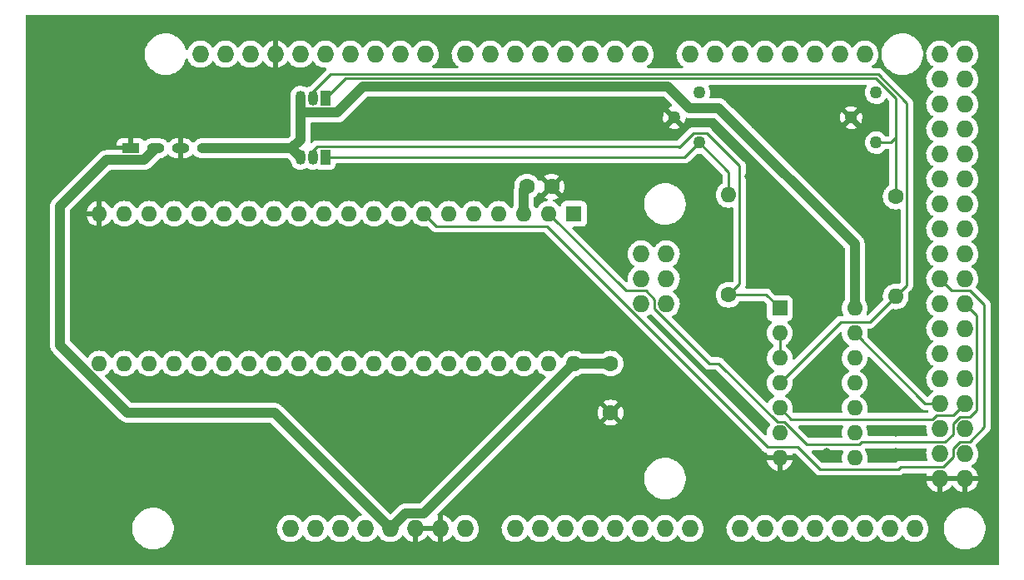
<source format=gbr>
%TF.GenerationSoftware,KiCad,Pcbnew,(6.0.8)*%
%TF.CreationDate,2022-10-05T16:47:09+02:00*%
%TF.ProjectId,MostekDumper,4d6f7374-656b-4447-956d-7065722e6b69,rev?*%
%TF.SameCoordinates,Original*%
%TF.FileFunction,Copper,L1,Top*%
%TF.FilePolarity,Positive*%
%FSLAX46Y46*%
G04 Gerber Fmt 4.6, Leading zero omitted, Abs format (unit mm)*
G04 Created by KiCad (PCBNEW (6.0.8)) date 2022-10-05 16:47:09*
%MOMM*%
%LPD*%
G01*
G04 APERTURE LIST*
%TA.AperFunction,ComponentPad*%
%ADD10O,1.727200X1.727200*%
%TD*%
%TA.AperFunction,ComponentPad*%
%ADD11R,1.600000X1.600000*%
%TD*%
%TA.AperFunction,ComponentPad*%
%ADD12O,1.600000X1.600000*%
%TD*%
%TA.AperFunction,ComponentPad*%
%ADD13R,1.050000X1.500000*%
%TD*%
%TA.AperFunction,ComponentPad*%
%ADD14O,1.050000X1.500000*%
%TD*%
%TA.AperFunction,ComponentPad*%
%ADD15O,1.800000X1.000000*%
%TD*%
%TA.AperFunction,ComponentPad*%
%ADD16R,1.800000X1.000000*%
%TD*%
%TA.AperFunction,ComponentPad*%
%ADD17C,1.260000*%
%TD*%
%TA.AperFunction,ComponentPad*%
%ADD18C,1.600000*%
%TD*%
%TA.AperFunction,ViaPad*%
%ADD19C,0.800000*%
%TD*%
%TA.AperFunction,Conductor*%
%ADD20C,0.250000*%
%TD*%
%TA.AperFunction,Conductor*%
%ADD21C,1.000000*%
%TD*%
G04 APERTURE END LIST*
D10*
%TO.P,XA1,RST2,SPI_RESET*%
%TO.N,unconnected-(XA1-PadRST2)*%
X154117000Y-77930000D03*
%TO.P,XA1,GND4,SPI_GND*%
%TO.N,unconnected-(XA1-PadGND4)*%
X156657000Y-77930000D03*
%TO.P,XA1,MOSI,SPI_MOSI*%
%TO.N,unconnected-(XA1-PadMOSI)*%
X156657000Y-75390000D03*
%TO.P,XA1,SCK,SPI_SCK*%
%TO.N,unconnected-(XA1-PadSCK)*%
X154117000Y-75390000D03*
%TO.P,XA1,5V2,SPI_5V*%
%TO.N,unconnected-(XA1-Pad5V2)*%
X156657000Y-72850000D03*
%TO.P,XA1,A0,A0*%
%TO.N,unconnected-(XA1-PadA0)*%
X141290000Y-100790000D03*
%TO.P,XA1,VIN,VIN*%
%TO.N,unconnected-(XA1-PadVIN)*%
X136210000Y-100790000D03*
%TO.P,XA1,GND3,GND*%
%TO.N,GND*%
X133670000Y-100790000D03*
%TO.P,XA1,GND2,GND*%
X131130000Y-100790000D03*
%TO.P,XA1,5V1,5V*%
%TO.N,+5V*%
X128590000Y-100790000D03*
%TO.P,XA1,3V3,3.3V*%
%TO.N,unconnected-(XA1-Pad3V3)*%
X126050000Y-100790000D03*
%TO.P,XA1,RST1,RESET*%
%TO.N,unconnected-(XA1-PadRST1)*%
X123510000Y-100790000D03*
%TO.P,XA1,IORF,IOREF*%
%TO.N,unconnected-(XA1-PadIORF)*%
X120970000Y-100790000D03*
%TO.P,XA1,D21,D21_SCL*%
%TO.N,unconnected-(XA1-PadD21)*%
X176850000Y-52530000D03*
%TO.P,XA1,D20,D20_SDA*%
%TO.N,unconnected-(XA1-PadD20)*%
X174310000Y-52530000D03*
%TO.P,XA1,D19,D19_RX1*%
%TO.N,unconnected-(XA1-PadD19)*%
X171770000Y-52530000D03*
%TO.P,XA1,D18,D18_TX1*%
%TO.N,unconnected-(XA1-PadD18)*%
X169230000Y-52530000D03*
%TO.P,XA1,D17,D17_RX2*%
%TO.N,unconnected-(XA1-PadD17)*%
X166690000Y-52530000D03*
%TO.P,XA1,D16,D16_TX2*%
%TO.N,unconnected-(XA1-PadD16)*%
X164150000Y-52530000D03*
%TO.P,XA1,D15,D15_RX3*%
%TO.N,unconnected-(XA1-PadD15)*%
X161610000Y-52530000D03*
%TO.P,XA1,D14,D14_TX3*%
%TO.N,unconnected-(XA1-PadD14)*%
X159070000Y-52530000D03*
%TO.P,XA1,D0,D0_RX0*%
%TO.N,unconnected-(XA1-PadD0)*%
X153990000Y-52530000D03*
%TO.P,XA1,D1,D1_TX0*%
%TO.N,unconnected-(XA1-PadD1)*%
X151450000Y-52530000D03*
%TO.P,XA1,D2,D2_INT0*%
%TO.N,unconnected-(XA1-PadD2)*%
X148910000Y-52530000D03*
%TO.P,XA1,D3,D3_INT1*%
%TO.N,unconnected-(XA1-PadD3)*%
X146370000Y-52530000D03*
%TO.P,XA1,D4,D4*%
%TO.N,unconnected-(XA1-PadD4)*%
X143830000Y-52530000D03*
%TO.P,XA1,D5,D5*%
%TO.N,unconnected-(XA1-PadD5)*%
X141290000Y-52530000D03*
%TO.P,XA1,D6,D6*%
%TO.N,unconnected-(XA1-PadD6)*%
X138750000Y-52530000D03*
%TO.P,XA1,D7,D7*%
%TO.N,unconnected-(XA1-PadD7)*%
X136210000Y-52530000D03*
%TO.P,XA1,GND1,GND*%
%TO.N,GND*%
X116906000Y-52530000D03*
%TO.P,XA1,D8,D8*%
%TO.N,unconnected-(XA1-PadD8)*%
X132146000Y-52530000D03*
%TO.P,XA1,D9,D9*%
%TO.N,unconnected-(XA1-PadD9)*%
X129606000Y-52530000D03*
%TO.P,XA1,D10,D10*%
%TO.N,unconnected-(XA1-PadD10)*%
X127066000Y-52530000D03*
%TO.P,XA1,SCL,SCL*%
%TO.N,unconnected-(XA1-PadSCL)*%
X109286000Y-52530000D03*
%TO.P,XA1,SDA,SDA*%
%TO.N,unconnected-(XA1-PadSDA)*%
X111826000Y-52530000D03*
%TO.P,XA1,AREF,AREF*%
%TO.N,unconnected-(XA1-PadAREF)*%
X114366000Y-52530000D03*
%TO.P,XA1,D13,D13*%
%TO.N,unconnected-(XA1-PadD13)*%
X119446000Y-52530000D03*
%TO.P,XA1,D12,D12*%
%TO.N,unconnected-(XA1-PadD12)*%
X121986000Y-52530000D03*
%TO.P,XA1,D11,D11*%
%TO.N,unconnected-(XA1-PadD11)*%
X124526000Y-52530000D03*
%TO.P,XA1,*%
%TO.N,*%
X118430000Y-100790000D03*
%TO.P,XA1,A1,A1*%
%TO.N,unconnected-(XA1-PadA1)*%
X143830000Y-100790000D03*
%TO.P,XA1,A2,A2*%
%TO.N,unconnected-(XA1-PadA2)*%
X146370000Y-100790000D03*
%TO.P,XA1,A3,A3*%
%TO.N,unconnected-(XA1-PadA3)*%
X148910000Y-100790000D03*
%TO.P,XA1,A4,A4*%
%TO.N,unconnected-(XA1-PadA4)*%
X151450000Y-100790000D03*
%TO.P,XA1,A5,A5*%
%TO.N,unconnected-(XA1-PadA5)*%
X153990000Y-100790000D03*
%TO.P,XA1,A6,A6*%
%TO.N,unconnected-(XA1-PadA6)*%
X156530000Y-100790000D03*
%TO.P,XA1,A7,A7*%
%TO.N,unconnected-(XA1-PadA7)*%
X159070000Y-100790000D03*
%TO.P,XA1,A8,A8*%
%TO.N,unconnected-(XA1-PadA8)*%
X164150000Y-100790000D03*
%TO.P,XA1,A9,A9*%
%TO.N,unconnected-(XA1-PadA9)*%
X166690000Y-100790000D03*
%TO.P,XA1,A10,A10*%
%TO.N,unconnected-(XA1-PadA10)*%
X169230000Y-100790000D03*
%TO.P,XA1,A11,A11*%
%TO.N,unconnected-(XA1-PadA11)*%
X171770000Y-100790000D03*
%TO.P,XA1,A12,A12*%
%TO.N,unconnected-(XA1-PadA12)*%
X174310000Y-100790000D03*
%TO.P,XA1,A13,A13*%
%TO.N,unconnected-(XA1-PadA13)*%
X176850000Y-100790000D03*
%TO.P,XA1,A14,A14*%
%TO.N,unconnected-(XA1-PadA14)*%
X179390000Y-100790000D03*
%TO.P,XA1,A15,A15*%
%TO.N,unconnected-(XA1-PadA15)*%
X181930000Y-100790000D03*
%TO.P,XA1,5V3,5V*%
%TO.N,unconnected-(XA1-Pad5V3)*%
X184470000Y-52530000D03*
%TO.P,XA1,5V4,5V*%
%TO.N,unconnected-(XA1-Pad5V4)*%
X187010000Y-52530000D03*
%TO.P,XA1,D22,D22*%
%TO.N,/P40*%
X184470000Y-55070000D03*
%TO.P,XA1,D23,D23*%
%TO.N,/P41*%
X187010000Y-55070000D03*
%TO.P,XA1,D24,D24*%
%TO.N,/P42*%
X184470000Y-57610000D03*
%TO.P,XA1,D25,D25*%
%TO.N,/P43*%
X187010000Y-57610000D03*
%TO.P,XA1,D26,D26*%
%TO.N,/P44*%
X184470000Y-60150000D03*
%TO.P,XA1,D27,D27*%
%TO.N,/P45*%
X187010000Y-60150000D03*
%TO.P,XA1,D28,D28*%
%TO.N,/P46*%
X184470000Y-62690000D03*
%TO.P,XA1,D29,D29*%
%TO.N,/P47*%
X187010000Y-62690000D03*
%TO.P,XA1,D30,D30*%
%TO.N,/P57*%
X184470000Y-65230000D03*
%TO.P,XA1,D31,D31*%
%TO.N,/P56*%
X187010000Y-65230000D03*
%TO.P,XA1,D32,D32*%
%TO.N,/P55*%
X184470000Y-67770000D03*
%TO.P,XA1,D33,D33*%
%TO.N,/P54*%
X187010000Y-67770000D03*
%TO.P,XA1,D34,D34*%
%TO.N,/P53*%
X184470000Y-70310000D03*
%TO.P,XA1,D35,D35*%
%TO.N,/P52*%
X187010000Y-70310000D03*
%TO.P,XA1,D36,D36*%
%TO.N,/P51*%
X184470000Y-72850000D03*
%TO.P,XA1,D37,D37*%
%TO.N,/P50*%
X187010000Y-72850000D03*
%TO.P,XA1,D38,D38*%
%TO.N,/STR*%
X184470000Y-75390000D03*
%TO.P,XA1,D39,D39*%
%TO.N,unconnected-(XA1-PadD39)*%
X187010000Y-75390000D03*
%TO.P,XA1,D40,D40*%
%TO.N,/RES*%
X184470000Y-77930000D03*
%TO.P,XA1,D41,D41*%
%TO.N,/XTL*%
X187010000Y-77930000D03*
%TO.P,XA1,D42,D42*%
%TO.N,unconnected-(XA1-PadD42)*%
X184470000Y-80470000D03*
%TO.P,XA1,D43,D43*%
%TO.N,unconnected-(XA1-PadD43)*%
X187010000Y-80470000D03*
%TO.P,XA1,D44,D44*%
%TO.N,unconnected-(XA1-PadD44)*%
X184470000Y-83010000D03*
%TO.P,XA1,D45,D45*%
%TO.N,unconnected-(XA1-PadD45)*%
X187010000Y-83010000D03*
%TO.P,XA1,D46,D46*%
%TO.N,unconnected-(XA1-PadD46)*%
X184470000Y-85550000D03*
%TO.P,XA1,D47,D47*%
%TO.N,unconnected-(XA1-PadD47)*%
X187010000Y-85550000D03*
%TO.P,XA1,D48,D48*%
%TO.N,Net-(U1-Pad13)*%
X184470000Y-88090000D03*
%TO.P,XA1,D49,D49*%
%TO.N,Net-(U1-Pad5)*%
X187010000Y-88090000D03*
%TO.P,XA1,D50,D50*%
%TO.N,unconnected-(XA1-PadD50)*%
X184470000Y-90630000D03*
%TO.P,XA1,D51,D51*%
%TO.N,unconnected-(XA1-PadD51)*%
X187010000Y-90630000D03*
%TO.P,XA1,D52,D52*%
%TO.N,unconnected-(XA1-PadD52)*%
X184470000Y-93170000D03*
%TO.P,XA1,D53,D53_SS*%
%TO.N,unconnected-(XA1-PadD53)*%
X187010000Y-93170000D03*
%TO.P,XA1,GND5,GND*%
%TO.N,GND*%
X184470000Y-95710000D03*
%TO.P,XA1,GND6,GND*%
X187010000Y-95710000D03*
%TO.P,XA1,MISO,SPI_MISO*%
%TO.N,unconnected-(XA1-PadMISO)*%
X154117000Y-72850000D03*
%TD*%
D11*
%TO.P,U5,1,XTL1*%
%TO.N,unconnected-(U5-Pad1)*%
X147260000Y-68760000D03*
D12*
%TO.P,U5,2,XTL2*%
%TO.N,/XTL*%
X144720000Y-68760000D03*
%TO.P,U5,3,VBB*%
%TO.N,Net-(C1-Pad1)*%
X142180000Y-68760000D03*
%TO.P,U5,4,VSB*%
%TO.N,unconnected-(U5-Pad4)*%
X139640000Y-68760000D03*
%TO.P,U5,5,~{P0_2}*%
%TO.N,unconnected-(U5-Pad5)*%
X137100000Y-68760000D03*
%TO.P,U5,6,~{P0_3}*%
%TO.N,unconnected-(U5-Pad6)*%
X134560000Y-68760000D03*
%TO.P,U5,7,~{STROBE}*%
%TO.N,/STR*%
X132020000Y-68760000D03*
%TO.P,U5,8,~{P4_0}*%
%TO.N,/P40*%
X129480000Y-68760000D03*
%TO.P,U5,9,~{P4_1}*%
%TO.N,/P41*%
X126940000Y-68760000D03*
%TO.P,U5,10,~{P4_2}*%
%TO.N,/P42*%
X124400000Y-68760000D03*
%TO.P,U5,11,~{P4_3}*%
%TO.N,/P43*%
X121860000Y-68760000D03*
%TO.P,U5,12,~{P4_4}*%
%TO.N,/P44*%
X119320000Y-68760000D03*
%TO.P,U5,13,~{P4_5}*%
%TO.N,/P45*%
X116780000Y-68760000D03*
%TO.P,U5,14,~{P4_6}*%
%TO.N,/P46*%
X114240000Y-68760000D03*
%TO.P,U5,15,~{P4_7}*%
%TO.N,/P47*%
X111700000Y-68760000D03*
%TO.P,U5,16,~{P0_7}*%
%TO.N,unconnected-(U5-Pad16)*%
X109160000Y-68760000D03*
%TO.P,U5,17,~{P0_6}*%
%TO.N,unconnected-(U5-Pad17)*%
X106620000Y-68760000D03*
%TO.P,U5,18,~{P0_5}*%
%TO.N,unconnected-(U5-Pad18)*%
X104080000Y-68760000D03*
%TO.P,U5,19,~{P0_4}*%
%TO.N,unconnected-(U5-Pad19)*%
X101540000Y-68760000D03*
%TO.P,U5,20,GND*%
%TO.N,GND*%
X99000000Y-68760000D03*
%TO.P,U5,21,TEST*%
%TO.N,Net-(U1-Pad2)*%
X99000000Y-84000000D03*
%TO.P,U5,22,~{P1_4}*%
%TO.N,unconnected-(U5-Pad22)*%
X101540000Y-84000000D03*
%TO.P,U5,23,~{P1_5}*%
%TO.N,unconnected-(U5-Pad23)*%
X104080000Y-84000000D03*
%TO.P,U5,24,~{P1_6}*%
%TO.N,unconnected-(U5-Pad24)*%
X106620000Y-84000000D03*
%TO.P,U5,25,~{P1_7}*%
%TO.N,unconnected-(U5-Pad25)*%
X109160000Y-84000000D03*
%TO.P,U5,26,~{P5_7}*%
%TO.N,/P57*%
X111700000Y-84000000D03*
%TO.P,U5,27,~{P5_6}*%
%TO.N,/P56*%
X114240000Y-84000000D03*
%TO.P,U5,28,~{P5_5}*%
%TO.N,/P55*%
X116780000Y-84000000D03*
%TO.P,U5,29,~{P5_4}*%
%TO.N,/P54*%
X119320000Y-84000000D03*
%TO.P,U5,30,~{P5_3}*%
%TO.N,/P53*%
X121860000Y-84000000D03*
%TO.P,U5,31,~{P5_2}*%
%TO.N,/P52*%
X124400000Y-84000000D03*
%TO.P,U5,32,~{P5_1}*%
%TO.N,/P51*%
X126940000Y-84000000D03*
%TO.P,U5,33,~{P5_0}*%
%TO.N,/P50*%
X129480000Y-84000000D03*
%TO.P,U5,34,~{P1_3}*%
%TO.N,unconnected-(U5-Pad34)*%
X132020000Y-84000000D03*
%TO.P,U5,35,~{P1_2}*%
%TO.N,unconnected-(U5-Pad35)*%
X134560000Y-84000000D03*
%TO.P,U5,36,~{P1_1}*%
%TO.N,unconnected-(U5-Pad36)*%
X137100000Y-84000000D03*
%TO.P,U5,37,~{P1_0}*%
%TO.N,unconnected-(U5-Pad37)*%
X139640000Y-84000000D03*
%TO.P,U5,38,EXT_INT*%
%TO.N,unconnected-(U5-Pad38)*%
X142180000Y-84000000D03*
%TO.P,U5,39,~{RESET}*%
%TO.N,/RES*%
X144720000Y-84000000D03*
%TO.P,U5,40,VCC*%
%TO.N,+5V*%
X147260000Y-84000000D03*
%TD*%
D13*
%TO.P,U4,1,ADJ*%
%TO.N,Net-(R2-Pad2)*%
X122000000Y-63000000D03*
D14*
%TO.P,U4,2,VO*%
%TO.N,Net-(R2-Pad1)*%
X120730000Y-63000000D03*
%TO.P,U4,3,VI*%
%TO.N,+9V*%
X119460000Y-63000000D03*
%TD*%
D13*
%TO.P,U3,1,ADJ*%
%TO.N,Net-(R1-Pad1)*%
X122000000Y-57000000D03*
D14*
%TO.P,U3,2,VO*%
%TO.N,Net-(R1-Pad2)*%
X120730000Y-57000000D03*
%TO.P,U3,3,VI*%
%TO.N,+9V*%
X119460000Y-57000000D03*
%TD*%
D15*
%TO.P,U2,4,+Vout*%
%TO.N,+9V*%
X109810000Y-62100000D03*
%TO.P,U2,3,-Vout*%
%TO.N,GND*%
X107270000Y-62100000D03*
%TO.P,U2,2,+Vin*%
%TO.N,+5V*%
X104730000Y-62100000D03*
D16*
%TO.P,U2,1,-Vin*%
%TO.N,GND*%
X102190000Y-62100000D03*
%TD*%
D11*
%TO.P,U1,1*%
%TO.N,Net-(R2-Pad1)*%
X168200000Y-78375000D03*
D12*
%TO.P,U1,2*%
%TO.N,Net-(U1-Pad2)*%
X168200000Y-80915000D03*
%TO.P,U1,3*%
X168200000Y-83455000D03*
%TO.P,U1,4*%
%TO.N,Net-(R1-Pad2)*%
X168200000Y-85995000D03*
%TO.P,U1,5*%
%TO.N,Net-(U1-Pad5)*%
X168200000Y-88535000D03*
%TO.P,U1,6*%
%TO.N,unconnected-(U1-Pad6)*%
X168200000Y-91075000D03*
%TO.P,U1,7,VSS*%
%TO.N,GND*%
X168200000Y-93615000D03*
%TO.P,U1,8*%
%TO.N,unconnected-(U1-Pad8)*%
X175820000Y-93615000D03*
%TO.P,U1,9*%
%TO.N,unconnected-(U1-Pad9)*%
X175820000Y-91075000D03*
%TO.P,U1,10*%
%TO.N,unconnected-(U1-Pad10)*%
X175820000Y-88535000D03*
%TO.P,U1,11*%
%TO.N,unconnected-(U1-Pad11)*%
X175820000Y-85995000D03*
%TO.P,U1,12*%
%TO.N,unconnected-(U1-Pad12)*%
X175820000Y-83455000D03*
%TO.P,U1,13*%
%TO.N,Net-(U1-Pad13)*%
X175820000Y-80915000D03*
%TO.P,U1,14,VDD*%
%TO.N,+9V*%
X175820000Y-78375000D03*
%TD*%
D17*
%TO.P,RV2,3,3*%
%TO.N,unconnected-(RV2-Pad3)*%
X160000000Y-56445000D03*
%TO.P,RV2,2,2*%
%TO.N,GND*%
X157460000Y-58985000D03*
%TO.P,RV2,1,1*%
%TO.N,Net-(R2-Pad2)*%
X160000000Y-61525000D03*
%TD*%
%TO.P,RV1,3,3*%
%TO.N,unconnected-(RV1-Pad3)*%
X178000000Y-56445000D03*
%TO.P,RV1,2,2*%
%TO.N,GND*%
X175460000Y-58985000D03*
%TO.P,RV1,1,1*%
%TO.N,Net-(R1-Pad1)*%
X178000000Y-61525000D03*
%TD*%
D12*
%TO.P,R2,2*%
%TO.N,Net-(R2-Pad2)*%
X163000000Y-66840000D03*
D18*
%TO.P,R2,1*%
%TO.N,Net-(R2-Pad1)*%
X163000000Y-77000000D03*
%TD*%
%TO.P,R1,1*%
%TO.N,Net-(R1-Pad1)*%
X180000000Y-67000000D03*
D12*
%TO.P,R1,2*%
%TO.N,Net-(R1-Pad2)*%
X180000000Y-77160000D03*
%TD*%
D18*
%TO.P,C2,1*%
%TO.N,+5V*%
X151000000Y-84000000D03*
%TO.P,C2,2*%
%TO.N,GND*%
X151000000Y-89000000D03*
%TD*%
%TO.P,C1,1*%
%TO.N,Net-(C1-Pad1)*%
X142500000Y-66000000D03*
%TO.P,C1,2*%
%TO.N,GND*%
X145000000Y-66000000D03*
%TD*%
D19*
%TO.N,GND*%
X171000000Y-81000000D03*
X165000000Y-65000000D03*
X173000000Y-75000000D03*
X168000000Y-68000000D03*
X175000000Y-66000000D03*
X169000000Y-58000000D03*
X164000000Y-82000000D03*
X180000000Y-88000000D03*
X180000000Y-91000000D03*
X180000000Y-93000000D03*
X173000000Y-93000000D03*
X173000000Y-91000000D03*
X172000000Y-88000000D03*
X163000000Y-87000000D03*
X165000000Y-89000000D03*
X110000000Y-87000000D03*
X134000000Y-87000000D03*
X122000000Y-87000000D03*
X132000000Y-94000000D03*
X127000000Y-94000000D03*
%TD*%
D20*
%TO.N,Net-(R1-Pad2)*%
X120730000Y-56345000D02*
X120730000Y-57000000D01*
X178186396Y-54550000D02*
X122525000Y-54550000D01*
X181125000Y-57488604D02*
X178186396Y-54550000D01*
X122525000Y-54550000D02*
X120730000Y-56345000D01*
X181125000Y-76035000D02*
X181125000Y-57488604D01*
X180000000Y-77160000D02*
X181125000Y-76035000D01*
%TO.N,Net-(R2-Pad1)*%
X120730000Y-62345000D02*
X120730000Y-63000000D01*
X121150000Y-61925000D02*
X120730000Y-62345000D01*
X159430000Y-60570000D02*
X158000000Y-62000000D01*
X157925000Y-61925000D02*
X121150000Y-61925000D01*
X164125000Y-63875000D02*
X160820000Y-60570000D01*
X160820000Y-60570000D02*
X159430000Y-60570000D01*
X158000000Y-62000000D02*
X157925000Y-61925000D01*
X164125000Y-75875000D02*
X164125000Y-63875000D01*
X163000000Y-77000000D02*
X164125000Y-75875000D01*
D21*
%TO.N,+9V*%
X156825000Y-55825000D02*
X159000000Y-58000000D01*
X125850000Y-55825000D02*
X156825000Y-55825000D01*
X123215000Y-58460000D02*
X125850000Y-55825000D01*
X119460000Y-58460000D02*
X123215000Y-58460000D01*
X119460000Y-57000000D02*
X119460000Y-58460000D01*
X119460000Y-58460000D02*
X119460000Y-59540000D01*
D20*
%TO.N,/STR*%
X185658600Y-76578600D02*
X184470000Y-75390000D01*
X187578600Y-76578600D02*
X185658600Y-76578600D01*
X189000000Y-78000000D02*
X187578600Y-76578600D01*
X189000000Y-90483735D02*
X189000000Y-78000000D01*
X187502335Y-91981400D02*
X189000000Y-90483735D01*
X186517665Y-91981400D02*
X187502335Y-91981400D01*
X185821400Y-92677665D02*
X186517665Y-91981400D01*
X185821400Y-93499535D02*
X185821400Y-92677665D01*
X184807939Y-94512996D02*
X185821400Y-93499535D01*
X180285992Y-94740000D02*
X180512996Y-94512996D01*
X170010000Y-92490000D02*
X172260000Y-94740000D01*
X166996065Y-92490000D02*
X170010000Y-92490000D01*
X172260000Y-94740000D02*
X180285992Y-94740000D01*
X133260000Y-70000000D02*
X144506065Y-70000000D01*
X144506065Y-70000000D02*
X166996065Y-92490000D01*
X180512996Y-94512996D02*
X184807939Y-94512996D01*
X132020000Y-68760000D02*
X133260000Y-70000000D01*
%TO.N,/XTL*%
X152538600Y-76578600D02*
X144720000Y-68760000D01*
X154578600Y-76578600D02*
X152538600Y-76578600D01*
X155468400Y-77468400D02*
X154578600Y-76578600D01*
X155468400Y-78422335D02*
X155468400Y-77468400D01*
X161046065Y-84000000D02*
X155468400Y-78422335D01*
X162000000Y-84000000D02*
X161046065Y-84000000D01*
X167950000Y-89950000D02*
X162000000Y-84000000D01*
X168665991Y-89950000D02*
X167950000Y-89950000D01*
X170915991Y-92200000D02*
X168665991Y-89950000D01*
X176285991Y-92200000D02*
X170915991Y-92200000D01*
X176504591Y-91981400D02*
X176285991Y-92200000D01*
X185018600Y-91981400D02*
X176504591Y-91981400D01*
X185821400Y-91178600D02*
X185018600Y-91981400D01*
X185821400Y-90137665D02*
X185821400Y-91178600D01*
X187502335Y-89441400D02*
X186517665Y-89441400D01*
X186517665Y-89441400D02*
X185821400Y-90137665D01*
X188198600Y-88745135D02*
X187502335Y-89441400D01*
X187010000Y-77930000D02*
X188198600Y-79118600D01*
X188198600Y-79118600D02*
X188198600Y-88745135D01*
D21*
%TO.N,Net-(C1-Pad1)*%
X142180000Y-66320000D02*
X142500000Y-66000000D01*
X142180000Y-68760000D02*
X142180000Y-66320000D01*
%TO.N,+5V*%
X103530000Y-63300000D02*
X104730000Y-62100000D01*
X99700000Y-63300000D02*
X103530000Y-63300000D01*
X95000000Y-68000000D02*
X99700000Y-63300000D01*
X95000000Y-82121321D02*
X95000000Y-68000000D01*
X101878679Y-89000000D02*
X95000000Y-82121321D01*
X116800000Y-89000000D02*
X101878679Y-89000000D01*
X128590000Y-100790000D02*
X116800000Y-89000000D01*
X147260000Y-84000000D02*
X151000000Y-84000000D01*
X132033600Y-99226400D02*
X147260000Y-84000000D01*
X130153600Y-99226400D02*
X132033600Y-99226400D01*
X128590000Y-100790000D02*
X130153600Y-99226400D01*
D20*
%TO.N,Net-(R2-Pad1)*%
X166825000Y-77000000D02*
X168200000Y-78375000D01*
X163000000Y-77000000D02*
X166825000Y-77000000D01*
D21*
%TO.N,+9V*%
X175820000Y-71820000D02*
X175820000Y-78375000D01*
X162000000Y-58000000D02*
X175820000Y-71820000D01*
X159000000Y-58000000D02*
X162000000Y-58000000D01*
X158000000Y-57000000D02*
X159000000Y-58000000D01*
X119460000Y-59540000D02*
X119460000Y-61200000D01*
D20*
%TO.N,Net-(R2-Pad2)*%
X163000000Y-64525000D02*
X163000000Y-66840000D01*
X160000000Y-61525000D02*
X163000000Y-64525000D01*
X158525000Y-63000000D02*
X160000000Y-61525000D01*
X122000000Y-63000000D02*
X158525000Y-63000000D01*
%TO.N,Net-(R1-Pad1)*%
X180000000Y-61000000D02*
X180000000Y-60000000D01*
X179475000Y-61525000D02*
X180000000Y-61000000D01*
X180000000Y-60000000D02*
X180000000Y-67000000D01*
X180000000Y-57000000D02*
X180000000Y-60000000D01*
X178000000Y-61525000D02*
X179475000Y-61525000D01*
X178000000Y-55000000D02*
X180000000Y-57000000D01*
X124000000Y-55000000D02*
X178000000Y-55000000D01*
X122000000Y-57000000D02*
X124000000Y-55000000D01*
D21*
%TO.N,+9V*%
X119460000Y-61200000D02*
X118560000Y-62100000D01*
X118560000Y-62100000D02*
X119460000Y-63000000D01*
X109810000Y-62100000D02*
X118560000Y-62100000D01*
D20*
%TO.N,Net-(U1-Pad2)*%
X168200000Y-83455000D02*
X168200000Y-80915000D01*
%TO.N,Net-(R1-Pad2)*%
X177370000Y-79790000D02*
X180000000Y-77160000D01*
X174405000Y-79790000D02*
X177370000Y-79790000D01*
X168200000Y-85995000D02*
X174405000Y-79790000D01*
%TO.N,Net-(U1-Pad13)*%
X182995000Y-88090000D02*
X175820000Y-80915000D01*
X184470000Y-88090000D02*
X182995000Y-88090000D01*
%TO.N,Net-(U1-Pad5)*%
X185821400Y-89278600D02*
X187010000Y-88090000D01*
X184140465Y-89278600D02*
X185821400Y-89278600D01*
X183759065Y-89660000D02*
X184140465Y-89278600D01*
X169325000Y-89660000D02*
X183759065Y-89660000D01*
X168200000Y-88535000D02*
X169325000Y-89660000D01*
%TD*%
%TA.AperFunction,Conductor*%
%TO.N,GND*%
G36*
X190433621Y-48528502D02*
G01*
X190480114Y-48582158D01*
X190491500Y-48634500D01*
X190491500Y-104365500D01*
X190471498Y-104433621D01*
X190417842Y-104480114D01*
X190365500Y-104491500D01*
X91634500Y-104491500D01*
X91566379Y-104471498D01*
X91519886Y-104417842D01*
X91508500Y-104365500D01*
X91508500Y-100922703D01*
X102350743Y-100922703D01*
X102388268Y-101207734D01*
X102464129Y-101485036D01*
X102465813Y-101488984D01*
X102516049Y-101606759D01*
X102576923Y-101749476D01*
X102629871Y-101837945D01*
X102711835Y-101974897D01*
X102724561Y-101996161D01*
X102904313Y-102220528D01*
X103112851Y-102418423D01*
X103346317Y-102586186D01*
X103350112Y-102588195D01*
X103350113Y-102588196D01*
X103371869Y-102599715D01*
X103600392Y-102720712D01*
X103870373Y-102819511D01*
X104151264Y-102880755D01*
X104179841Y-102883004D01*
X104374282Y-102898307D01*
X104374291Y-102898307D01*
X104376739Y-102898500D01*
X104532271Y-102898500D01*
X104534407Y-102898354D01*
X104534418Y-102898354D01*
X104742548Y-102884165D01*
X104742554Y-102884164D01*
X104746825Y-102883873D01*
X104751020Y-102883004D01*
X104751022Y-102883004D01*
X104887584Y-102854723D01*
X105028342Y-102825574D01*
X105299343Y-102729607D01*
X105554812Y-102597750D01*
X105558313Y-102595289D01*
X105558317Y-102595287D01*
X105672417Y-102515096D01*
X105790023Y-102432441D01*
X106000622Y-102236740D01*
X106182713Y-102014268D01*
X106328118Y-101776989D01*
X106330686Y-101772799D01*
X106332927Y-101769142D01*
X106371034Y-101682333D01*
X106446757Y-101509830D01*
X106448483Y-101505898D01*
X106451196Y-101496376D01*
X106526068Y-101233534D01*
X106527244Y-101229406D01*
X106567751Y-100944784D01*
X106567845Y-100926951D01*
X106569235Y-100661583D01*
X106569235Y-100661576D01*
X106569257Y-100657297D01*
X106556463Y-100560113D01*
X106532292Y-100376522D01*
X106531732Y-100372266D01*
X106455871Y-100094964D01*
X106442015Y-100062479D01*
X106344763Y-99834476D01*
X106344761Y-99834472D01*
X106343077Y-99830524D01*
X106233153Y-99646855D01*
X106197643Y-99587521D01*
X106197640Y-99587517D01*
X106195439Y-99583839D01*
X106015687Y-99359472D01*
X105807149Y-99161577D01*
X105573683Y-98993814D01*
X105551843Y-98982250D01*
X105528654Y-98969972D01*
X105319608Y-98859288D01*
X105049627Y-98760489D01*
X104768736Y-98699245D01*
X104737685Y-98696801D01*
X104545718Y-98681693D01*
X104545709Y-98681693D01*
X104543261Y-98681500D01*
X104387729Y-98681500D01*
X104385593Y-98681646D01*
X104385582Y-98681646D01*
X104177452Y-98695835D01*
X104177446Y-98695836D01*
X104173175Y-98696127D01*
X104168980Y-98696996D01*
X104168978Y-98696996D01*
X104032416Y-98725277D01*
X103891658Y-98754426D01*
X103620657Y-98850393D01*
X103365188Y-98982250D01*
X103361687Y-98984711D01*
X103361683Y-98984713D01*
X103351594Y-98991804D01*
X103129977Y-99147559D01*
X103114892Y-99161577D01*
X102940788Y-99323365D01*
X102919378Y-99343260D01*
X102737287Y-99565732D01*
X102587073Y-99810858D01*
X102471517Y-100074102D01*
X102392756Y-100350594D01*
X102352249Y-100635216D01*
X102352227Y-100639505D01*
X102352226Y-100639512D01*
X102351068Y-100860578D01*
X102350743Y-100922703D01*
X91508500Y-100922703D01*
X91508500Y-67996462D01*
X93986626Y-67996462D01*
X93987845Y-68009357D01*
X93990941Y-68042109D01*
X93991500Y-68053967D01*
X93991500Y-82059478D01*
X93990763Y-82073085D01*
X93986676Y-82110709D01*
X93987213Y-82116844D01*
X93991050Y-82160709D01*
X93991379Y-82165535D01*
X93991500Y-82168007D01*
X93991500Y-82171090D01*
X93991801Y-82174158D01*
X93995690Y-82213827D01*
X93995812Y-82215140D01*
X94003913Y-82307734D01*
X94005400Y-82312853D01*
X94005920Y-82318154D01*
X94032791Y-82407155D01*
X94033126Y-82408288D01*
X94059091Y-82497657D01*
X94061544Y-82502389D01*
X94063084Y-82507490D01*
X94065978Y-82512933D01*
X94106731Y-82589581D01*
X94107343Y-82590747D01*
X94147271Y-82667774D01*
X94150108Y-82673247D01*
X94153431Y-82677410D01*
X94155934Y-82682117D01*
X94214755Y-82754239D01*
X94215446Y-82755095D01*
X94246738Y-82794294D01*
X94249242Y-82796798D01*
X94249884Y-82797516D01*
X94253585Y-82801849D01*
X94280935Y-82835383D01*
X94285682Y-82839310D01*
X94285684Y-82839312D01*
X94316262Y-82864608D01*
X94325042Y-82872598D01*
X101121824Y-89669379D01*
X101130926Y-89679522D01*
X101154647Y-89709025D01*
X101193100Y-89741291D01*
X101196748Y-89744472D01*
X101198560Y-89746115D01*
X101200754Y-89748309D01*
X101234028Y-89775642D01*
X101234826Y-89776304D01*
X101306153Y-89836154D01*
X101310823Y-89838722D01*
X101314940Y-89842103D01*
X101372824Y-89873140D01*
X101396765Y-89885977D01*
X101397924Y-89886606D01*
X101474060Y-89928462D01*
X101474068Y-89928465D01*
X101479466Y-89931433D01*
X101484548Y-89933045D01*
X101489242Y-89935562D01*
X101578210Y-89962762D01*
X101579238Y-89963082D01*
X101667985Y-89991235D01*
X101673281Y-89991829D01*
X101678377Y-89993387D01*
X101770936Y-90002790D01*
X101772072Y-90002911D01*
X101805687Y-90006681D01*
X101818409Y-90008108D01*
X101818413Y-90008108D01*
X101821906Y-90008500D01*
X101825433Y-90008500D01*
X101826418Y-90008555D01*
X101832098Y-90009002D01*
X101861504Y-90011989D01*
X101869016Y-90012752D01*
X101869018Y-90012752D01*
X101875141Y-90013374D01*
X101920787Y-90009059D01*
X101932646Y-90008500D01*
X116330075Y-90008500D01*
X116398196Y-90028502D01*
X116419170Y-90045405D01*
X121086613Y-94712847D01*
X125656304Y-99282538D01*
X125690330Y-99344850D01*
X125685265Y-99415665D01*
X125642718Y-99472501D01*
X125606356Y-99491397D01*
X125516468Y-99520777D01*
X125316335Y-99624960D01*
X125312202Y-99628063D01*
X125312199Y-99628065D01*
X125287734Y-99646434D01*
X125135905Y-99760430D01*
X124980024Y-99923550D01*
X124977112Y-99927819D01*
X124977106Y-99927827D01*
X124883503Y-100065043D01*
X124828592Y-100110046D01*
X124758067Y-100118217D01*
X124694320Y-100086963D01*
X124673623Y-100062479D01*
X124603634Y-99954291D01*
X124603632Y-99954288D01*
X124600826Y-99949951D01*
X124448977Y-99783071D01*
X124444926Y-99779872D01*
X124444922Y-99779868D01*
X124275966Y-99646434D01*
X124275962Y-99646432D01*
X124271911Y-99643232D01*
X124074383Y-99534191D01*
X123861698Y-99458876D01*
X123784682Y-99445157D01*
X123644657Y-99420214D01*
X123644653Y-99420214D01*
X123639569Y-99419308D01*
X123567574Y-99418429D01*
X123419129Y-99416615D01*
X123419127Y-99416615D01*
X123413959Y-99416552D01*
X123190929Y-99450680D01*
X122976468Y-99520777D01*
X122776335Y-99624960D01*
X122772202Y-99628063D01*
X122772199Y-99628065D01*
X122747734Y-99646434D01*
X122595905Y-99760430D01*
X122440024Y-99923550D01*
X122437112Y-99927819D01*
X122437106Y-99927827D01*
X122343503Y-100065043D01*
X122288592Y-100110046D01*
X122218067Y-100118217D01*
X122154320Y-100086963D01*
X122133623Y-100062479D01*
X122063634Y-99954291D01*
X122063632Y-99954288D01*
X122060826Y-99949951D01*
X121908977Y-99783071D01*
X121904926Y-99779872D01*
X121904922Y-99779868D01*
X121735966Y-99646434D01*
X121735962Y-99646432D01*
X121731911Y-99643232D01*
X121534383Y-99534191D01*
X121321698Y-99458876D01*
X121244682Y-99445157D01*
X121104657Y-99420214D01*
X121104653Y-99420214D01*
X121099569Y-99419308D01*
X121027574Y-99418429D01*
X120879129Y-99416615D01*
X120879127Y-99416615D01*
X120873959Y-99416552D01*
X120650929Y-99450680D01*
X120436468Y-99520777D01*
X120236335Y-99624960D01*
X120232202Y-99628063D01*
X120232199Y-99628065D01*
X120207734Y-99646434D01*
X120055905Y-99760430D01*
X119900024Y-99923550D01*
X119897112Y-99927819D01*
X119897106Y-99927827D01*
X119803503Y-100065043D01*
X119748592Y-100110046D01*
X119678067Y-100118217D01*
X119614320Y-100086963D01*
X119593623Y-100062479D01*
X119523634Y-99954291D01*
X119523632Y-99954288D01*
X119520826Y-99949951D01*
X119368977Y-99783071D01*
X119364926Y-99779872D01*
X119364922Y-99779868D01*
X119195966Y-99646434D01*
X119195962Y-99646432D01*
X119191911Y-99643232D01*
X118994383Y-99534191D01*
X118781698Y-99458876D01*
X118704682Y-99445157D01*
X118564657Y-99420214D01*
X118564653Y-99420214D01*
X118559569Y-99419308D01*
X118487574Y-99418429D01*
X118339129Y-99416615D01*
X118339127Y-99416615D01*
X118333959Y-99416552D01*
X118110929Y-99450680D01*
X117896468Y-99520777D01*
X117696335Y-99624960D01*
X117692202Y-99628063D01*
X117692199Y-99628065D01*
X117667734Y-99646434D01*
X117515905Y-99760430D01*
X117360024Y-99923550D01*
X117232878Y-100109940D01*
X117230704Y-100114624D01*
X117230702Y-100114627D01*
X117159402Y-100268231D01*
X117137881Y-100314593D01*
X117077585Y-100532013D01*
X117053609Y-100756362D01*
X117053906Y-100761514D01*
X117053906Y-100761518D01*
X117059618Y-100860578D01*
X117066597Y-100981614D01*
X117067734Y-100986660D01*
X117067735Y-100986666D01*
X117088984Y-101080952D01*
X117116200Y-101201720D01*
X117118142Y-101206502D01*
X117118143Y-101206506D01*
X117154822Y-101296835D01*
X117201086Y-101410769D01*
X117237394Y-101470019D01*
X117316091Y-101598440D01*
X117318975Y-101603147D01*
X117466702Y-101773687D01*
X117640299Y-101917810D01*
X117644751Y-101920412D01*
X117644756Y-101920415D01*
X117780107Y-101999508D01*
X117835103Y-102031645D01*
X118045884Y-102112134D01*
X118050952Y-102113165D01*
X118050955Y-102113166D01*
X118099021Y-102122945D01*
X118266981Y-102157117D01*
X118272156Y-102157307D01*
X118272158Y-102157307D01*
X118487292Y-102165196D01*
X118487296Y-102165196D01*
X118492456Y-102165385D01*
X118497576Y-102164729D01*
X118497578Y-102164729D01*
X118566985Y-102155838D01*
X118716253Y-102136716D01*
X118721202Y-102135231D01*
X118721208Y-102135230D01*
X118927413Y-102073365D01*
X118927412Y-102073365D01*
X118932363Y-102071880D01*
X119049964Y-102014268D01*
X119130331Y-101974897D01*
X119130336Y-101974894D01*
X119134982Y-101972618D01*
X119139192Y-101969615D01*
X119139197Y-101969612D01*
X119314455Y-101844601D01*
X119314459Y-101844597D01*
X119318667Y-101841596D01*
X119478487Y-101682333D01*
X119599370Y-101514107D01*
X119655364Y-101470459D01*
X119726068Y-101464013D01*
X119789032Y-101496816D01*
X119809125Y-101521799D01*
X119856275Y-101598743D01*
X119856279Y-101598748D01*
X119858975Y-101603147D01*
X120006702Y-101773687D01*
X120180299Y-101917810D01*
X120184751Y-101920412D01*
X120184756Y-101920415D01*
X120320107Y-101999508D01*
X120375103Y-102031645D01*
X120585884Y-102112134D01*
X120590952Y-102113165D01*
X120590955Y-102113166D01*
X120639021Y-102122945D01*
X120806981Y-102157117D01*
X120812156Y-102157307D01*
X120812158Y-102157307D01*
X121027292Y-102165196D01*
X121027296Y-102165196D01*
X121032456Y-102165385D01*
X121037576Y-102164729D01*
X121037578Y-102164729D01*
X121106985Y-102155838D01*
X121256253Y-102136716D01*
X121261202Y-102135231D01*
X121261208Y-102135230D01*
X121467413Y-102073365D01*
X121467412Y-102073365D01*
X121472363Y-102071880D01*
X121589964Y-102014268D01*
X121670331Y-101974897D01*
X121670336Y-101974894D01*
X121674982Y-101972618D01*
X121679192Y-101969615D01*
X121679197Y-101969612D01*
X121854455Y-101844601D01*
X121854459Y-101844597D01*
X121858667Y-101841596D01*
X122018487Y-101682333D01*
X122139370Y-101514107D01*
X122195364Y-101470459D01*
X122266068Y-101464013D01*
X122329032Y-101496816D01*
X122349125Y-101521799D01*
X122396275Y-101598743D01*
X122396279Y-101598748D01*
X122398975Y-101603147D01*
X122546702Y-101773687D01*
X122720299Y-101917810D01*
X122724751Y-101920412D01*
X122724756Y-101920415D01*
X122860107Y-101999508D01*
X122915103Y-102031645D01*
X123125884Y-102112134D01*
X123130952Y-102113165D01*
X123130955Y-102113166D01*
X123179021Y-102122945D01*
X123346981Y-102157117D01*
X123352156Y-102157307D01*
X123352158Y-102157307D01*
X123567292Y-102165196D01*
X123567296Y-102165196D01*
X123572456Y-102165385D01*
X123577576Y-102164729D01*
X123577578Y-102164729D01*
X123646985Y-102155838D01*
X123796253Y-102136716D01*
X123801202Y-102135231D01*
X123801208Y-102135230D01*
X124007413Y-102073365D01*
X124007412Y-102073365D01*
X124012363Y-102071880D01*
X124129964Y-102014268D01*
X124210331Y-101974897D01*
X124210336Y-101974894D01*
X124214982Y-101972618D01*
X124219192Y-101969615D01*
X124219197Y-101969612D01*
X124394455Y-101844601D01*
X124394459Y-101844597D01*
X124398667Y-101841596D01*
X124558487Y-101682333D01*
X124679370Y-101514107D01*
X124735364Y-101470459D01*
X124806068Y-101464013D01*
X124869032Y-101496816D01*
X124889125Y-101521799D01*
X124936275Y-101598743D01*
X124936279Y-101598748D01*
X124938975Y-101603147D01*
X125086702Y-101773687D01*
X125260299Y-101917810D01*
X125264751Y-101920412D01*
X125264756Y-101920415D01*
X125400107Y-101999508D01*
X125455103Y-102031645D01*
X125665884Y-102112134D01*
X125670952Y-102113165D01*
X125670955Y-102113166D01*
X125719021Y-102122945D01*
X125886981Y-102157117D01*
X125892156Y-102157307D01*
X125892158Y-102157307D01*
X126107292Y-102165196D01*
X126107296Y-102165196D01*
X126112456Y-102165385D01*
X126117576Y-102164729D01*
X126117578Y-102164729D01*
X126186985Y-102155838D01*
X126336253Y-102136716D01*
X126341202Y-102135231D01*
X126341208Y-102135230D01*
X126547413Y-102073365D01*
X126547412Y-102073365D01*
X126552363Y-102071880D01*
X126669964Y-102014268D01*
X126750331Y-101974897D01*
X126750336Y-101974894D01*
X126754982Y-101972618D01*
X126759192Y-101969615D01*
X126759197Y-101969612D01*
X126934455Y-101844601D01*
X126934459Y-101844597D01*
X126938667Y-101841596D01*
X127098487Y-101682333D01*
X127219370Y-101514107D01*
X127275364Y-101470459D01*
X127346068Y-101464013D01*
X127409032Y-101496816D01*
X127429125Y-101521799D01*
X127476275Y-101598743D01*
X127476279Y-101598748D01*
X127478975Y-101603147D01*
X127626702Y-101773687D01*
X127800299Y-101917810D01*
X127804751Y-101920412D01*
X127804756Y-101920415D01*
X127940107Y-101999508D01*
X127995103Y-102031645D01*
X128205884Y-102112134D01*
X128210952Y-102113165D01*
X128210955Y-102113166D01*
X128259021Y-102122945D01*
X128426981Y-102157117D01*
X128432156Y-102157307D01*
X128432158Y-102157307D01*
X128647292Y-102165196D01*
X128647296Y-102165196D01*
X128652456Y-102165385D01*
X128657576Y-102164729D01*
X128657578Y-102164729D01*
X128726985Y-102155838D01*
X128876253Y-102136716D01*
X128881202Y-102135231D01*
X128881208Y-102135230D01*
X129087413Y-102073365D01*
X129087412Y-102073365D01*
X129092363Y-102071880D01*
X129209964Y-102014268D01*
X129290331Y-101974897D01*
X129290336Y-101974894D01*
X129294982Y-101972618D01*
X129299192Y-101969615D01*
X129299197Y-101969612D01*
X129474455Y-101844601D01*
X129474459Y-101844597D01*
X129478667Y-101841596D01*
X129638487Y-101682333D01*
X129759686Y-101513667D01*
X129815680Y-101470019D01*
X129886384Y-101463573D01*
X129949348Y-101496376D01*
X129969441Y-101521358D01*
X130016682Y-101598448D01*
X130022765Y-101606759D01*
X130163665Y-101769417D01*
X130171032Y-101776633D01*
X130336606Y-101914095D01*
X130345053Y-101920010D01*
X130530859Y-102028586D01*
X130540146Y-102033036D01*
X130741198Y-102109810D01*
X130751091Y-102112684D01*
X130858248Y-102134485D01*
X130872300Y-102133290D01*
X130876000Y-102122945D01*
X130876000Y-102122229D01*
X131384000Y-102122229D01*
X131388064Y-102136071D01*
X131401479Y-102138105D01*
X131411025Y-102136882D01*
X131421095Y-102134742D01*
X131627225Y-102072900D01*
X131636832Y-102069134D01*
X131830076Y-101974464D01*
X131838934Y-101969185D01*
X132014141Y-101844211D01*
X132022003Y-101837567D01*
X132174445Y-101685656D01*
X132181122Y-101677811D01*
X132299402Y-101513206D01*
X132355397Y-101469558D01*
X132426100Y-101463112D01*
X132489065Y-101495915D01*
X132509157Y-101520897D01*
X132556676Y-101598440D01*
X132562765Y-101606759D01*
X132703665Y-101769417D01*
X132711032Y-101776633D01*
X132876606Y-101914095D01*
X132885053Y-101920010D01*
X133070859Y-102028586D01*
X133080146Y-102033036D01*
X133281198Y-102109810D01*
X133291091Y-102112684D01*
X133398248Y-102134485D01*
X133412300Y-102133290D01*
X133416000Y-102122945D01*
X133416000Y-102122229D01*
X133924000Y-102122229D01*
X133928064Y-102136071D01*
X133941479Y-102138105D01*
X133951025Y-102136882D01*
X133961095Y-102134742D01*
X134167225Y-102072900D01*
X134176832Y-102069134D01*
X134370076Y-101974464D01*
X134378934Y-101969185D01*
X134554141Y-101844211D01*
X134562003Y-101837567D01*
X134714445Y-101685656D01*
X134721122Y-101677811D01*
X134839086Y-101513646D01*
X134895081Y-101469998D01*
X134965784Y-101463552D01*
X135028749Y-101496355D01*
X135048842Y-101521337D01*
X135096091Y-101598440D01*
X135098975Y-101603147D01*
X135246702Y-101773687D01*
X135420299Y-101917810D01*
X135424751Y-101920412D01*
X135424756Y-101920415D01*
X135560107Y-101999508D01*
X135615103Y-102031645D01*
X135825884Y-102112134D01*
X135830952Y-102113165D01*
X135830955Y-102113166D01*
X135879021Y-102122945D01*
X136046981Y-102157117D01*
X136052156Y-102157307D01*
X136052158Y-102157307D01*
X136267292Y-102165196D01*
X136267296Y-102165196D01*
X136272456Y-102165385D01*
X136277576Y-102164729D01*
X136277578Y-102164729D01*
X136346985Y-102155838D01*
X136496253Y-102136716D01*
X136501202Y-102135231D01*
X136501208Y-102135230D01*
X136707413Y-102073365D01*
X136707412Y-102073365D01*
X136712363Y-102071880D01*
X136829964Y-102014268D01*
X136910331Y-101974897D01*
X136910336Y-101974894D01*
X136914982Y-101972618D01*
X136919192Y-101969615D01*
X136919197Y-101969612D01*
X137094455Y-101844601D01*
X137094459Y-101844597D01*
X137098667Y-101841596D01*
X137258487Y-101682333D01*
X137390150Y-101499105D01*
X137490118Y-101296835D01*
X137555708Y-101080952D01*
X137573635Y-100944784D01*
X137584721Y-100860578D01*
X137584722Y-100860572D01*
X137585158Y-100857256D01*
X137586802Y-100790000D01*
X137584037Y-100756362D01*
X139913609Y-100756362D01*
X139913906Y-100761514D01*
X139913906Y-100761518D01*
X139919618Y-100860578D01*
X139926597Y-100981614D01*
X139927734Y-100986660D01*
X139927735Y-100986666D01*
X139948984Y-101080952D01*
X139976200Y-101201720D01*
X139978142Y-101206502D01*
X139978143Y-101206506D01*
X140014822Y-101296835D01*
X140061086Y-101410769D01*
X140097394Y-101470019D01*
X140176091Y-101598440D01*
X140178975Y-101603147D01*
X140326702Y-101773687D01*
X140500299Y-101917810D01*
X140504751Y-101920412D01*
X140504756Y-101920415D01*
X140640107Y-101999508D01*
X140695103Y-102031645D01*
X140905884Y-102112134D01*
X140910952Y-102113165D01*
X140910955Y-102113166D01*
X140959021Y-102122945D01*
X141126981Y-102157117D01*
X141132156Y-102157307D01*
X141132158Y-102157307D01*
X141347292Y-102165196D01*
X141347296Y-102165196D01*
X141352456Y-102165385D01*
X141357576Y-102164729D01*
X141357578Y-102164729D01*
X141426985Y-102155838D01*
X141576253Y-102136716D01*
X141581202Y-102135231D01*
X141581208Y-102135230D01*
X141787413Y-102073365D01*
X141787412Y-102073365D01*
X141792363Y-102071880D01*
X141909964Y-102014268D01*
X141990331Y-101974897D01*
X141990336Y-101974894D01*
X141994982Y-101972618D01*
X141999192Y-101969615D01*
X141999197Y-101969612D01*
X142174455Y-101844601D01*
X142174459Y-101844597D01*
X142178667Y-101841596D01*
X142338487Y-101682333D01*
X142459370Y-101514107D01*
X142515364Y-101470459D01*
X142586068Y-101464013D01*
X142649032Y-101496816D01*
X142669125Y-101521799D01*
X142716275Y-101598743D01*
X142716279Y-101598748D01*
X142718975Y-101603147D01*
X142866702Y-101773687D01*
X143040299Y-101917810D01*
X143044751Y-101920412D01*
X143044756Y-101920415D01*
X143180107Y-101999508D01*
X143235103Y-102031645D01*
X143445884Y-102112134D01*
X143450952Y-102113165D01*
X143450955Y-102113166D01*
X143499021Y-102122945D01*
X143666981Y-102157117D01*
X143672156Y-102157307D01*
X143672158Y-102157307D01*
X143887292Y-102165196D01*
X143887296Y-102165196D01*
X143892456Y-102165385D01*
X143897576Y-102164729D01*
X143897578Y-102164729D01*
X143966985Y-102155838D01*
X144116253Y-102136716D01*
X144121202Y-102135231D01*
X144121208Y-102135230D01*
X144327413Y-102073365D01*
X144327412Y-102073365D01*
X144332363Y-102071880D01*
X144449964Y-102014268D01*
X144530331Y-101974897D01*
X144530336Y-101974894D01*
X144534982Y-101972618D01*
X144539192Y-101969615D01*
X144539197Y-101969612D01*
X144714455Y-101844601D01*
X144714459Y-101844597D01*
X144718667Y-101841596D01*
X144878487Y-101682333D01*
X144999370Y-101514107D01*
X145055364Y-101470459D01*
X145126068Y-101464013D01*
X145189032Y-101496816D01*
X145209125Y-101521799D01*
X145256275Y-101598743D01*
X145256279Y-101598748D01*
X145258975Y-101603147D01*
X145406702Y-101773687D01*
X145580299Y-101917810D01*
X145584751Y-101920412D01*
X145584756Y-101920415D01*
X145720107Y-101999508D01*
X145775103Y-102031645D01*
X145985884Y-102112134D01*
X145990952Y-102113165D01*
X145990955Y-102113166D01*
X146039021Y-102122945D01*
X146206981Y-102157117D01*
X146212156Y-102157307D01*
X146212158Y-102157307D01*
X146427292Y-102165196D01*
X146427296Y-102165196D01*
X146432456Y-102165385D01*
X146437576Y-102164729D01*
X146437578Y-102164729D01*
X146506985Y-102155838D01*
X146656253Y-102136716D01*
X146661202Y-102135231D01*
X146661208Y-102135230D01*
X146867413Y-102073365D01*
X146867412Y-102073365D01*
X146872363Y-102071880D01*
X146989964Y-102014268D01*
X147070331Y-101974897D01*
X147070336Y-101974894D01*
X147074982Y-101972618D01*
X147079192Y-101969615D01*
X147079197Y-101969612D01*
X147254455Y-101844601D01*
X147254459Y-101844597D01*
X147258667Y-101841596D01*
X147418487Y-101682333D01*
X147539370Y-101514107D01*
X147595364Y-101470459D01*
X147666068Y-101464013D01*
X147729032Y-101496816D01*
X147749125Y-101521799D01*
X147796275Y-101598743D01*
X147796279Y-101598748D01*
X147798975Y-101603147D01*
X147946702Y-101773687D01*
X148120299Y-101917810D01*
X148124751Y-101920412D01*
X148124756Y-101920415D01*
X148260107Y-101999508D01*
X148315103Y-102031645D01*
X148525884Y-102112134D01*
X148530952Y-102113165D01*
X148530955Y-102113166D01*
X148579021Y-102122945D01*
X148746981Y-102157117D01*
X148752156Y-102157307D01*
X148752158Y-102157307D01*
X148967292Y-102165196D01*
X148967296Y-102165196D01*
X148972456Y-102165385D01*
X148977576Y-102164729D01*
X148977578Y-102164729D01*
X149046985Y-102155838D01*
X149196253Y-102136716D01*
X149201202Y-102135231D01*
X149201208Y-102135230D01*
X149407413Y-102073365D01*
X149407412Y-102073365D01*
X149412363Y-102071880D01*
X149529964Y-102014268D01*
X149610331Y-101974897D01*
X149610336Y-101974894D01*
X149614982Y-101972618D01*
X149619192Y-101969615D01*
X149619197Y-101969612D01*
X149794455Y-101844601D01*
X149794459Y-101844597D01*
X149798667Y-101841596D01*
X149958487Y-101682333D01*
X150079370Y-101514107D01*
X150135364Y-101470459D01*
X150206068Y-101464013D01*
X150269032Y-101496816D01*
X150289125Y-101521799D01*
X150336275Y-101598743D01*
X150336279Y-101598748D01*
X150338975Y-101603147D01*
X150486702Y-101773687D01*
X150660299Y-101917810D01*
X150664751Y-101920412D01*
X150664756Y-101920415D01*
X150800107Y-101999508D01*
X150855103Y-102031645D01*
X151065884Y-102112134D01*
X151070952Y-102113165D01*
X151070955Y-102113166D01*
X151119021Y-102122945D01*
X151286981Y-102157117D01*
X151292156Y-102157307D01*
X151292158Y-102157307D01*
X151507292Y-102165196D01*
X151507296Y-102165196D01*
X151512456Y-102165385D01*
X151517576Y-102164729D01*
X151517578Y-102164729D01*
X151586985Y-102155838D01*
X151736253Y-102136716D01*
X151741202Y-102135231D01*
X151741208Y-102135230D01*
X151947413Y-102073365D01*
X151947412Y-102073365D01*
X151952363Y-102071880D01*
X152069964Y-102014268D01*
X152150331Y-101974897D01*
X152150336Y-101974894D01*
X152154982Y-101972618D01*
X152159192Y-101969615D01*
X152159197Y-101969612D01*
X152334455Y-101844601D01*
X152334459Y-101844597D01*
X152338667Y-101841596D01*
X152498487Y-101682333D01*
X152619370Y-101514107D01*
X152675364Y-101470459D01*
X152746068Y-101464013D01*
X152809032Y-101496816D01*
X152829125Y-101521799D01*
X152876275Y-101598743D01*
X152876279Y-101598748D01*
X152878975Y-101603147D01*
X153026702Y-101773687D01*
X153200299Y-101917810D01*
X153204751Y-101920412D01*
X153204756Y-101920415D01*
X153340107Y-101999508D01*
X153395103Y-102031645D01*
X153605884Y-102112134D01*
X153610952Y-102113165D01*
X153610955Y-102113166D01*
X153659021Y-102122945D01*
X153826981Y-102157117D01*
X153832156Y-102157307D01*
X153832158Y-102157307D01*
X154047292Y-102165196D01*
X154047296Y-102165196D01*
X154052456Y-102165385D01*
X154057576Y-102164729D01*
X154057578Y-102164729D01*
X154126985Y-102155838D01*
X154276253Y-102136716D01*
X154281202Y-102135231D01*
X154281208Y-102135230D01*
X154487413Y-102073365D01*
X154487412Y-102073365D01*
X154492363Y-102071880D01*
X154609964Y-102014268D01*
X154690331Y-101974897D01*
X154690336Y-101974894D01*
X154694982Y-101972618D01*
X154699192Y-101969615D01*
X154699197Y-101969612D01*
X154874455Y-101844601D01*
X154874459Y-101844597D01*
X154878667Y-101841596D01*
X155038487Y-101682333D01*
X155159370Y-101514107D01*
X155215364Y-101470459D01*
X155286068Y-101464013D01*
X155349032Y-101496816D01*
X155369125Y-101521799D01*
X155416275Y-101598743D01*
X155416279Y-101598748D01*
X155418975Y-101603147D01*
X155566702Y-101773687D01*
X155740299Y-101917810D01*
X155744751Y-101920412D01*
X155744756Y-101920415D01*
X155880107Y-101999508D01*
X155935103Y-102031645D01*
X156145884Y-102112134D01*
X156150952Y-102113165D01*
X156150955Y-102113166D01*
X156199021Y-102122945D01*
X156366981Y-102157117D01*
X156372156Y-102157307D01*
X156372158Y-102157307D01*
X156587292Y-102165196D01*
X156587296Y-102165196D01*
X156592456Y-102165385D01*
X156597576Y-102164729D01*
X156597578Y-102164729D01*
X156666985Y-102155838D01*
X156816253Y-102136716D01*
X156821202Y-102135231D01*
X156821208Y-102135230D01*
X157027413Y-102073365D01*
X157027412Y-102073365D01*
X157032363Y-102071880D01*
X157149964Y-102014268D01*
X157230331Y-101974897D01*
X157230336Y-101974894D01*
X157234982Y-101972618D01*
X157239192Y-101969615D01*
X157239197Y-101969612D01*
X157414455Y-101844601D01*
X157414459Y-101844597D01*
X157418667Y-101841596D01*
X157578487Y-101682333D01*
X157699370Y-101514107D01*
X157755364Y-101470459D01*
X157826068Y-101464013D01*
X157889032Y-101496816D01*
X157909125Y-101521799D01*
X157956275Y-101598743D01*
X157956279Y-101598748D01*
X157958975Y-101603147D01*
X158106702Y-101773687D01*
X158280299Y-101917810D01*
X158284751Y-101920412D01*
X158284756Y-101920415D01*
X158420107Y-101999508D01*
X158475103Y-102031645D01*
X158685884Y-102112134D01*
X158690952Y-102113165D01*
X158690955Y-102113166D01*
X158739021Y-102122945D01*
X158906981Y-102157117D01*
X158912156Y-102157307D01*
X158912158Y-102157307D01*
X159127292Y-102165196D01*
X159127296Y-102165196D01*
X159132456Y-102165385D01*
X159137576Y-102164729D01*
X159137578Y-102164729D01*
X159206985Y-102155838D01*
X159356253Y-102136716D01*
X159361202Y-102135231D01*
X159361208Y-102135230D01*
X159567413Y-102073365D01*
X159567412Y-102073365D01*
X159572363Y-102071880D01*
X159689964Y-102014268D01*
X159770331Y-101974897D01*
X159770336Y-101974894D01*
X159774982Y-101972618D01*
X159779192Y-101969615D01*
X159779197Y-101969612D01*
X159954455Y-101844601D01*
X159954459Y-101844597D01*
X159958667Y-101841596D01*
X160118487Y-101682333D01*
X160250150Y-101499105D01*
X160350118Y-101296835D01*
X160415708Y-101080952D01*
X160433635Y-100944784D01*
X160444721Y-100860578D01*
X160444722Y-100860572D01*
X160445158Y-100857256D01*
X160446802Y-100790000D01*
X160444037Y-100756362D01*
X162773609Y-100756362D01*
X162773906Y-100761514D01*
X162773906Y-100761518D01*
X162779618Y-100860578D01*
X162786597Y-100981614D01*
X162787734Y-100986660D01*
X162787735Y-100986666D01*
X162808984Y-101080952D01*
X162836200Y-101201720D01*
X162838142Y-101206502D01*
X162838143Y-101206506D01*
X162874822Y-101296835D01*
X162921086Y-101410769D01*
X162957394Y-101470019D01*
X163036091Y-101598440D01*
X163038975Y-101603147D01*
X163186702Y-101773687D01*
X163360299Y-101917810D01*
X163364751Y-101920412D01*
X163364756Y-101920415D01*
X163500107Y-101999508D01*
X163555103Y-102031645D01*
X163765884Y-102112134D01*
X163770952Y-102113165D01*
X163770955Y-102113166D01*
X163819021Y-102122945D01*
X163986981Y-102157117D01*
X163992156Y-102157307D01*
X163992158Y-102157307D01*
X164207292Y-102165196D01*
X164207296Y-102165196D01*
X164212456Y-102165385D01*
X164217576Y-102164729D01*
X164217578Y-102164729D01*
X164286985Y-102155838D01*
X164436253Y-102136716D01*
X164441202Y-102135231D01*
X164441208Y-102135230D01*
X164647413Y-102073365D01*
X164647412Y-102073365D01*
X164652363Y-102071880D01*
X164769964Y-102014268D01*
X164850331Y-101974897D01*
X164850336Y-101974894D01*
X164854982Y-101972618D01*
X164859192Y-101969615D01*
X164859197Y-101969612D01*
X165034455Y-101844601D01*
X165034459Y-101844597D01*
X165038667Y-101841596D01*
X165198487Y-101682333D01*
X165319370Y-101514107D01*
X165375364Y-101470459D01*
X165446068Y-101464013D01*
X165509032Y-101496816D01*
X165529125Y-101521799D01*
X165576275Y-101598743D01*
X165576279Y-101598748D01*
X165578975Y-101603147D01*
X165726702Y-101773687D01*
X165900299Y-101917810D01*
X165904751Y-101920412D01*
X165904756Y-101920415D01*
X166040107Y-101999508D01*
X166095103Y-102031645D01*
X166305884Y-102112134D01*
X166310952Y-102113165D01*
X166310955Y-102113166D01*
X166359021Y-102122945D01*
X166526981Y-102157117D01*
X166532156Y-102157307D01*
X166532158Y-102157307D01*
X166747292Y-102165196D01*
X166747296Y-102165196D01*
X166752456Y-102165385D01*
X166757576Y-102164729D01*
X166757578Y-102164729D01*
X166826985Y-102155838D01*
X166976253Y-102136716D01*
X166981202Y-102135231D01*
X166981208Y-102135230D01*
X167187413Y-102073365D01*
X167187412Y-102073365D01*
X167192363Y-102071880D01*
X167309964Y-102014268D01*
X167390331Y-101974897D01*
X167390336Y-101974894D01*
X167394982Y-101972618D01*
X167399192Y-101969615D01*
X167399197Y-101969612D01*
X167574455Y-101844601D01*
X167574459Y-101844597D01*
X167578667Y-101841596D01*
X167738487Y-101682333D01*
X167859370Y-101514107D01*
X167915364Y-101470459D01*
X167986068Y-101464013D01*
X168049032Y-101496816D01*
X168069125Y-101521799D01*
X168116275Y-101598743D01*
X168116279Y-101598748D01*
X168118975Y-101603147D01*
X168266702Y-101773687D01*
X168440299Y-101917810D01*
X168444751Y-101920412D01*
X168444756Y-101920415D01*
X168580107Y-101999508D01*
X168635103Y-102031645D01*
X168845884Y-102112134D01*
X168850952Y-102113165D01*
X168850955Y-102113166D01*
X168899021Y-102122945D01*
X169066981Y-102157117D01*
X169072156Y-102157307D01*
X169072158Y-102157307D01*
X169287292Y-102165196D01*
X169287296Y-102165196D01*
X169292456Y-102165385D01*
X169297576Y-102164729D01*
X169297578Y-102164729D01*
X169366985Y-102155838D01*
X169516253Y-102136716D01*
X169521202Y-102135231D01*
X169521208Y-102135230D01*
X169727413Y-102073365D01*
X169727412Y-102073365D01*
X169732363Y-102071880D01*
X169849964Y-102014268D01*
X169930331Y-101974897D01*
X169930336Y-101974894D01*
X169934982Y-101972618D01*
X169939192Y-101969615D01*
X169939197Y-101969612D01*
X170114455Y-101844601D01*
X170114459Y-101844597D01*
X170118667Y-101841596D01*
X170278487Y-101682333D01*
X170399370Y-101514107D01*
X170455364Y-101470459D01*
X170526068Y-101464013D01*
X170589032Y-101496816D01*
X170609125Y-101521799D01*
X170656275Y-101598743D01*
X170656279Y-101598748D01*
X170658975Y-101603147D01*
X170806702Y-101773687D01*
X170980299Y-101917810D01*
X170984751Y-101920412D01*
X170984756Y-101920415D01*
X171120107Y-101999508D01*
X171175103Y-102031645D01*
X171385884Y-102112134D01*
X171390952Y-102113165D01*
X171390955Y-102113166D01*
X171439021Y-102122945D01*
X171606981Y-102157117D01*
X171612156Y-102157307D01*
X171612158Y-102157307D01*
X171827292Y-102165196D01*
X171827296Y-102165196D01*
X171832456Y-102165385D01*
X171837576Y-102164729D01*
X171837578Y-102164729D01*
X171906985Y-102155838D01*
X172056253Y-102136716D01*
X172061202Y-102135231D01*
X172061208Y-102135230D01*
X172267413Y-102073365D01*
X172267412Y-102073365D01*
X172272363Y-102071880D01*
X172389964Y-102014268D01*
X172470331Y-101974897D01*
X172470336Y-101974894D01*
X172474982Y-101972618D01*
X172479192Y-101969615D01*
X172479197Y-101969612D01*
X172654455Y-101844601D01*
X172654459Y-101844597D01*
X172658667Y-101841596D01*
X172818487Y-101682333D01*
X172939370Y-101514107D01*
X172995364Y-101470459D01*
X173066068Y-101464013D01*
X173129032Y-101496816D01*
X173149125Y-101521799D01*
X173196275Y-101598743D01*
X173196279Y-101598748D01*
X173198975Y-101603147D01*
X173346702Y-101773687D01*
X173520299Y-101917810D01*
X173524751Y-101920412D01*
X173524756Y-101920415D01*
X173660107Y-101999508D01*
X173715103Y-102031645D01*
X173925884Y-102112134D01*
X173930952Y-102113165D01*
X173930955Y-102113166D01*
X173979021Y-102122945D01*
X174146981Y-102157117D01*
X174152156Y-102157307D01*
X174152158Y-102157307D01*
X174367292Y-102165196D01*
X174367296Y-102165196D01*
X174372456Y-102165385D01*
X174377576Y-102164729D01*
X174377578Y-102164729D01*
X174446985Y-102155838D01*
X174596253Y-102136716D01*
X174601202Y-102135231D01*
X174601208Y-102135230D01*
X174807413Y-102073365D01*
X174807412Y-102073365D01*
X174812363Y-102071880D01*
X174929964Y-102014268D01*
X175010331Y-101974897D01*
X175010336Y-101974894D01*
X175014982Y-101972618D01*
X175019192Y-101969615D01*
X175019197Y-101969612D01*
X175194455Y-101844601D01*
X175194459Y-101844597D01*
X175198667Y-101841596D01*
X175358487Y-101682333D01*
X175479370Y-101514107D01*
X175535364Y-101470459D01*
X175606068Y-101464013D01*
X175669032Y-101496816D01*
X175689125Y-101521799D01*
X175736275Y-101598743D01*
X175736279Y-101598748D01*
X175738975Y-101603147D01*
X175886702Y-101773687D01*
X176060299Y-101917810D01*
X176064751Y-101920412D01*
X176064756Y-101920415D01*
X176200107Y-101999508D01*
X176255103Y-102031645D01*
X176465884Y-102112134D01*
X176470952Y-102113165D01*
X176470955Y-102113166D01*
X176519021Y-102122945D01*
X176686981Y-102157117D01*
X176692156Y-102157307D01*
X176692158Y-102157307D01*
X176907292Y-102165196D01*
X176907296Y-102165196D01*
X176912456Y-102165385D01*
X176917576Y-102164729D01*
X176917578Y-102164729D01*
X176986985Y-102155838D01*
X177136253Y-102136716D01*
X177141202Y-102135231D01*
X177141208Y-102135230D01*
X177347413Y-102073365D01*
X177347412Y-102073365D01*
X177352363Y-102071880D01*
X177469964Y-102014268D01*
X177550331Y-101974897D01*
X177550336Y-101974894D01*
X177554982Y-101972618D01*
X177559192Y-101969615D01*
X177559197Y-101969612D01*
X177734455Y-101844601D01*
X177734459Y-101844597D01*
X177738667Y-101841596D01*
X177898487Y-101682333D01*
X178019370Y-101514107D01*
X178075364Y-101470459D01*
X178146068Y-101464013D01*
X178209032Y-101496816D01*
X178229125Y-101521799D01*
X178276275Y-101598743D01*
X178276279Y-101598748D01*
X178278975Y-101603147D01*
X178426702Y-101773687D01*
X178600299Y-101917810D01*
X178604751Y-101920412D01*
X178604756Y-101920415D01*
X178740107Y-101999508D01*
X178795103Y-102031645D01*
X179005884Y-102112134D01*
X179010952Y-102113165D01*
X179010955Y-102113166D01*
X179059021Y-102122945D01*
X179226981Y-102157117D01*
X179232156Y-102157307D01*
X179232158Y-102157307D01*
X179447292Y-102165196D01*
X179447296Y-102165196D01*
X179452456Y-102165385D01*
X179457576Y-102164729D01*
X179457578Y-102164729D01*
X179526985Y-102155838D01*
X179676253Y-102136716D01*
X179681202Y-102135231D01*
X179681208Y-102135230D01*
X179887413Y-102073365D01*
X179887412Y-102073365D01*
X179892363Y-102071880D01*
X180009964Y-102014268D01*
X180090331Y-101974897D01*
X180090336Y-101974894D01*
X180094982Y-101972618D01*
X180099192Y-101969615D01*
X180099197Y-101969612D01*
X180274455Y-101844601D01*
X180274459Y-101844597D01*
X180278667Y-101841596D01*
X180438487Y-101682333D01*
X180559370Y-101514107D01*
X180615364Y-101470459D01*
X180686068Y-101464013D01*
X180749032Y-101496816D01*
X180769125Y-101521799D01*
X180816275Y-101598743D01*
X180816279Y-101598748D01*
X180818975Y-101603147D01*
X180966702Y-101773687D01*
X181140299Y-101917810D01*
X181144751Y-101920412D01*
X181144756Y-101920415D01*
X181280107Y-101999508D01*
X181335103Y-102031645D01*
X181545884Y-102112134D01*
X181550952Y-102113165D01*
X181550955Y-102113166D01*
X181599021Y-102122945D01*
X181766981Y-102157117D01*
X181772156Y-102157307D01*
X181772158Y-102157307D01*
X181987292Y-102165196D01*
X181987296Y-102165196D01*
X181992456Y-102165385D01*
X181997576Y-102164729D01*
X181997578Y-102164729D01*
X182066985Y-102155838D01*
X182216253Y-102136716D01*
X182221202Y-102135231D01*
X182221208Y-102135230D01*
X182427413Y-102073365D01*
X182427412Y-102073365D01*
X182432363Y-102071880D01*
X182549964Y-102014268D01*
X182630331Y-101974897D01*
X182630336Y-101974894D01*
X182634982Y-101972618D01*
X182639192Y-101969615D01*
X182639197Y-101969612D01*
X182814455Y-101844601D01*
X182814459Y-101844597D01*
X182818667Y-101841596D01*
X182978487Y-101682333D01*
X183110150Y-101499105D01*
X183210118Y-101296835D01*
X183275708Y-101080952D01*
X183293635Y-100944784D01*
X183296542Y-100922703D01*
X184900743Y-100922703D01*
X184938268Y-101207734D01*
X185014129Y-101485036D01*
X185015813Y-101488984D01*
X185066049Y-101606759D01*
X185126923Y-101749476D01*
X185179871Y-101837945D01*
X185261835Y-101974897D01*
X185274561Y-101996161D01*
X185454313Y-102220528D01*
X185662851Y-102418423D01*
X185896317Y-102586186D01*
X185900112Y-102588195D01*
X185900113Y-102588196D01*
X185921869Y-102599715D01*
X186150392Y-102720712D01*
X186420373Y-102819511D01*
X186701264Y-102880755D01*
X186729841Y-102883004D01*
X186924282Y-102898307D01*
X186924291Y-102898307D01*
X186926739Y-102898500D01*
X187082271Y-102898500D01*
X187084407Y-102898354D01*
X187084418Y-102898354D01*
X187292548Y-102884165D01*
X187292554Y-102884164D01*
X187296825Y-102883873D01*
X187301020Y-102883004D01*
X187301022Y-102883004D01*
X187437584Y-102854723D01*
X187578342Y-102825574D01*
X187849343Y-102729607D01*
X188104812Y-102597750D01*
X188108313Y-102595289D01*
X188108317Y-102595287D01*
X188222418Y-102515095D01*
X188340023Y-102432441D01*
X188550622Y-102236740D01*
X188732713Y-102014268D01*
X188878118Y-101776989D01*
X188880686Y-101772799D01*
X188882927Y-101769142D01*
X188921034Y-101682333D01*
X188996757Y-101509830D01*
X188998483Y-101505898D01*
X189001196Y-101496376D01*
X189076068Y-101233534D01*
X189077244Y-101229406D01*
X189117751Y-100944784D01*
X189117845Y-100926951D01*
X189119235Y-100661583D01*
X189119235Y-100661576D01*
X189119257Y-100657297D01*
X189106463Y-100560113D01*
X189082292Y-100376522D01*
X189081732Y-100372266D01*
X189005871Y-100094964D01*
X188992015Y-100062479D01*
X188894763Y-99834476D01*
X188894761Y-99834472D01*
X188893077Y-99830524D01*
X188783153Y-99646855D01*
X188747643Y-99587521D01*
X188747640Y-99587517D01*
X188745439Y-99583839D01*
X188565687Y-99359472D01*
X188357149Y-99161577D01*
X188123683Y-98993814D01*
X188101843Y-98982250D01*
X188078654Y-98969972D01*
X187869608Y-98859288D01*
X187599627Y-98760489D01*
X187318736Y-98699245D01*
X187287685Y-98696801D01*
X187095718Y-98681693D01*
X187095709Y-98681693D01*
X187093261Y-98681500D01*
X186937729Y-98681500D01*
X186935593Y-98681646D01*
X186935582Y-98681646D01*
X186727452Y-98695835D01*
X186727446Y-98695836D01*
X186723175Y-98696127D01*
X186718980Y-98696996D01*
X186718978Y-98696996D01*
X186582416Y-98725277D01*
X186441658Y-98754426D01*
X186170657Y-98850393D01*
X185915188Y-98982250D01*
X185911687Y-98984711D01*
X185911683Y-98984713D01*
X185901594Y-98991804D01*
X185679977Y-99147559D01*
X185664892Y-99161577D01*
X185490788Y-99323365D01*
X185469378Y-99343260D01*
X185287287Y-99565732D01*
X185137073Y-99810858D01*
X185021517Y-100074102D01*
X184942756Y-100350594D01*
X184902249Y-100635216D01*
X184902227Y-100639505D01*
X184902226Y-100639512D01*
X184901068Y-100860578D01*
X184900743Y-100922703D01*
X183296542Y-100922703D01*
X183304721Y-100860578D01*
X183304722Y-100860572D01*
X183305158Y-100857256D01*
X183306802Y-100790000D01*
X183288315Y-100565132D01*
X183233349Y-100346304D01*
X183143380Y-100139391D01*
X183093913Y-100062926D01*
X183023634Y-99954291D01*
X183023632Y-99954288D01*
X183020826Y-99949951D01*
X182868977Y-99783071D01*
X182864926Y-99779872D01*
X182864922Y-99779868D01*
X182695966Y-99646434D01*
X182695962Y-99646432D01*
X182691911Y-99643232D01*
X182494383Y-99534191D01*
X182281698Y-99458876D01*
X182204682Y-99445157D01*
X182064657Y-99420214D01*
X182064653Y-99420214D01*
X182059569Y-99419308D01*
X181987574Y-99418429D01*
X181839129Y-99416615D01*
X181839127Y-99416615D01*
X181833959Y-99416552D01*
X181610929Y-99450680D01*
X181396468Y-99520777D01*
X181196335Y-99624960D01*
X181192202Y-99628063D01*
X181192199Y-99628065D01*
X181167734Y-99646434D01*
X181015905Y-99760430D01*
X180860024Y-99923550D01*
X180857112Y-99927819D01*
X180857106Y-99927827D01*
X180763503Y-100065043D01*
X180708592Y-100110046D01*
X180638067Y-100118217D01*
X180574320Y-100086963D01*
X180553623Y-100062479D01*
X180483634Y-99954291D01*
X180483632Y-99954288D01*
X180480826Y-99949951D01*
X180328977Y-99783071D01*
X180324926Y-99779872D01*
X180324922Y-99779868D01*
X180155966Y-99646434D01*
X180155962Y-99646432D01*
X180151911Y-99643232D01*
X179954383Y-99534191D01*
X179741698Y-99458876D01*
X179664682Y-99445157D01*
X179524657Y-99420214D01*
X179524653Y-99420214D01*
X179519569Y-99419308D01*
X179447574Y-99418429D01*
X179299129Y-99416615D01*
X179299127Y-99416615D01*
X179293959Y-99416552D01*
X179070929Y-99450680D01*
X178856468Y-99520777D01*
X178656335Y-99624960D01*
X178652202Y-99628063D01*
X178652199Y-99628065D01*
X178627734Y-99646434D01*
X178475905Y-99760430D01*
X178320024Y-99923550D01*
X178317112Y-99927819D01*
X178317106Y-99927827D01*
X178223503Y-100065043D01*
X178168592Y-100110046D01*
X178098067Y-100118217D01*
X178034320Y-100086963D01*
X178013623Y-100062479D01*
X177943634Y-99954291D01*
X177943632Y-99954288D01*
X177940826Y-99949951D01*
X177788977Y-99783071D01*
X177784926Y-99779872D01*
X177784922Y-99779868D01*
X177615966Y-99646434D01*
X177615962Y-99646432D01*
X177611911Y-99643232D01*
X177414383Y-99534191D01*
X177201698Y-99458876D01*
X177124682Y-99445157D01*
X176984657Y-99420214D01*
X176984653Y-99420214D01*
X176979569Y-99419308D01*
X176907574Y-99418429D01*
X176759129Y-99416615D01*
X176759127Y-99416615D01*
X176753959Y-99416552D01*
X176530929Y-99450680D01*
X176316468Y-99520777D01*
X176116335Y-99624960D01*
X176112202Y-99628063D01*
X176112199Y-99628065D01*
X176087734Y-99646434D01*
X175935905Y-99760430D01*
X175780024Y-99923550D01*
X175777112Y-99927819D01*
X175777106Y-99927827D01*
X175683503Y-100065043D01*
X175628592Y-100110046D01*
X175558067Y-100118217D01*
X175494320Y-100086963D01*
X175473623Y-100062479D01*
X175403634Y-99954291D01*
X175403632Y-99954288D01*
X175400826Y-99949951D01*
X175248977Y-99783071D01*
X175244926Y-99779872D01*
X175244922Y-99779868D01*
X175075966Y-99646434D01*
X175075962Y-99646432D01*
X175071911Y-99643232D01*
X174874383Y-99534191D01*
X174661698Y-99458876D01*
X174584682Y-99445157D01*
X174444657Y-99420214D01*
X174444653Y-99420214D01*
X174439569Y-99419308D01*
X174367574Y-99418429D01*
X174219129Y-99416615D01*
X174219127Y-99416615D01*
X174213959Y-99416552D01*
X173990929Y-99450680D01*
X173776468Y-99520777D01*
X173576335Y-99624960D01*
X173572202Y-99628063D01*
X173572199Y-99628065D01*
X173547734Y-99646434D01*
X173395905Y-99760430D01*
X173240024Y-99923550D01*
X173237112Y-99927819D01*
X173237106Y-99927827D01*
X173143503Y-100065043D01*
X173088592Y-100110046D01*
X173018067Y-100118217D01*
X172954320Y-100086963D01*
X172933623Y-100062479D01*
X172863634Y-99954291D01*
X172863632Y-99954288D01*
X172860826Y-99949951D01*
X172708977Y-99783071D01*
X172704926Y-99779872D01*
X172704922Y-99779868D01*
X172535966Y-99646434D01*
X172535962Y-99646432D01*
X172531911Y-99643232D01*
X172334383Y-99534191D01*
X172121698Y-99458876D01*
X172044682Y-99445157D01*
X171904657Y-99420214D01*
X171904653Y-99420214D01*
X171899569Y-99419308D01*
X171827574Y-99418429D01*
X171679129Y-99416615D01*
X171679127Y-99416615D01*
X171673959Y-99416552D01*
X171450929Y-99450680D01*
X171236468Y-99520777D01*
X171036335Y-99624960D01*
X171032202Y-99628063D01*
X171032199Y-99628065D01*
X171007734Y-99646434D01*
X170855905Y-99760430D01*
X170700024Y-99923550D01*
X170697112Y-99927819D01*
X170697106Y-99927827D01*
X170603503Y-100065043D01*
X170548592Y-100110046D01*
X170478067Y-100118217D01*
X170414320Y-100086963D01*
X170393623Y-100062479D01*
X170323634Y-99954291D01*
X170323632Y-99954288D01*
X170320826Y-99949951D01*
X170168977Y-99783071D01*
X170164926Y-99779872D01*
X170164922Y-99779868D01*
X169995966Y-99646434D01*
X169995962Y-99646432D01*
X169991911Y-99643232D01*
X169794383Y-99534191D01*
X169581698Y-99458876D01*
X169504682Y-99445157D01*
X169364657Y-99420214D01*
X169364653Y-99420214D01*
X169359569Y-99419308D01*
X169287574Y-99418429D01*
X169139129Y-99416615D01*
X169139127Y-99416615D01*
X169133959Y-99416552D01*
X168910929Y-99450680D01*
X168696468Y-99520777D01*
X168496335Y-99624960D01*
X168492202Y-99628063D01*
X168492199Y-99628065D01*
X168467734Y-99646434D01*
X168315905Y-99760430D01*
X168160024Y-99923550D01*
X168157112Y-99927819D01*
X168157106Y-99927827D01*
X168063503Y-100065043D01*
X168008592Y-100110046D01*
X167938067Y-100118217D01*
X167874320Y-100086963D01*
X167853623Y-100062479D01*
X167783634Y-99954291D01*
X167783632Y-99954288D01*
X167780826Y-99949951D01*
X167628977Y-99783071D01*
X167624926Y-99779872D01*
X167624922Y-99779868D01*
X167455966Y-99646434D01*
X167455962Y-99646432D01*
X167451911Y-99643232D01*
X167254383Y-99534191D01*
X167041698Y-99458876D01*
X166964682Y-99445157D01*
X166824657Y-99420214D01*
X166824653Y-99420214D01*
X166819569Y-99419308D01*
X166747574Y-99418429D01*
X166599129Y-99416615D01*
X166599127Y-99416615D01*
X166593959Y-99416552D01*
X166370929Y-99450680D01*
X166156468Y-99520777D01*
X165956335Y-99624960D01*
X165952202Y-99628063D01*
X165952199Y-99628065D01*
X165927734Y-99646434D01*
X165775905Y-99760430D01*
X165620024Y-99923550D01*
X165617112Y-99927819D01*
X165617106Y-99927827D01*
X165523503Y-100065043D01*
X165468592Y-100110046D01*
X165398067Y-100118217D01*
X165334320Y-100086963D01*
X165313623Y-100062479D01*
X165243634Y-99954291D01*
X165243632Y-99954288D01*
X165240826Y-99949951D01*
X165088977Y-99783071D01*
X165084926Y-99779872D01*
X165084922Y-99779868D01*
X164915966Y-99646434D01*
X164915962Y-99646432D01*
X164911911Y-99643232D01*
X164714383Y-99534191D01*
X164501698Y-99458876D01*
X164424682Y-99445157D01*
X164284657Y-99420214D01*
X164284653Y-99420214D01*
X164279569Y-99419308D01*
X164207574Y-99418429D01*
X164059129Y-99416615D01*
X164059127Y-99416615D01*
X164053959Y-99416552D01*
X163830929Y-99450680D01*
X163616468Y-99520777D01*
X163416335Y-99624960D01*
X163412202Y-99628063D01*
X163412199Y-99628065D01*
X163387734Y-99646434D01*
X163235905Y-99760430D01*
X163080024Y-99923550D01*
X162952878Y-100109940D01*
X162950704Y-100114624D01*
X162950702Y-100114627D01*
X162879402Y-100268231D01*
X162857881Y-100314593D01*
X162797585Y-100532013D01*
X162773609Y-100756362D01*
X160444037Y-100756362D01*
X160428315Y-100565132D01*
X160373349Y-100346304D01*
X160283380Y-100139391D01*
X160233913Y-100062926D01*
X160163634Y-99954291D01*
X160163632Y-99954288D01*
X160160826Y-99949951D01*
X160008977Y-99783071D01*
X160004926Y-99779872D01*
X160004922Y-99779868D01*
X159835966Y-99646434D01*
X159835962Y-99646432D01*
X159831911Y-99643232D01*
X159634383Y-99534191D01*
X159421698Y-99458876D01*
X159344682Y-99445157D01*
X159204657Y-99420214D01*
X159204653Y-99420214D01*
X159199569Y-99419308D01*
X159127574Y-99418429D01*
X158979129Y-99416615D01*
X158979127Y-99416615D01*
X158973959Y-99416552D01*
X158750929Y-99450680D01*
X158536468Y-99520777D01*
X158336335Y-99624960D01*
X158332202Y-99628063D01*
X158332199Y-99628065D01*
X158307734Y-99646434D01*
X158155905Y-99760430D01*
X158000024Y-99923550D01*
X157997112Y-99927819D01*
X157997106Y-99927827D01*
X157903503Y-100065043D01*
X157848592Y-100110046D01*
X157778067Y-100118217D01*
X157714320Y-100086963D01*
X157693623Y-100062479D01*
X157623634Y-99954291D01*
X157623632Y-99954288D01*
X157620826Y-99949951D01*
X157468977Y-99783071D01*
X157464926Y-99779872D01*
X157464922Y-99779868D01*
X157295966Y-99646434D01*
X157295962Y-99646432D01*
X157291911Y-99643232D01*
X157094383Y-99534191D01*
X156881698Y-99458876D01*
X156804682Y-99445157D01*
X156664657Y-99420214D01*
X156664653Y-99420214D01*
X156659569Y-99419308D01*
X156587574Y-99418429D01*
X156439129Y-99416615D01*
X156439127Y-99416615D01*
X156433959Y-99416552D01*
X156210929Y-99450680D01*
X155996468Y-99520777D01*
X155796335Y-99624960D01*
X155792202Y-99628063D01*
X155792199Y-99628065D01*
X155767734Y-99646434D01*
X155615905Y-99760430D01*
X155460024Y-99923550D01*
X155457112Y-99927819D01*
X155457106Y-99927827D01*
X155363503Y-100065043D01*
X155308592Y-100110046D01*
X155238067Y-100118217D01*
X155174320Y-100086963D01*
X155153623Y-100062479D01*
X155083634Y-99954291D01*
X155083632Y-99954288D01*
X155080826Y-99949951D01*
X154928977Y-99783071D01*
X154924926Y-99779872D01*
X154924922Y-99779868D01*
X154755966Y-99646434D01*
X154755962Y-99646432D01*
X154751911Y-99643232D01*
X154554383Y-99534191D01*
X154341698Y-99458876D01*
X154264682Y-99445157D01*
X154124657Y-99420214D01*
X154124653Y-99420214D01*
X154119569Y-99419308D01*
X154047574Y-99418429D01*
X153899129Y-99416615D01*
X153899127Y-99416615D01*
X153893959Y-99416552D01*
X153670929Y-99450680D01*
X153456468Y-99520777D01*
X153256335Y-99624960D01*
X153252202Y-99628063D01*
X153252199Y-99628065D01*
X153227734Y-99646434D01*
X153075905Y-99760430D01*
X152920024Y-99923550D01*
X152917112Y-99927819D01*
X152917106Y-99927827D01*
X152823503Y-100065043D01*
X152768592Y-100110046D01*
X152698067Y-100118217D01*
X152634320Y-100086963D01*
X152613623Y-100062479D01*
X152543634Y-99954291D01*
X152543632Y-99954288D01*
X152540826Y-99949951D01*
X152388977Y-99783071D01*
X152384926Y-99779872D01*
X152384922Y-99779868D01*
X152215966Y-99646434D01*
X152215962Y-99646432D01*
X152211911Y-99643232D01*
X152014383Y-99534191D01*
X151801698Y-99458876D01*
X151724682Y-99445157D01*
X151584657Y-99420214D01*
X151584653Y-99420214D01*
X151579569Y-99419308D01*
X151507574Y-99418429D01*
X151359129Y-99416615D01*
X151359127Y-99416615D01*
X151353959Y-99416552D01*
X151130929Y-99450680D01*
X150916468Y-99520777D01*
X150716335Y-99624960D01*
X150712202Y-99628063D01*
X150712199Y-99628065D01*
X150687734Y-99646434D01*
X150535905Y-99760430D01*
X150380024Y-99923550D01*
X150377112Y-99927819D01*
X150377106Y-99927827D01*
X150283503Y-100065043D01*
X150228592Y-100110046D01*
X150158067Y-100118217D01*
X150094320Y-100086963D01*
X150073623Y-100062479D01*
X150003634Y-99954291D01*
X150003632Y-99954288D01*
X150000826Y-99949951D01*
X149848977Y-99783071D01*
X149844926Y-99779872D01*
X149844922Y-99779868D01*
X149675966Y-99646434D01*
X149675962Y-99646432D01*
X149671911Y-99643232D01*
X149474383Y-99534191D01*
X149261698Y-99458876D01*
X149184682Y-99445157D01*
X149044657Y-99420214D01*
X149044653Y-99420214D01*
X149039569Y-99419308D01*
X148967574Y-99418429D01*
X148819129Y-99416615D01*
X148819127Y-99416615D01*
X148813959Y-99416552D01*
X148590929Y-99450680D01*
X148376468Y-99520777D01*
X148176335Y-99624960D01*
X148172202Y-99628063D01*
X148172199Y-99628065D01*
X148147734Y-99646434D01*
X147995905Y-99760430D01*
X147840024Y-99923550D01*
X147837112Y-99927819D01*
X147837106Y-99927827D01*
X147743503Y-100065043D01*
X147688592Y-100110046D01*
X147618067Y-100118217D01*
X147554320Y-100086963D01*
X147533623Y-100062479D01*
X147463634Y-99954291D01*
X147463632Y-99954288D01*
X147460826Y-99949951D01*
X147308977Y-99783071D01*
X147304926Y-99779872D01*
X147304922Y-99779868D01*
X147135966Y-99646434D01*
X147135962Y-99646432D01*
X147131911Y-99643232D01*
X146934383Y-99534191D01*
X146721698Y-99458876D01*
X146644682Y-99445157D01*
X146504657Y-99420214D01*
X146504653Y-99420214D01*
X146499569Y-99419308D01*
X146427574Y-99418429D01*
X146279129Y-99416615D01*
X146279127Y-99416615D01*
X146273959Y-99416552D01*
X146050929Y-99450680D01*
X145836468Y-99520777D01*
X145636335Y-99624960D01*
X145632202Y-99628063D01*
X145632199Y-99628065D01*
X145607734Y-99646434D01*
X145455905Y-99760430D01*
X145300024Y-99923550D01*
X145297112Y-99927819D01*
X145297106Y-99927827D01*
X145203503Y-100065043D01*
X145148592Y-100110046D01*
X145078067Y-100118217D01*
X145014320Y-100086963D01*
X144993623Y-100062479D01*
X144923634Y-99954291D01*
X144923632Y-99954288D01*
X144920826Y-99949951D01*
X144768977Y-99783071D01*
X144764926Y-99779872D01*
X144764922Y-99779868D01*
X144595966Y-99646434D01*
X144595962Y-99646432D01*
X144591911Y-99643232D01*
X144394383Y-99534191D01*
X144181698Y-99458876D01*
X144104682Y-99445157D01*
X143964657Y-99420214D01*
X143964653Y-99420214D01*
X143959569Y-99419308D01*
X143887574Y-99418429D01*
X143739129Y-99416615D01*
X143739127Y-99416615D01*
X143733959Y-99416552D01*
X143510929Y-99450680D01*
X143296468Y-99520777D01*
X143096335Y-99624960D01*
X143092202Y-99628063D01*
X143092199Y-99628065D01*
X143067734Y-99646434D01*
X142915905Y-99760430D01*
X142760024Y-99923550D01*
X142757112Y-99927819D01*
X142757106Y-99927827D01*
X142663503Y-100065043D01*
X142608592Y-100110046D01*
X142538067Y-100118217D01*
X142474320Y-100086963D01*
X142453623Y-100062479D01*
X142383634Y-99954291D01*
X142383632Y-99954288D01*
X142380826Y-99949951D01*
X142228977Y-99783071D01*
X142224926Y-99779872D01*
X142224922Y-99779868D01*
X142055966Y-99646434D01*
X142055962Y-99646432D01*
X142051911Y-99643232D01*
X141854383Y-99534191D01*
X141641698Y-99458876D01*
X141564682Y-99445157D01*
X141424657Y-99420214D01*
X141424653Y-99420214D01*
X141419569Y-99419308D01*
X141347574Y-99418429D01*
X141199129Y-99416615D01*
X141199127Y-99416615D01*
X141193959Y-99416552D01*
X140970929Y-99450680D01*
X140756468Y-99520777D01*
X140556335Y-99624960D01*
X140552202Y-99628063D01*
X140552199Y-99628065D01*
X140527734Y-99646434D01*
X140375905Y-99760430D01*
X140220024Y-99923550D01*
X140092878Y-100109940D01*
X140090704Y-100114624D01*
X140090702Y-100114627D01*
X140019402Y-100268231D01*
X139997881Y-100314593D01*
X139937585Y-100532013D01*
X139913609Y-100756362D01*
X137584037Y-100756362D01*
X137568315Y-100565132D01*
X137513349Y-100346304D01*
X137423380Y-100139391D01*
X137373913Y-100062926D01*
X137303634Y-99954291D01*
X137303632Y-99954288D01*
X137300826Y-99949951D01*
X137148977Y-99783071D01*
X137144926Y-99779872D01*
X137144922Y-99779868D01*
X136975966Y-99646434D01*
X136975962Y-99646432D01*
X136971911Y-99643232D01*
X136774383Y-99534191D01*
X136561698Y-99458876D01*
X136484682Y-99445157D01*
X136344657Y-99420214D01*
X136344653Y-99420214D01*
X136339569Y-99419308D01*
X136267574Y-99418429D01*
X136119129Y-99416615D01*
X136119127Y-99416615D01*
X136113959Y-99416552D01*
X135890929Y-99450680D01*
X135676468Y-99520777D01*
X135476335Y-99624960D01*
X135472202Y-99628063D01*
X135472199Y-99628065D01*
X135447734Y-99646434D01*
X135295905Y-99760430D01*
X135140024Y-99923550D01*
X135137112Y-99927819D01*
X135137106Y-99927827D01*
X135043198Y-100065490D01*
X134988287Y-100110493D01*
X134917762Y-100118664D01*
X134854015Y-100087410D01*
X134833318Y-100062926D01*
X134763239Y-99954601D01*
X134756947Y-99946430D01*
X134612113Y-99787260D01*
X134604580Y-99780234D01*
X134435691Y-99646855D01*
X134427104Y-99641150D01*
X134238711Y-99537151D01*
X134229299Y-99532921D01*
X134026445Y-99461086D01*
X134016474Y-99458452D01*
X133941837Y-99445157D01*
X133928540Y-99446617D01*
X133924000Y-99461174D01*
X133924000Y-102122229D01*
X133416000Y-102122229D01*
X133416000Y-101062115D01*
X133411525Y-101046876D01*
X133410135Y-101045671D01*
X133402452Y-101044000D01*
X131402115Y-101044000D01*
X131386876Y-101048475D01*
X131385671Y-101049865D01*
X131384000Y-101057548D01*
X131384000Y-102122229D01*
X130876000Y-102122229D01*
X130876000Y-100662000D01*
X130896002Y-100593879D01*
X130949658Y-100547386D01*
X131002000Y-100536000D01*
X133397885Y-100536000D01*
X133413124Y-100531525D01*
X133414329Y-100530135D01*
X133416000Y-100522452D01*
X133416000Y-99459343D01*
X133407229Y-99429473D01*
X133384665Y-99394361D01*
X133384665Y-99323365D01*
X133416466Y-99269769D01*
X136843532Y-95842703D01*
X154420743Y-95842703D01*
X154458268Y-96127734D01*
X154534129Y-96405036D01*
X154535813Y-96408984D01*
X154586049Y-96526759D01*
X154646923Y-96669476D01*
X154703621Y-96764211D01*
X154781576Y-96894464D01*
X154794561Y-96916161D01*
X154974313Y-97140528D01*
X155182851Y-97338423D01*
X155416317Y-97506186D01*
X155420112Y-97508195D01*
X155420113Y-97508196D01*
X155441869Y-97519715D01*
X155670392Y-97640712D01*
X155940373Y-97739511D01*
X156221264Y-97800755D01*
X156249841Y-97803004D01*
X156444282Y-97818307D01*
X156444291Y-97818307D01*
X156446739Y-97818500D01*
X156602271Y-97818500D01*
X156604407Y-97818354D01*
X156604418Y-97818354D01*
X156812548Y-97804165D01*
X156812554Y-97804164D01*
X156816825Y-97803873D01*
X156821020Y-97803004D01*
X156821022Y-97803004D01*
X156957584Y-97774723D01*
X157098342Y-97745574D01*
X157369343Y-97649607D01*
X157624812Y-97517750D01*
X157628313Y-97515289D01*
X157628317Y-97515287D01*
X157742417Y-97435096D01*
X157860023Y-97352441D01*
X158070622Y-97156740D01*
X158252713Y-96934268D01*
X158385459Y-96717647D01*
X158400686Y-96692799D01*
X158402927Y-96689142D01*
X158443019Y-96597811D01*
X158516757Y-96429830D01*
X158518483Y-96425898D01*
X158597244Y-96149406D01*
X158621643Y-95977966D01*
X183124315Y-95977966D01*
X183155542Y-96116528D01*
X183158621Y-96126356D01*
X183239589Y-96325756D01*
X183244232Y-96334947D01*
X183356682Y-96518448D01*
X183362765Y-96526759D01*
X183503665Y-96689417D01*
X183511032Y-96696633D01*
X183676606Y-96834095D01*
X183685053Y-96840010D01*
X183870859Y-96948586D01*
X183880146Y-96953036D01*
X184081198Y-97029810D01*
X184091091Y-97032684D01*
X184198248Y-97054485D01*
X184212300Y-97053290D01*
X184216000Y-97042945D01*
X184216000Y-97042229D01*
X184724000Y-97042229D01*
X184728064Y-97056071D01*
X184741479Y-97058105D01*
X184751025Y-97056882D01*
X184761095Y-97054742D01*
X184967225Y-96992900D01*
X184976832Y-96989134D01*
X185170076Y-96894464D01*
X185178934Y-96889185D01*
X185354141Y-96764211D01*
X185362003Y-96757567D01*
X185514445Y-96605656D01*
X185521122Y-96597811D01*
X185639402Y-96433206D01*
X185695397Y-96389558D01*
X185766100Y-96383112D01*
X185829065Y-96415915D01*
X185849157Y-96440897D01*
X185896676Y-96518440D01*
X185902765Y-96526759D01*
X186043665Y-96689417D01*
X186051032Y-96696633D01*
X186216606Y-96834095D01*
X186225053Y-96840010D01*
X186410859Y-96948586D01*
X186420146Y-96953036D01*
X186621198Y-97029810D01*
X186631091Y-97032684D01*
X186738248Y-97054485D01*
X186752300Y-97053290D01*
X186756000Y-97042945D01*
X186756000Y-97042229D01*
X187264000Y-97042229D01*
X187268064Y-97056071D01*
X187281479Y-97058105D01*
X187291025Y-97056882D01*
X187301095Y-97054742D01*
X187507225Y-96992900D01*
X187516832Y-96989134D01*
X187710076Y-96894464D01*
X187718934Y-96889185D01*
X187894141Y-96764211D01*
X187902003Y-96757567D01*
X188054445Y-96605656D01*
X188061122Y-96597811D01*
X188186702Y-96423047D01*
X188192013Y-96414208D01*
X188287358Y-96221292D01*
X188291156Y-96211699D01*
X188353716Y-96005791D01*
X188355893Y-95995721D01*
X188357705Y-95981960D01*
X188355493Y-95967778D01*
X188342336Y-95964000D01*
X187282115Y-95964000D01*
X187266876Y-95968475D01*
X187265671Y-95969865D01*
X187264000Y-95977548D01*
X187264000Y-97042229D01*
X186756000Y-97042229D01*
X186756000Y-95982115D01*
X186751525Y-95966876D01*
X186750135Y-95965671D01*
X186742452Y-95964000D01*
X184742115Y-95964000D01*
X184726876Y-95968475D01*
X184725671Y-95969865D01*
X184724000Y-95977548D01*
X184724000Y-97042229D01*
X184216000Y-97042229D01*
X184216000Y-95982115D01*
X184211525Y-95966876D01*
X184210135Y-95965671D01*
X184202452Y-95964000D01*
X183139283Y-95964000D01*
X183125752Y-95967973D01*
X183124315Y-95977966D01*
X158621643Y-95977966D01*
X158637751Y-95864784D01*
X158637845Y-95846951D01*
X158639235Y-95581583D01*
X158639235Y-95581576D01*
X158639257Y-95577297D01*
X158601732Y-95292266D01*
X158525871Y-95014964D01*
X158475153Y-94896058D01*
X158414763Y-94754476D01*
X158414761Y-94754472D01*
X158413077Y-94750524D01*
X158290304Y-94545385D01*
X158267643Y-94507521D01*
X158267640Y-94507517D01*
X158265439Y-94503839D01*
X158085687Y-94279472D01*
X157961000Y-94161149D01*
X157880258Y-94084527D01*
X157880255Y-94084525D01*
X157877149Y-94081577D01*
X157643683Y-93913814D01*
X157621843Y-93902250D01*
X157588383Y-93884534D01*
X157582694Y-93881522D01*
X166917273Y-93881522D01*
X166964764Y-94058761D01*
X166968510Y-94069053D01*
X167060586Y-94266511D01*
X167066069Y-94276007D01*
X167191028Y-94454467D01*
X167198084Y-94462875D01*
X167352125Y-94616916D01*
X167360533Y-94623972D01*
X167538993Y-94748931D01*
X167548489Y-94754414D01*
X167745947Y-94846490D01*
X167756239Y-94850236D01*
X167928503Y-94896394D01*
X167942599Y-94896058D01*
X167946000Y-94888116D01*
X167946000Y-94882967D01*
X168454000Y-94882967D01*
X168457973Y-94896498D01*
X168466522Y-94897727D01*
X168643761Y-94850236D01*
X168654053Y-94846490D01*
X168851511Y-94754414D01*
X168861007Y-94748931D01*
X169039467Y-94623972D01*
X169047875Y-94616916D01*
X169201916Y-94462875D01*
X169208972Y-94454467D01*
X169333931Y-94276007D01*
X169339414Y-94266511D01*
X169431490Y-94069053D01*
X169435236Y-94058761D01*
X169481394Y-93886497D01*
X169481058Y-93872401D01*
X169473116Y-93869000D01*
X168472115Y-93869000D01*
X168456876Y-93873475D01*
X168455671Y-93874865D01*
X168454000Y-93882548D01*
X168454000Y-94882967D01*
X167946000Y-94882967D01*
X167946000Y-93887115D01*
X167941525Y-93871876D01*
X167940135Y-93870671D01*
X167932452Y-93869000D01*
X166932033Y-93869000D01*
X166918502Y-93872973D01*
X166917273Y-93881522D01*
X157582694Y-93881522D01*
X157389608Y-93779288D01*
X157254617Y-93729888D01*
X157123658Y-93681964D01*
X157123656Y-93681963D01*
X157119627Y-93680489D01*
X156838736Y-93619245D01*
X156807685Y-93616801D01*
X156615718Y-93601693D01*
X156615709Y-93601693D01*
X156613261Y-93601500D01*
X156457729Y-93601500D01*
X156455593Y-93601646D01*
X156455582Y-93601646D01*
X156247452Y-93615835D01*
X156247446Y-93615836D01*
X156243175Y-93616127D01*
X156238980Y-93616996D01*
X156238978Y-93616996D01*
X156222179Y-93620475D01*
X155961658Y-93674426D01*
X155690657Y-93770393D01*
X155686848Y-93772359D01*
X155483540Y-93877294D01*
X155435188Y-93902250D01*
X155431687Y-93904711D01*
X155431683Y-93904713D01*
X155366497Y-93950527D01*
X155199977Y-94067559D01*
X155179596Y-94086498D01*
X155030988Y-94224594D01*
X154989378Y-94263260D01*
X154807287Y-94485732D01*
X154657073Y-94730858D01*
X154655347Y-94734791D01*
X154655346Y-94734792D01*
X154648440Y-94750524D01*
X154541517Y-94994102D01*
X154540342Y-94998229D01*
X154540341Y-94998230D01*
X154474257Y-95230221D01*
X154462756Y-95270594D01*
X154422249Y-95555216D01*
X154422227Y-95559505D01*
X154422226Y-95559512D01*
X154420765Y-95838417D01*
X154420743Y-95842703D01*
X136843532Y-95842703D01*
X142600172Y-90086062D01*
X150278493Y-90086062D01*
X150287789Y-90098077D01*
X150338994Y-90133931D01*
X150348489Y-90139414D01*
X150545947Y-90231490D01*
X150556239Y-90235236D01*
X150766688Y-90291625D01*
X150777481Y-90293528D01*
X150994525Y-90312517D01*
X151005475Y-90312517D01*
X151222519Y-90293528D01*
X151233312Y-90291625D01*
X151443761Y-90235236D01*
X151454053Y-90231490D01*
X151651511Y-90139414D01*
X151661006Y-90133931D01*
X151713048Y-90097491D01*
X151721424Y-90087012D01*
X151714356Y-90073566D01*
X151012812Y-89372022D01*
X150998868Y-89364408D01*
X150997035Y-89364539D01*
X150990420Y-89368790D01*
X150284923Y-90074287D01*
X150278493Y-90086062D01*
X142600172Y-90086062D01*
X143680759Y-89005475D01*
X149687483Y-89005475D01*
X149706472Y-89222519D01*
X149708375Y-89233312D01*
X149764764Y-89443761D01*
X149768510Y-89454053D01*
X149860586Y-89651511D01*
X149866069Y-89661006D01*
X149902509Y-89713048D01*
X149912988Y-89721424D01*
X149926434Y-89714356D01*
X150627978Y-89012812D01*
X150634356Y-89001132D01*
X151364408Y-89001132D01*
X151364539Y-89002965D01*
X151368790Y-89009580D01*
X152074287Y-89715077D01*
X152086062Y-89721507D01*
X152098077Y-89712211D01*
X152133931Y-89661006D01*
X152139414Y-89651511D01*
X152231490Y-89454053D01*
X152235236Y-89443761D01*
X152291625Y-89233312D01*
X152293528Y-89222519D01*
X152312517Y-89005475D01*
X152312517Y-88994525D01*
X152293528Y-88777481D01*
X152291625Y-88766688D01*
X152235236Y-88556239D01*
X152231490Y-88545947D01*
X152139414Y-88348489D01*
X152133931Y-88338994D01*
X152097491Y-88286952D01*
X152087012Y-88278576D01*
X152073566Y-88285644D01*
X151372022Y-88987188D01*
X151364408Y-89001132D01*
X150634356Y-89001132D01*
X150635592Y-88998868D01*
X150635461Y-88997035D01*
X150631210Y-88990420D01*
X149925713Y-88284923D01*
X149913938Y-88278493D01*
X149901923Y-88287789D01*
X149866069Y-88338994D01*
X149860586Y-88348489D01*
X149768510Y-88545947D01*
X149764764Y-88556239D01*
X149708375Y-88766688D01*
X149706472Y-88777481D01*
X149687483Y-88994525D01*
X149687483Y-89005475D01*
X143680759Y-89005475D01*
X144773246Y-87912988D01*
X150278576Y-87912988D01*
X150285644Y-87926434D01*
X150987188Y-88627978D01*
X151001132Y-88635592D01*
X151002965Y-88635461D01*
X151009580Y-88631210D01*
X151715077Y-87925713D01*
X151721507Y-87913938D01*
X151712211Y-87901923D01*
X151661006Y-87866069D01*
X151651511Y-87860586D01*
X151454053Y-87768510D01*
X151443761Y-87764764D01*
X151233312Y-87708375D01*
X151222519Y-87706472D01*
X151005475Y-87687483D01*
X150994525Y-87687483D01*
X150777481Y-87706472D01*
X150766688Y-87708375D01*
X150556239Y-87764764D01*
X150545947Y-87768510D01*
X150348489Y-87860586D01*
X150338994Y-87866069D01*
X150286952Y-87902509D01*
X150278576Y-87912988D01*
X144773246Y-87912988D01*
X147351116Y-85335118D01*
X147413428Y-85301092D01*
X147429227Y-85298692D01*
X147488087Y-85293543D01*
X147660783Y-85247269D01*
X147703933Y-85235707D01*
X147703935Y-85235706D01*
X147709243Y-85234284D01*
X147714225Y-85231961D01*
X147911762Y-85139849D01*
X147911767Y-85139846D01*
X147916749Y-85137523D01*
X148068469Y-85031287D01*
X148140740Y-85008500D01*
X150119260Y-85008500D01*
X150191531Y-85031287D01*
X150343251Y-85137523D01*
X150348233Y-85139846D01*
X150348238Y-85139849D01*
X150545775Y-85231961D01*
X150550757Y-85234284D01*
X150556065Y-85235706D01*
X150556067Y-85235707D01*
X150766598Y-85292119D01*
X150766600Y-85292119D01*
X150771913Y-85293543D01*
X151000000Y-85313498D01*
X151228087Y-85293543D01*
X151233400Y-85292119D01*
X151233402Y-85292119D01*
X151443933Y-85235707D01*
X151443935Y-85235706D01*
X151449243Y-85234284D01*
X151454225Y-85231961D01*
X151651762Y-85139849D01*
X151651767Y-85139846D01*
X151656749Y-85137523D01*
X151761611Y-85064098D01*
X151839789Y-85009357D01*
X151839792Y-85009355D01*
X151844300Y-85006198D01*
X152006198Y-84844300D01*
X152021478Y-84822479D01*
X152089733Y-84725000D01*
X152137523Y-84656749D01*
X152139846Y-84651767D01*
X152139849Y-84651762D01*
X152231961Y-84454225D01*
X152231961Y-84454224D01*
X152234284Y-84449243D01*
X152250071Y-84390328D01*
X152292119Y-84233402D01*
X152292119Y-84233400D01*
X152293543Y-84228087D01*
X152313498Y-84000000D01*
X152293543Y-83771913D01*
X152268274Y-83677607D01*
X152235707Y-83556067D01*
X152235706Y-83556065D01*
X152234284Y-83550757D01*
X152220591Y-83521392D01*
X152139849Y-83348238D01*
X152139846Y-83348233D01*
X152137523Y-83343251D01*
X152041885Y-83206666D01*
X152009357Y-83160211D01*
X152009355Y-83160208D01*
X152006198Y-83155700D01*
X151844300Y-82993802D01*
X151839792Y-82990645D01*
X151839789Y-82990643D01*
X151665196Y-82868392D01*
X151656749Y-82862477D01*
X151651767Y-82860154D01*
X151651762Y-82860151D01*
X151454225Y-82768039D01*
X151454224Y-82768039D01*
X151449243Y-82765716D01*
X151443935Y-82764294D01*
X151443933Y-82764293D01*
X151233402Y-82707881D01*
X151233400Y-82707881D01*
X151228087Y-82706457D01*
X151000000Y-82686502D01*
X150771913Y-82706457D01*
X150766600Y-82707881D01*
X150766598Y-82707881D01*
X150556067Y-82764293D01*
X150556065Y-82764294D01*
X150550757Y-82765716D01*
X150545776Y-82768039D01*
X150545775Y-82768039D01*
X150348238Y-82860151D01*
X150348233Y-82860154D01*
X150343251Y-82862477D01*
X150334804Y-82868392D01*
X150191531Y-82968713D01*
X150119260Y-82991500D01*
X148140740Y-82991500D01*
X148068469Y-82968713D01*
X147925196Y-82868392D01*
X147916749Y-82862477D01*
X147911767Y-82860154D01*
X147911762Y-82860151D01*
X147714225Y-82768039D01*
X147714224Y-82768039D01*
X147709243Y-82765716D01*
X147703935Y-82764294D01*
X147703933Y-82764293D01*
X147493402Y-82707881D01*
X147493400Y-82707881D01*
X147488087Y-82706457D01*
X147260000Y-82686502D01*
X147031913Y-82706457D01*
X147026600Y-82707881D01*
X147026598Y-82707881D01*
X146816067Y-82764293D01*
X146816065Y-82764294D01*
X146810757Y-82765716D01*
X146805776Y-82768039D01*
X146805775Y-82768039D01*
X146608238Y-82860151D01*
X146608233Y-82860154D01*
X146603251Y-82862477D01*
X146594804Y-82868392D01*
X146420211Y-82990643D01*
X146420208Y-82990645D01*
X146415700Y-82993802D01*
X146253802Y-83155700D01*
X146250645Y-83160208D01*
X146250643Y-83160211D01*
X146218115Y-83206666D01*
X146122477Y-83343251D01*
X146120154Y-83348233D01*
X146120151Y-83348238D01*
X146104195Y-83382457D01*
X146057278Y-83435742D01*
X145989001Y-83455203D01*
X145921041Y-83434661D01*
X145875805Y-83382457D01*
X145859849Y-83348238D01*
X145859846Y-83348233D01*
X145857523Y-83343251D01*
X145761885Y-83206666D01*
X145729357Y-83160211D01*
X145729355Y-83160208D01*
X145726198Y-83155700D01*
X145564300Y-82993802D01*
X145559792Y-82990645D01*
X145559789Y-82990643D01*
X145385196Y-82868392D01*
X145376749Y-82862477D01*
X145371767Y-82860154D01*
X145371762Y-82860151D01*
X145174225Y-82768039D01*
X145174224Y-82768039D01*
X145169243Y-82765716D01*
X145163935Y-82764294D01*
X145163933Y-82764293D01*
X144953402Y-82707881D01*
X144953400Y-82707881D01*
X144948087Y-82706457D01*
X144720000Y-82686502D01*
X144491913Y-82706457D01*
X144486600Y-82707881D01*
X144486598Y-82707881D01*
X144276067Y-82764293D01*
X144276065Y-82764294D01*
X144270757Y-82765716D01*
X144265776Y-82768039D01*
X144265775Y-82768039D01*
X144068238Y-82860151D01*
X144068233Y-82860154D01*
X144063251Y-82862477D01*
X144054804Y-82868392D01*
X143880211Y-82990643D01*
X143880208Y-82990645D01*
X143875700Y-82993802D01*
X143713802Y-83155700D01*
X143710645Y-83160208D01*
X143710643Y-83160211D01*
X143678115Y-83206666D01*
X143582477Y-83343251D01*
X143580154Y-83348233D01*
X143580151Y-83348238D01*
X143564195Y-83382457D01*
X143517278Y-83435742D01*
X143449001Y-83455203D01*
X143381041Y-83434661D01*
X143335805Y-83382457D01*
X143319849Y-83348238D01*
X143319846Y-83348233D01*
X143317523Y-83343251D01*
X143221885Y-83206666D01*
X143189357Y-83160211D01*
X143189355Y-83160208D01*
X143186198Y-83155700D01*
X143024300Y-82993802D01*
X143019792Y-82990645D01*
X143019789Y-82990643D01*
X142845196Y-82868392D01*
X142836749Y-82862477D01*
X142831767Y-82860154D01*
X142831762Y-82860151D01*
X142634225Y-82768039D01*
X142634224Y-82768039D01*
X142629243Y-82765716D01*
X142623935Y-82764294D01*
X142623933Y-82764293D01*
X142413402Y-82707881D01*
X142413400Y-82707881D01*
X142408087Y-82706457D01*
X142180000Y-82686502D01*
X141951913Y-82706457D01*
X141946600Y-82707881D01*
X141946598Y-82707881D01*
X141736067Y-82764293D01*
X141736065Y-82764294D01*
X141730757Y-82765716D01*
X141725776Y-82768039D01*
X141725775Y-82768039D01*
X141528238Y-82860151D01*
X141528233Y-82860154D01*
X141523251Y-82862477D01*
X141514804Y-82868392D01*
X141340211Y-82990643D01*
X141340208Y-82990645D01*
X141335700Y-82993802D01*
X141173802Y-83155700D01*
X141170645Y-83160208D01*
X141170643Y-83160211D01*
X141138115Y-83206666D01*
X141042477Y-83343251D01*
X141040154Y-83348233D01*
X141040151Y-83348238D01*
X141024195Y-83382457D01*
X140977278Y-83435742D01*
X140909001Y-83455203D01*
X140841041Y-83434661D01*
X140795805Y-83382457D01*
X140779849Y-83348238D01*
X140779846Y-83348233D01*
X140777523Y-83343251D01*
X140681885Y-83206666D01*
X140649357Y-83160211D01*
X140649355Y-83160208D01*
X140646198Y-83155700D01*
X140484300Y-82993802D01*
X140479792Y-82990645D01*
X140479789Y-82990643D01*
X140305196Y-82868392D01*
X140296749Y-82862477D01*
X140291767Y-82860154D01*
X140291762Y-82860151D01*
X140094225Y-82768039D01*
X140094224Y-82768039D01*
X140089243Y-82765716D01*
X140083935Y-82764294D01*
X140083933Y-82764293D01*
X139873402Y-82707881D01*
X139873400Y-82707881D01*
X139868087Y-82706457D01*
X139640000Y-82686502D01*
X139411913Y-82706457D01*
X139406600Y-82707881D01*
X139406598Y-82707881D01*
X139196067Y-82764293D01*
X139196065Y-82764294D01*
X139190757Y-82765716D01*
X139185776Y-82768039D01*
X139185775Y-82768039D01*
X138988238Y-82860151D01*
X138988233Y-82860154D01*
X138983251Y-82862477D01*
X138974804Y-82868392D01*
X138800211Y-82990643D01*
X138800208Y-82990645D01*
X138795700Y-82993802D01*
X138633802Y-83155700D01*
X138630645Y-83160208D01*
X138630643Y-83160211D01*
X138598115Y-83206666D01*
X138502477Y-83343251D01*
X138500154Y-83348233D01*
X138500151Y-83348238D01*
X138484195Y-83382457D01*
X138437278Y-83435742D01*
X138369001Y-83455203D01*
X138301041Y-83434661D01*
X138255805Y-83382457D01*
X138239849Y-83348238D01*
X138239846Y-83348233D01*
X138237523Y-83343251D01*
X138141885Y-83206666D01*
X138109357Y-83160211D01*
X138109355Y-83160208D01*
X138106198Y-83155700D01*
X137944300Y-82993802D01*
X137939792Y-82990645D01*
X137939789Y-82990643D01*
X137765196Y-82868392D01*
X137756749Y-82862477D01*
X137751767Y-82860154D01*
X137751762Y-82860151D01*
X137554225Y-82768039D01*
X137554224Y-82768039D01*
X137549243Y-82765716D01*
X137543935Y-82764294D01*
X137543933Y-82764293D01*
X137333402Y-82707881D01*
X137333400Y-82707881D01*
X137328087Y-82706457D01*
X137100000Y-82686502D01*
X136871913Y-82706457D01*
X136866600Y-82707881D01*
X136866598Y-82707881D01*
X136656067Y-82764293D01*
X136656065Y-82764294D01*
X136650757Y-82765716D01*
X136645776Y-82768039D01*
X136645775Y-82768039D01*
X136448238Y-82860151D01*
X136448233Y-82860154D01*
X136443251Y-82862477D01*
X136434804Y-82868392D01*
X136260211Y-82990643D01*
X136260208Y-82990645D01*
X136255700Y-82993802D01*
X136093802Y-83155700D01*
X136090645Y-83160208D01*
X136090643Y-83160211D01*
X136058115Y-83206666D01*
X135962477Y-83343251D01*
X135960154Y-83348233D01*
X135960151Y-83348238D01*
X135944195Y-83382457D01*
X135897278Y-83435742D01*
X135829001Y-83455203D01*
X135761041Y-83434661D01*
X135715805Y-83382457D01*
X135699849Y-83348238D01*
X135699846Y-83348233D01*
X135697523Y-83343251D01*
X135601885Y-83206666D01*
X135569357Y-83160211D01*
X135569355Y-83160208D01*
X135566198Y-83155700D01*
X135404300Y-82993802D01*
X135399792Y-82990645D01*
X135399789Y-82990643D01*
X135225196Y-82868392D01*
X135216749Y-82862477D01*
X135211767Y-82860154D01*
X135211762Y-82860151D01*
X135014225Y-82768039D01*
X135014224Y-82768039D01*
X135009243Y-82765716D01*
X135003935Y-82764294D01*
X135003933Y-82764293D01*
X134793402Y-82707881D01*
X134793400Y-82707881D01*
X134788087Y-82706457D01*
X134560000Y-82686502D01*
X134331913Y-82706457D01*
X134326600Y-82707881D01*
X134326598Y-82707881D01*
X134116067Y-82764293D01*
X134116065Y-82764294D01*
X134110757Y-82765716D01*
X134105776Y-82768039D01*
X134105775Y-82768039D01*
X133908238Y-82860151D01*
X133908233Y-82860154D01*
X133903251Y-82862477D01*
X133894804Y-82868392D01*
X133720211Y-82990643D01*
X133720208Y-82990645D01*
X133715700Y-82993802D01*
X133553802Y-83155700D01*
X133550645Y-83160208D01*
X133550643Y-83160211D01*
X133518115Y-83206666D01*
X133422477Y-83343251D01*
X133420154Y-83348233D01*
X133420151Y-83348238D01*
X133404195Y-83382457D01*
X133357278Y-83435742D01*
X133289001Y-83455203D01*
X133221041Y-83434661D01*
X133175805Y-83382457D01*
X133159849Y-83348238D01*
X133159846Y-83348233D01*
X133157523Y-83343251D01*
X133061885Y-83206666D01*
X133029357Y-83160211D01*
X133029355Y-83160208D01*
X133026198Y-83155700D01*
X132864300Y-82993802D01*
X132859792Y-82990645D01*
X132859789Y-82990643D01*
X132685196Y-82868392D01*
X132676749Y-82862477D01*
X132671767Y-82860154D01*
X132671762Y-82860151D01*
X132474225Y-82768039D01*
X132474224Y-82768039D01*
X132469243Y-82765716D01*
X132463935Y-82764294D01*
X132463933Y-82764293D01*
X132253402Y-82707881D01*
X132253400Y-82707881D01*
X132248087Y-82706457D01*
X132020000Y-82686502D01*
X131791913Y-82706457D01*
X131786600Y-82707881D01*
X131786598Y-82707881D01*
X131576067Y-82764293D01*
X131576065Y-82764294D01*
X131570757Y-82765716D01*
X131565776Y-82768039D01*
X131565775Y-82768039D01*
X131368238Y-82860151D01*
X131368233Y-82860154D01*
X131363251Y-82862477D01*
X131354804Y-82868392D01*
X131180211Y-82990643D01*
X131180208Y-82990645D01*
X131175700Y-82993802D01*
X131013802Y-83155700D01*
X131010645Y-83160208D01*
X131010643Y-83160211D01*
X130978115Y-83206666D01*
X130882477Y-83343251D01*
X130880154Y-83348233D01*
X130880151Y-83348238D01*
X130864195Y-83382457D01*
X130817278Y-83435742D01*
X130749001Y-83455203D01*
X130681041Y-83434661D01*
X130635805Y-83382457D01*
X130619849Y-83348238D01*
X130619846Y-83348233D01*
X130617523Y-83343251D01*
X130521885Y-83206666D01*
X130489357Y-83160211D01*
X130489355Y-83160208D01*
X130486198Y-83155700D01*
X130324300Y-82993802D01*
X130319792Y-82990645D01*
X130319789Y-82990643D01*
X130145196Y-82868392D01*
X130136749Y-82862477D01*
X130131767Y-82860154D01*
X130131762Y-82860151D01*
X129934225Y-82768039D01*
X129934224Y-82768039D01*
X129929243Y-82765716D01*
X129923935Y-82764294D01*
X129923933Y-82764293D01*
X129713402Y-82707881D01*
X129713400Y-82707881D01*
X129708087Y-82706457D01*
X129480000Y-82686502D01*
X129251913Y-82706457D01*
X129246600Y-82707881D01*
X129246598Y-82707881D01*
X129036067Y-82764293D01*
X129036065Y-82764294D01*
X129030757Y-82765716D01*
X129025776Y-82768039D01*
X129025775Y-82768039D01*
X128828238Y-82860151D01*
X128828233Y-82860154D01*
X128823251Y-82862477D01*
X128814804Y-82868392D01*
X128640211Y-82990643D01*
X128640208Y-82990645D01*
X128635700Y-82993802D01*
X128473802Y-83155700D01*
X128470645Y-83160208D01*
X128470643Y-83160211D01*
X128438115Y-83206666D01*
X128342477Y-83343251D01*
X128340154Y-83348233D01*
X128340151Y-83348238D01*
X128324195Y-83382457D01*
X128277278Y-83435742D01*
X128209001Y-83455203D01*
X128141041Y-83434661D01*
X128095805Y-83382457D01*
X128079849Y-83348238D01*
X128079846Y-83348233D01*
X128077523Y-83343251D01*
X127981885Y-83206666D01*
X127949357Y-83160211D01*
X127949355Y-83160208D01*
X127946198Y-83155700D01*
X127784300Y-82993802D01*
X127779792Y-82990645D01*
X127779789Y-82990643D01*
X127605196Y-82868392D01*
X127596749Y-82862477D01*
X127591767Y-82860154D01*
X127591762Y-82860151D01*
X127394225Y-82768039D01*
X127394224Y-82768039D01*
X127389243Y-82765716D01*
X127383935Y-82764294D01*
X127383933Y-82764293D01*
X127173402Y-82707881D01*
X127173400Y-82707881D01*
X127168087Y-82706457D01*
X126940000Y-82686502D01*
X126711913Y-82706457D01*
X126706600Y-82707881D01*
X126706598Y-82707881D01*
X126496067Y-82764293D01*
X126496065Y-82764294D01*
X126490757Y-82765716D01*
X126485776Y-82768039D01*
X126485775Y-82768039D01*
X126288238Y-82860151D01*
X126288233Y-82860154D01*
X126283251Y-82862477D01*
X126274804Y-82868392D01*
X126100211Y-82990643D01*
X126100208Y-82990645D01*
X126095700Y-82993802D01*
X125933802Y-83155700D01*
X125930645Y-83160208D01*
X125930643Y-83160211D01*
X125898115Y-83206666D01*
X125802477Y-83343251D01*
X125800154Y-83348233D01*
X125800151Y-83348238D01*
X125784195Y-83382457D01*
X125737278Y-83435742D01*
X125669001Y-83455203D01*
X125601041Y-83434661D01*
X125555805Y-83382457D01*
X125539849Y-83348238D01*
X125539846Y-83348233D01*
X125537523Y-83343251D01*
X125441885Y-83206666D01*
X125409357Y-83160211D01*
X125409355Y-83160208D01*
X125406198Y-83155700D01*
X125244300Y-82993802D01*
X125239792Y-82990645D01*
X125239789Y-82990643D01*
X125065196Y-82868392D01*
X125056749Y-82862477D01*
X125051767Y-82860154D01*
X125051762Y-82860151D01*
X124854225Y-82768039D01*
X124854224Y-82768039D01*
X124849243Y-82765716D01*
X124843935Y-82764294D01*
X124843933Y-82764293D01*
X124633402Y-82707881D01*
X124633400Y-82707881D01*
X124628087Y-82706457D01*
X124400000Y-82686502D01*
X124171913Y-82706457D01*
X124166600Y-82707881D01*
X124166598Y-82707881D01*
X123956067Y-82764293D01*
X123956065Y-82764294D01*
X123950757Y-82765716D01*
X123945776Y-82768039D01*
X123945775Y-82768039D01*
X123748238Y-82860151D01*
X123748233Y-82860154D01*
X123743251Y-82862477D01*
X123734804Y-82868392D01*
X123560211Y-82990643D01*
X123560208Y-82990645D01*
X123555700Y-82993802D01*
X123393802Y-83155700D01*
X123390645Y-83160208D01*
X123390643Y-83160211D01*
X123358115Y-83206666D01*
X123262477Y-83343251D01*
X123260154Y-83348233D01*
X123260151Y-83348238D01*
X123244195Y-83382457D01*
X123197278Y-83435742D01*
X123129001Y-83455203D01*
X123061041Y-83434661D01*
X123015805Y-83382457D01*
X122999849Y-83348238D01*
X122999846Y-83348233D01*
X122997523Y-83343251D01*
X122901885Y-83206666D01*
X122869357Y-83160211D01*
X122869355Y-83160208D01*
X122866198Y-83155700D01*
X122704300Y-82993802D01*
X122699792Y-82990645D01*
X122699789Y-82990643D01*
X122525196Y-82868392D01*
X122516749Y-82862477D01*
X122511767Y-82860154D01*
X122511762Y-82860151D01*
X122314225Y-82768039D01*
X122314224Y-82768039D01*
X122309243Y-82765716D01*
X122303935Y-82764294D01*
X122303933Y-82764293D01*
X122093402Y-82707881D01*
X122093400Y-82707881D01*
X122088087Y-82706457D01*
X121860000Y-82686502D01*
X121631913Y-82706457D01*
X121626600Y-82707881D01*
X121626598Y-82707881D01*
X121416067Y-82764293D01*
X121416065Y-82764294D01*
X121410757Y-82765716D01*
X121405776Y-82768039D01*
X121405775Y-82768039D01*
X121208238Y-82860151D01*
X121208233Y-82860154D01*
X121203251Y-82862477D01*
X121194804Y-82868392D01*
X121020211Y-82990643D01*
X121020208Y-82990645D01*
X121015700Y-82993802D01*
X120853802Y-83155700D01*
X120850645Y-83160208D01*
X120850643Y-83160211D01*
X120818115Y-83206666D01*
X120722477Y-83343251D01*
X120720154Y-83348233D01*
X120720151Y-83348238D01*
X120704195Y-83382457D01*
X120657278Y-83435742D01*
X120589001Y-83455203D01*
X120521041Y-83434661D01*
X120475805Y-83382457D01*
X120459849Y-83348238D01*
X120459846Y-83348233D01*
X120457523Y-83343251D01*
X120361885Y-83206666D01*
X120329357Y-83160211D01*
X120329355Y-83160208D01*
X120326198Y-83155700D01*
X120164300Y-82993802D01*
X120159792Y-82990645D01*
X120159789Y-82990643D01*
X119985196Y-82868392D01*
X119976749Y-82862477D01*
X119971767Y-82860154D01*
X119971762Y-82860151D01*
X119774225Y-82768039D01*
X119774224Y-82768039D01*
X119769243Y-82765716D01*
X119763935Y-82764294D01*
X119763933Y-82764293D01*
X119553402Y-82707881D01*
X119553400Y-82707881D01*
X119548087Y-82706457D01*
X119320000Y-82686502D01*
X119091913Y-82706457D01*
X119086600Y-82707881D01*
X119086598Y-82707881D01*
X118876067Y-82764293D01*
X118876065Y-82764294D01*
X118870757Y-82765716D01*
X118865776Y-82768039D01*
X118865775Y-82768039D01*
X118668238Y-82860151D01*
X118668233Y-82860154D01*
X118663251Y-82862477D01*
X118654804Y-82868392D01*
X118480211Y-82990643D01*
X118480208Y-82990645D01*
X118475700Y-82993802D01*
X118313802Y-83155700D01*
X118310645Y-83160208D01*
X118310643Y-83160211D01*
X118278115Y-83206666D01*
X118182477Y-83343251D01*
X118180154Y-83348233D01*
X118180151Y-83348238D01*
X118164195Y-83382457D01*
X118117278Y-83435742D01*
X118049001Y-83455203D01*
X117981041Y-83434661D01*
X117935805Y-83382457D01*
X117919849Y-83348238D01*
X117919846Y-83348233D01*
X117917523Y-83343251D01*
X117821885Y-83206666D01*
X117789357Y-83160211D01*
X117789355Y-83160208D01*
X117786198Y-83155700D01*
X117624300Y-82993802D01*
X117619792Y-82990645D01*
X117619789Y-82990643D01*
X117445196Y-82868392D01*
X117436749Y-82862477D01*
X117431767Y-82860154D01*
X117431762Y-82860151D01*
X117234225Y-82768039D01*
X117234224Y-82768039D01*
X117229243Y-82765716D01*
X117223935Y-82764294D01*
X117223933Y-82764293D01*
X117013402Y-82707881D01*
X117013400Y-82707881D01*
X117008087Y-82706457D01*
X116780000Y-82686502D01*
X116551913Y-82706457D01*
X116546600Y-82707881D01*
X116546598Y-82707881D01*
X116336067Y-82764293D01*
X116336065Y-82764294D01*
X116330757Y-82765716D01*
X116325776Y-82768039D01*
X116325775Y-82768039D01*
X116128238Y-82860151D01*
X116128233Y-82860154D01*
X116123251Y-82862477D01*
X116114804Y-82868392D01*
X115940211Y-82990643D01*
X115940208Y-82990645D01*
X115935700Y-82993802D01*
X115773802Y-83155700D01*
X115770645Y-83160208D01*
X115770643Y-83160211D01*
X115738115Y-83206666D01*
X115642477Y-83343251D01*
X115640154Y-83348233D01*
X115640151Y-83348238D01*
X115624195Y-83382457D01*
X115577278Y-83435742D01*
X115509001Y-83455203D01*
X115441041Y-83434661D01*
X115395805Y-83382457D01*
X115379849Y-83348238D01*
X115379846Y-83348233D01*
X115377523Y-83343251D01*
X115281885Y-83206666D01*
X115249357Y-83160211D01*
X115249355Y-83160208D01*
X115246198Y-83155700D01*
X115084300Y-82993802D01*
X115079792Y-82990645D01*
X115079789Y-82990643D01*
X114905196Y-82868392D01*
X114896749Y-82862477D01*
X114891767Y-82860154D01*
X114891762Y-82860151D01*
X114694225Y-82768039D01*
X114694224Y-82768039D01*
X114689243Y-82765716D01*
X114683935Y-82764294D01*
X114683933Y-82764293D01*
X114473402Y-82707881D01*
X114473400Y-82707881D01*
X114468087Y-82706457D01*
X114240000Y-82686502D01*
X114011913Y-82706457D01*
X114006600Y-82707881D01*
X114006598Y-82707881D01*
X113796067Y-82764293D01*
X113796065Y-82764294D01*
X113790757Y-82765716D01*
X113785776Y-82768039D01*
X113785775Y-82768039D01*
X113588238Y-82860151D01*
X113588233Y-82860154D01*
X113583251Y-82862477D01*
X113574804Y-82868392D01*
X113400211Y-82990643D01*
X113400208Y-82990645D01*
X113395700Y-82993802D01*
X113233802Y-83155700D01*
X113230645Y-83160208D01*
X113230643Y-83160211D01*
X113198115Y-83206666D01*
X113102477Y-83343251D01*
X113100154Y-83348233D01*
X113100151Y-83348238D01*
X113084195Y-83382457D01*
X113037278Y-83435742D01*
X112969001Y-83455203D01*
X112901041Y-83434661D01*
X112855805Y-83382457D01*
X112839849Y-83348238D01*
X112839846Y-83348233D01*
X112837523Y-83343251D01*
X112741885Y-83206666D01*
X112709357Y-83160211D01*
X112709355Y-83160208D01*
X112706198Y-83155700D01*
X112544300Y-82993802D01*
X112539792Y-82990645D01*
X112539789Y-82990643D01*
X112365196Y-82868392D01*
X112356749Y-82862477D01*
X112351767Y-82860154D01*
X112351762Y-82860151D01*
X112154225Y-82768039D01*
X112154224Y-82768039D01*
X112149243Y-82765716D01*
X112143935Y-82764294D01*
X112143933Y-82764293D01*
X111933402Y-82707881D01*
X111933400Y-82707881D01*
X111928087Y-82706457D01*
X111700000Y-82686502D01*
X111471913Y-82706457D01*
X111466600Y-82707881D01*
X111466598Y-82707881D01*
X111256067Y-82764293D01*
X111256065Y-82764294D01*
X111250757Y-82765716D01*
X111245776Y-82768039D01*
X111245775Y-82768039D01*
X111048238Y-82860151D01*
X111048233Y-82860154D01*
X111043251Y-82862477D01*
X111034804Y-82868392D01*
X110860211Y-82990643D01*
X110860208Y-82990645D01*
X110855700Y-82993802D01*
X110693802Y-83155700D01*
X110690645Y-83160208D01*
X110690643Y-83160211D01*
X110658115Y-83206666D01*
X110562477Y-83343251D01*
X110560154Y-83348233D01*
X110560151Y-83348238D01*
X110544195Y-83382457D01*
X110497278Y-83435742D01*
X110429001Y-83455203D01*
X110361041Y-83434661D01*
X110315805Y-83382457D01*
X110299849Y-83348238D01*
X110299846Y-83348233D01*
X110297523Y-83343251D01*
X110201885Y-83206666D01*
X110169357Y-83160211D01*
X110169355Y-83160208D01*
X110166198Y-83155700D01*
X110004300Y-82993802D01*
X109999792Y-82990645D01*
X109999789Y-82990643D01*
X109825196Y-82868392D01*
X109816749Y-82862477D01*
X109811767Y-82860154D01*
X109811762Y-82860151D01*
X109614225Y-82768039D01*
X109614224Y-82768039D01*
X109609243Y-82765716D01*
X109603935Y-82764294D01*
X109603933Y-82764293D01*
X109393402Y-82707881D01*
X109393400Y-82707881D01*
X109388087Y-82706457D01*
X109160000Y-82686502D01*
X108931913Y-82706457D01*
X108926600Y-82707881D01*
X108926598Y-82707881D01*
X108716067Y-82764293D01*
X108716065Y-82764294D01*
X108710757Y-82765716D01*
X108705776Y-82768039D01*
X108705775Y-82768039D01*
X108508238Y-82860151D01*
X108508233Y-82860154D01*
X108503251Y-82862477D01*
X108494804Y-82868392D01*
X108320211Y-82990643D01*
X108320208Y-82990645D01*
X108315700Y-82993802D01*
X108153802Y-83155700D01*
X108150645Y-83160208D01*
X108150643Y-83160211D01*
X108118115Y-83206666D01*
X108022477Y-83343251D01*
X108020154Y-83348233D01*
X108020151Y-83348238D01*
X108004195Y-83382457D01*
X107957278Y-83435742D01*
X107889001Y-83455203D01*
X107821041Y-83434661D01*
X107775805Y-83382457D01*
X107759849Y-83348238D01*
X107759846Y-83348233D01*
X107757523Y-83343251D01*
X107661885Y-83206666D01*
X107629357Y-83160211D01*
X107629355Y-83160208D01*
X107626198Y-83155700D01*
X107464300Y-82993802D01*
X107459792Y-82990645D01*
X107459789Y-82990643D01*
X107285196Y-82868392D01*
X107276749Y-82862477D01*
X107271767Y-82860154D01*
X107271762Y-82860151D01*
X107074225Y-82768039D01*
X107074224Y-82768039D01*
X107069243Y-82765716D01*
X107063935Y-82764294D01*
X107063933Y-82764293D01*
X106853402Y-82707881D01*
X106853400Y-82707881D01*
X106848087Y-82706457D01*
X106620000Y-82686502D01*
X106391913Y-82706457D01*
X106386600Y-82707881D01*
X106386598Y-82707881D01*
X106176067Y-82764293D01*
X106176065Y-82764294D01*
X106170757Y-82765716D01*
X106165776Y-82768039D01*
X106165775Y-82768039D01*
X105968238Y-82860151D01*
X105968233Y-82860154D01*
X105963251Y-82862477D01*
X105954804Y-82868392D01*
X105780211Y-82990643D01*
X105780208Y-82990645D01*
X105775700Y-82993802D01*
X105613802Y-83155700D01*
X105610645Y-83160208D01*
X105610643Y-83160211D01*
X105578115Y-83206666D01*
X105482477Y-83343251D01*
X105480154Y-83348233D01*
X105480151Y-83348238D01*
X105464195Y-83382457D01*
X105417278Y-83435742D01*
X105349001Y-83455203D01*
X105281041Y-83434661D01*
X105235805Y-83382457D01*
X105219849Y-83348238D01*
X105219846Y-83348233D01*
X105217523Y-83343251D01*
X105121885Y-83206666D01*
X105089357Y-83160211D01*
X105089355Y-83160208D01*
X105086198Y-83155700D01*
X104924300Y-82993802D01*
X104919792Y-82990645D01*
X104919789Y-82990643D01*
X104745196Y-82868392D01*
X104736749Y-82862477D01*
X104731767Y-82860154D01*
X104731762Y-82860151D01*
X104534225Y-82768039D01*
X104534224Y-82768039D01*
X104529243Y-82765716D01*
X104523935Y-82764294D01*
X104523933Y-82764293D01*
X104313402Y-82707881D01*
X104313400Y-82707881D01*
X104308087Y-82706457D01*
X104080000Y-82686502D01*
X103851913Y-82706457D01*
X103846600Y-82707881D01*
X103846598Y-82707881D01*
X103636067Y-82764293D01*
X103636065Y-82764294D01*
X103630757Y-82765716D01*
X103625776Y-82768039D01*
X103625775Y-82768039D01*
X103428238Y-82860151D01*
X103428233Y-82860154D01*
X103423251Y-82862477D01*
X103414804Y-82868392D01*
X103240211Y-82990643D01*
X103240208Y-82990645D01*
X103235700Y-82993802D01*
X103073802Y-83155700D01*
X103070645Y-83160208D01*
X103070643Y-83160211D01*
X103038115Y-83206666D01*
X102942477Y-83343251D01*
X102940154Y-83348233D01*
X102940151Y-83348238D01*
X102924195Y-83382457D01*
X102877278Y-83435742D01*
X102809001Y-83455203D01*
X102741041Y-83434661D01*
X102695805Y-83382457D01*
X102679849Y-83348238D01*
X102679846Y-83348233D01*
X102677523Y-83343251D01*
X102581885Y-83206666D01*
X102549357Y-83160211D01*
X102549355Y-83160208D01*
X102546198Y-83155700D01*
X102384300Y-82993802D01*
X102379792Y-82990645D01*
X102379789Y-82990643D01*
X102205196Y-82868392D01*
X102196749Y-82862477D01*
X102191767Y-82860154D01*
X102191762Y-82860151D01*
X101994225Y-82768039D01*
X101994224Y-82768039D01*
X101989243Y-82765716D01*
X101983935Y-82764294D01*
X101983933Y-82764293D01*
X101773402Y-82707881D01*
X101773400Y-82707881D01*
X101768087Y-82706457D01*
X101540000Y-82686502D01*
X101311913Y-82706457D01*
X101306600Y-82707881D01*
X101306598Y-82707881D01*
X101096067Y-82764293D01*
X101096065Y-82764294D01*
X101090757Y-82765716D01*
X101085776Y-82768039D01*
X101085775Y-82768039D01*
X100888238Y-82860151D01*
X100888233Y-82860154D01*
X100883251Y-82862477D01*
X100874804Y-82868392D01*
X100700211Y-82990643D01*
X100700208Y-82990645D01*
X100695700Y-82993802D01*
X100533802Y-83155700D01*
X100530645Y-83160208D01*
X100530643Y-83160211D01*
X100498115Y-83206666D01*
X100402477Y-83343251D01*
X100400154Y-83348233D01*
X100400151Y-83348238D01*
X100384195Y-83382457D01*
X100337278Y-83435742D01*
X100269001Y-83455203D01*
X100201041Y-83434661D01*
X100155805Y-83382457D01*
X100139849Y-83348238D01*
X100139846Y-83348233D01*
X100137523Y-83343251D01*
X100041885Y-83206666D01*
X100009357Y-83160211D01*
X100009355Y-83160208D01*
X100006198Y-83155700D01*
X99844300Y-82993802D01*
X99839792Y-82990645D01*
X99839789Y-82990643D01*
X99665196Y-82868392D01*
X99656749Y-82862477D01*
X99651767Y-82860154D01*
X99651762Y-82860151D01*
X99454225Y-82768039D01*
X99454224Y-82768039D01*
X99449243Y-82765716D01*
X99443935Y-82764294D01*
X99443933Y-82764293D01*
X99233402Y-82707881D01*
X99233400Y-82707881D01*
X99228087Y-82706457D01*
X99000000Y-82686502D01*
X98771913Y-82706457D01*
X98766600Y-82707881D01*
X98766598Y-82707881D01*
X98556067Y-82764293D01*
X98556065Y-82764294D01*
X98550757Y-82765716D01*
X98545776Y-82768039D01*
X98545775Y-82768039D01*
X98348238Y-82860151D01*
X98348233Y-82860154D01*
X98343251Y-82862477D01*
X98334804Y-82868392D01*
X98160211Y-82990643D01*
X98160208Y-82990645D01*
X98155700Y-82993802D01*
X97993802Y-83155700D01*
X97990645Y-83160208D01*
X97990643Y-83160211D01*
X97943938Y-83226913D01*
X97862477Y-83343251D01*
X97861169Y-83342335D01*
X97815105Y-83386257D01*
X97745391Y-83399694D01*
X97679480Y-83373307D01*
X97668273Y-83363359D01*
X96045405Y-81740492D01*
X96011380Y-81678180D01*
X96008500Y-81651397D01*
X96008500Y-69026522D01*
X97717273Y-69026522D01*
X97764764Y-69203761D01*
X97768510Y-69214053D01*
X97860586Y-69411511D01*
X97866069Y-69421007D01*
X97991028Y-69599467D01*
X97998084Y-69607875D01*
X98152125Y-69761916D01*
X98160533Y-69768972D01*
X98338993Y-69893931D01*
X98348489Y-69899414D01*
X98545947Y-69991490D01*
X98556239Y-69995236D01*
X98728503Y-70041394D01*
X98742599Y-70041058D01*
X98746000Y-70033116D01*
X98746000Y-70027967D01*
X99254000Y-70027967D01*
X99257973Y-70041498D01*
X99266522Y-70042727D01*
X99443761Y-69995236D01*
X99454053Y-69991490D01*
X99651511Y-69899414D01*
X99661007Y-69893931D01*
X99839467Y-69768972D01*
X99847875Y-69761916D01*
X100001916Y-69607875D01*
X100008972Y-69599467D01*
X100133931Y-69421007D01*
X100139414Y-69411511D01*
X100155529Y-69376951D01*
X100202446Y-69323666D01*
X100270723Y-69304205D01*
X100338683Y-69324747D01*
X100383919Y-69376951D01*
X100400151Y-69411762D01*
X100400154Y-69411767D01*
X100402477Y-69416749D01*
X100475902Y-69521611D01*
X100518523Y-69582479D01*
X100533802Y-69604300D01*
X100695700Y-69766198D01*
X100700208Y-69769355D01*
X100700211Y-69769357D01*
X100753550Y-69806705D01*
X100883251Y-69897523D01*
X100888233Y-69899846D01*
X100888238Y-69899849D01*
X101084765Y-69991490D01*
X101090757Y-69994284D01*
X101096065Y-69995706D01*
X101096067Y-69995707D01*
X101306598Y-70052119D01*
X101306600Y-70052119D01*
X101311913Y-70053543D01*
X101540000Y-70073498D01*
X101768087Y-70053543D01*
X101773400Y-70052119D01*
X101773402Y-70052119D01*
X101983933Y-69995707D01*
X101983935Y-69995706D01*
X101989243Y-69994284D01*
X101995235Y-69991490D01*
X102191762Y-69899849D01*
X102191767Y-69899846D01*
X102196749Y-69897523D01*
X102326450Y-69806705D01*
X102379789Y-69769357D01*
X102379792Y-69769355D01*
X102384300Y-69766198D01*
X102546198Y-69604300D01*
X102561478Y-69582479D01*
X102604098Y-69521611D01*
X102677523Y-69416749D01*
X102679846Y-69411767D01*
X102679849Y-69411762D01*
X102695805Y-69377543D01*
X102742722Y-69324258D01*
X102810999Y-69304797D01*
X102878959Y-69325339D01*
X102924195Y-69377543D01*
X102940151Y-69411762D01*
X102940154Y-69411767D01*
X102942477Y-69416749D01*
X103015902Y-69521611D01*
X103058523Y-69582479D01*
X103073802Y-69604300D01*
X103235700Y-69766198D01*
X103240208Y-69769355D01*
X103240211Y-69769357D01*
X103293550Y-69806705D01*
X103423251Y-69897523D01*
X103428233Y-69899846D01*
X103428238Y-69899849D01*
X103624765Y-69991490D01*
X103630757Y-69994284D01*
X103636065Y-69995706D01*
X103636067Y-69995707D01*
X103846598Y-70052119D01*
X103846600Y-70052119D01*
X103851913Y-70053543D01*
X104080000Y-70073498D01*
X104308087Y-70053543D01*
X104313400Y-70052119D01*
X104313402Y-70052119D01*
X104523933Y-69995707D01*
X104523935Y-69995706D01*
X104529243Y-69994284D01*
X104535235Y-69991490D01*
X104731762Y-69899849D01*
X104731767Y-69899846D01*
X104736749Y-69897523D01*
X104866450Y-69806705D01*
X104919789Y-69769357D01*
X104919792Y-69769355D01*
X104924300Y-69766198D01*
X105086198Y-69604300D01*
X105101478Y-69582479D01*
X105144098Y-69521611D01*
X105217523Y-69416749D01*
X105219846Y-69411767D01*
X105219849Y-69411762D01*
X105235805Y-69377543D01*
X105282722Y-69324258D01*
X105350999Y-69304797D01*
X105418959Y-69325339D01*
X105464195Y-69377543D01*
X105480151Y-69411762D01*
X105480154Y-69411767D01*
X105482477Y-69416749D01*
X105555902Y-69521611D01*
X105598523Y-69582479D01*
X105613802Y-69604300D01*
X105775700Y-69766198D01*
X105780208Y-69769355D01*
X105780211Y-69769357D01*
X105833550Y-69806705D01*
X105963251Y-69897523D01*
X105968233Y-69899846D01*
X105968238Y-69899849D01*
X106164765Y-69991490D01*
X106170757Y-69994284D01*
X106176065Y-69995706D01*
X106176067Y-69995707D01*
X106386598Y-70052119D01*
X106386600Y-70052119D01*
X106391913Y-70053543D01*
X106620000Y-70073498D01*
X106848087Y-70053543D01*
X106853400Y-70052119D01*
X106853402Y-70052119D01*
X107063933Y-69995707D01*
X107063935Y-69995706D01*
X107069243Y-69994284D01*
X107075235Y-69991490D01*
X107271762Y-69899849D01*
X107271767Y-69899846D01*
X107276749Y-69897523D01*
X107406450Y-69806705D01*
X107459789Y-69769357D01*
X107459792Y-69769355D01*
X107464300Y-69766198D01*
X107626198Y-69604300D01*
X107641478Y-69582479D01*
X107684098Y-69521611D01*
X107757523Y-69416749D01*
X107759846Y-69411767D01*
X107759849Y-69411762D01*
X107775805Y-69377543D01*
X107822722Y-69324258D01*
X107890999Y-69304797D01*
X107958959Y-69325339D01*
X108004195Y-69377543D01*
X108020151Y-69411762D01*
X108020154Y-69411767D01*
X108022477Y-69416749D01*
X108095902Y-69521611D01*
X108138523Y-69582479D01*
X108153802Y-69604300D01*
X108315700Y-69766198D01*
X108320208Y-69769355D01*
X108320211Y-69769357D01*
X108373550Y-69806705D01*
X108503251Y-69897523D01*
X108508233Y-69899846D01*
X108508238Y-69899849D01*
X108704765Y-69991490D01*
X108710757Y-69994284D01*
X108716065Y-69995706D01*
X108716067Y-69995707D01*
X108926598Y-70052119D01*
X108926600Y-70052119D01*
X108931913Y-70053543D01*
X109160000Y-70073498D01*
X109388087Y-70053543D01*
X109393400Y-70052119D01*
X109393402Y-70052119D01*
X109603933Y-69995707D01*
X109603935Y-69995706D01*
X109609243Y-69994284D01*
X109615235Y-69991490D01*
X109811762Y-69899849D01*
X109811767Y-69899846D01*
X109816749Y-69897523D01*
X109946450Y-69806705D01*
X109999789Y-69769357D01*
X109999792Y-69769355D01*
X110004300Y-69766198D01*
X110166198Y-69604300D01*
X110181478Y-69582479D01*
X110224098Y-69521611D01*
X110297523Y-69416749D01*
X110299846Y-69411767D01*
X110299849Y-69411762D01*
X110315805Y-69377543D01*
X110362722Y-69324258D01*
X110430999Y-69304797D01*
X110498959Y-69325339D01*
X110544195Y-69377543D01*
X110560151Y-69411762D01*
X110560154Y-69411767D01*
X110562477Y-69416749D01*
X110635902Y-69521611D01*
X110678523Y-69582479D01*
X110693802Y-69604300D01*
X110855700Y-69766198D01*
X110860208Y-69769355D01*
X110860211Y-69769357D01*
X110913550Y-69806705D01*
X111043251Y-69897523D01*
X111048233Y-69899846D01*
X111048238Y-69899849D01*
X111244765Y-69991490D01*
X111250757Y-69994284D01*
X111256065Y-69995706D01*
X111256067Y-69995707D01*
X111466598Y-70052119D01*
X111466600Y-70052119D01*
X111471913Y-70053543D01*
X111700000Y-70073498D01*
X111928087Y-70053543D01*
X111933400Y-70052119D01*
X111933402Y-70052119D01*
X112143933Y-69995707D01*
X112143935Y-69995706D01*
X112149243Y-69994284D01*
X112155235Y-69991490D01*
X112351762Y-69899849D01*
X112351767Y-69899846D01*
X112356749Y-69897523D01*
X112486450Y-69806705D01*
X112539789Y-69769357D01*
X112539792Y-69769355D01*
X112544300Y-69766198D01*
X112706198Y-69604300D01*
X112721478Y-69582479D01*
X112764098Y-69521611D01*
X112837523Y-69416749D01*
X112839846Y-69411767D01*
X112839849Y-69411762D01*
X112855805Y-69377543D01*
X112902722Y-69324258D01*
X112970999Y-69304797D01*
X113038959Y-69325339D01*
X113084195Y-69377543D01*
X113100151Y-69411762D01*
X113100154Y-69411767D01*
X113102477Y-69416749D01*
X113175902Y-69521611D01*
X113218523Y-69582479D01*
X113233802Y-69604300D01*
X113395700Y-69766198D01*
X113400208Y-69769355D01*
X113400211Y-69769357D01*
X113453550Y-69806705D01*
X113583251Y-69897523D01*
X113588233Y-69899846D01*
X113588238Y-69899849D01*
X113784765Y-69991490D01*
X113790757Y-69994284D01*
X113796065Y-69995706D01*
X113796067Y-69995707D01*
X114006598Y-70052119D01*
X114006600Y-70052119D01*
X114011913Y-70053543D01*
X114240000Y-70073498D01*
X114468087Y-70053543D01*
X114473400Y-70052119D01*
X114473402Y-70052119D01*
X114683933Y-69995707D01*
X114683935Y-69995706D01*
X114689243Y-69994284D01*
X114695235Y-69991490D01*
X114891762Y-69899849D01*
X114891767Y-69899846D01*
X114896749Y-69897523D01*
X115026450Y-69806705D01*
X115079789Y-69769357D01*
X115079792Y-69769355D01*
X115084300Y-69766198D01*
X115246198Y-69604300D01*
X115261478Y-69582479D01*
X115304098Y-69521611D01*
X115377523Y-69416749D01*
X115379846Y-69411767D01*
X115379849Y-69411762D01*
X115395805Y-69377543D01*
X115442722Y-69324258D01*
X115510999Y-69304797D01*
X115578959Y-69325339D01*
X115624195Y-69377543D01*
X115640151Y-69411762D01*
X115640154Y-69411767D01*
X115642477Y-69416749D01*
X115715902Y-69521611D01*
X115758523Y-69582479D01*
X115773802Y-69604300D01*
X115935700Y-69766198D01*
X115940208Y-69769355D01*
X115940211Y-69769357D01*
X115993550Y-69806705D01*
X116123251Y-69897523D01*
X116128233Y-69899846D01*
X116128238Y-69899849D01*
X116324765Y-69991490D01*
X116330757Y-69994284D01*
X116336065Y-69995706D01*
X116336067Y-69995707D01*
X116546598Y-70052119D01*
X116546600Y-70052119D01*
X116551913Y-70053543D01*
X116780000Y-70073498D01*
X117008087Y-70053543D01*
X117013400Y-70052119D01*
X117013402Y-70052119D01*
X117223933Y-69995707D01*
X117223935Y-69995706D01*
X117229243Y-69994284D01*
X117235235Y-69991490D01*
X117431762Y-69899849D01*
X117431767Y-69899846D01*
X117436749Y-69897523D01*
X117566450Y-69806705D01*
X117619789Y-69769357D01*
X117619792Y-69769355D01*
X117624300Y-69766198D01*
X117786198Y-69604300D01*
X117801478Y-69582479D01*
X117844098Y-69521611D01*
X117917523Y-69416749D01*
X117919846Y-69411767D01*
X117919849Y-69411762D01*
X117935805Y-69377543D01*
X117982722Y-69324258D01*
X118050999Y-69304797D01*
X118118959Y-69325339D01*
X118164195Y-69377543D01*
X118180151Y-69411762D01*
X118180154Y-69411767D01*
X118182477Y-69416749D01*
X118255902Y-69521611D01*
X118298523Y-69582479D01*
X118313802Y-69604300D01*
X118475700Y-69766198D01*
X118480208Y-69769355D01*
X118480211Y-69769357D01*
X118533550Y-69806705D01*
X118663251Y-69897523D01*
X118668233Y-69899846D01*
X118668238Y-69899849D01*
X118864765Y-69991490D01*
X118870757Y-69994284D01*
X118876065Y-69995706D01*
X118876067Y-69995707D01*
X119086598Y-70052119D01*
X119086600Y-70052119D01*
X119091913Y-70053543D01*
X119320000Y-70073498D01*
X119548087Y-70053543D01*
X119553400Y-70052119D01*
X119553402Y-70052119D01*
X119763933Y-69995707D01*
X119763935Y-69995706D01*
X119769243Y-69994284D01*
X119775235Y-69991490D01*
X119971762Y-69899849D01*
X119971767Y-69899846D01*
X119976749Y-69897523D01*
X120106450Y-69806705D01*
X120159789Y-69769357D01*
X120159792Y-69769355D01*
X120164300Y-69766198D01*
X120326198Y-69604300D01*
X120341478Y-69582479D01*
X120384098Y-69521611D01*
X120457523Y-69416749D01*
X120459846Y-69411767D01*
X120459849Y-69411762D01*
X120475805Y-69377543D01*
X120522722Y-69324258D01*
X120590999Y-69304797D01*
X120658959Y-69325339D01*
X120704195Y-69377543D01*
X120720151Y-69411762D01*
X120720154Y-69411767D01*
X120722477Y-69416749D01*
X120795902Y-69521611D01*
X120838523Y-69582479D01*
X120853802Y-69604300D01*
X121015700Y-69766198D01*
X121020208Y-69769355D01*
X121020211Y-69769357D01*
X121073550Y-69806705D01*
X121203251Y-69897523D01*
X121208233Y-69899846D01*
X121208238Y-69899849D01*
X121404765Y-69991490D01*
X121410757Y-69994284D01*
X121416065Y-69995706D01*
X121416067Y-69995707D01*
X121626598Y-70052119D01*
X121626600Y-70052119D01*
X121631913Y-70053543D01*
X121860000Y-70073498D01*
X122088087Y-70053543D01*
X122093400Y-70052119D01*
X122093402Y-70052119D01*
X122303933Y-69995707D01*
X122303935Y-69995706D01*
X122309243Y-69994284D01*
X122315235Y-69991490D01*
X122511762Y-69899849D01*
X122511767Y-69899846D01*
X122516749Y-69897523D01*
X122646450Y-69806705D01*
X122699789Y-69769357D01*
X122699792Y-69769355D01*
X122704300Y-69766198D01*
X122866198Y-69604300D01*
X122881478Y-69582479D01*
X122924098Y-69521611D01*
X122997523Y-69416749D01*
X122999846Y-69411767D01*
X122999849Y-69411762D01*
X123015805Y-69377543D01*
X123062722Y-69324258D01*
X123130999Y-69304797D01*
X123198959Y-69325339D01*
X123244195Y-69377543D01*
X123260151Y-69411762D01*
X123260154Y-69411767D01*
X123262477Y-69416749D01*
X123335902Y-69521611D01*
X123378523Y-69582479D01*
X123393802Y-69604300D01*
X123555700Y-69766198D01*
X123560208Y-69769355D01*
X123560211Y-69769357D01*
X123613550Y-69806705D01*
X123743251Y-69897523D01*
X123748233Y-69899846D01*
X123748238Y-69899849D01*
X123944765Y-69991490D01*
X123950757Y-69994284D01*
X123956065Y-69995706D01*
X123956067Y-69995707D01*
X124166598Y-70052119D01*
X124166600Y-70052119D01*
X124171913Y-70053543D01*
X124400000Y-70073498D01*
X124628087Y-70053543D01*
X124633400Y-70052119D01*
X124633402Y-70052119D01*
X124843933Y-69995707D01*
X124843935Y-69995706D01*
X124849243Y-69994284D01*
X124855235Y-69991490D01*
X125051762Y-69899849D01*
X125051767Y-69899846D01*
X125056749Y-69897523D01*
X125186450Y-69806705D01*
X125239789Y-69769357D01*
X125239792Y-69769355D01*
X125244300Y-69766198D01*
X125406198Y-69604300D01*
X125421478Y-69582479D01*
X125464098Y-69521611D01*
X125537523Y-69416749D01*
X125539846Y-69411767D01*
X125539849Y-69411762D01*
X125555805Y-69377543D01*
X125602722Y-69324258D01*
X125670999Y-69304797D01*
X125738959Y-69325339D01*
X125784195Y-69377543D01*
X125800151Y-69411762D01*
X125800154Y-69411767D01*
X125802477Y-69416749D01*
X125875902Y-69521611D01*
X125918523Y-69582479D01*
X125933802Y-69604300D01*
X126095700Y-69766198D01*
X126100208Y-69769355D01*
X126100211Y-69769357D01*
X126153550Y-69806705D01*
X126283251Y-69897523D01*
X126288233Y-69899846D01*
X126288238Y-69899849D01*
X126484765Y-69991490D01*
X126490757Y-69994284D01*
X126496065Y-69995706D01*
X126496067Y-69995707D01*
X126706598Y-70052119D01*
X126706600Y-70052119D01*
X126711913Y-70053543D01*
X126940000Y-70073498D01*
X127168087Y-70053543D01*
X127173400Y-70052119D01*
X127173402Y-70052119D01*
X127383933Y-69995707D01*
X127383935Y-69995706D01*
X127389243Y-69994284D01*
X127395235Y-69991490D01*
X127591762Y-69899849D01*
X127591767Y-69899846D01*
X127596749Y-69897523D01*
X127726450Y-69806705D01*
X127779789Y-69769357D01*
X127779792Y-69769355D01*
X127784300Y-69766198D01*
X127946198Y-69604300D01*
X127961478Y-69582479D01*
X128004098Y-69521611D01*
X128077523Y-69416749D01*
X128079846Y-69411767D01*
X128079849Y-69411762D01*
X128095805Y-69377543D01*
X128142722Y-69324258D01*
X128210999Y-69304797D01*
X128278959Y-69325339D01*
X128324195Y-69377543D01*
X128340151Y-69411762D01*
X128340154Y-69411767D01*
X128342477Y-69416749D01*
X128415902Y-69521611D01*
X128458523Y-69582479D01*
X128473802Y-69604300D01*
X128635700Y-69766198D01*
X128640208Y-69769355D01*
X128640211Y-69769357D01*
X128693550Y-69806705D01*
X128823251Y-69897523D01*
X128828233Y-69899846D01*
X128828238Y-69899849D01*
X129024765Y-69991490D01*
X129030757Y-69994284D01*
X129036065Y-69995706D01*
X129036067Y-69995707D01*
X129246598Y-70052119D01*
X129246600Y-70052119D01*
X129251913Y-70053543D01*
X129480000Y-70073498D01*
X129708087Y-70053543D01*
X129713400Y-70052119D01*
X129713402Y-70052119D01*
X129923933Y-69995707D01*
X129923935Y-69995706D01*
X129929243Y-69994284D01*
X129935235Y-69991490D01*
X130131762Y-69899849D01*
X130131767Y-69899846D01*
X130136749Y-69897523D01*
X130266450Y-69806705D01*
X130319789Y-69769357D01*
X130319792Y-69769355D01*
X130324300Y-69766198D01*
X130486198Y-69604300D01*
X130501478Y-69582479D01*
X130544098Y-69521611D01*
X130617523Y-69416749D01*
X130619846Y-69411767D01*
X130619849Y-69411762D01*
X130635805Y-69377543D01*
X130682722Y-69324258D01*
X130750999Y-69304797D01*
X130818959Y-69325339D01*
X130864195Y-69377543D01*
X130880151Y-69411762D01*
X130880154Y-69411767D01*
X130882477Y-69416749D01*
X130955902Y-69521611D01*
X130998523Y-69582479D01*
X131013802Y-69604300D01*
X131175700Y-69766198D01*
X131180208Y-69769355D01*
X131180211Y-69769357D01*
X131233550Y-69806705D01*
X131363251Y-69897523D01*
X131368233Y-69899846D01*
X131368238Y-69899849D01*
X131564765Y-69991490D01*
X131570757Y-69994284D01*
X131576065Y-69995706D01*
X131576067Y-69995707D01*
X131786598Y-70052119D01*
X131786600Y-70052119D01*
X131791913Y-70053543D01*
X132020000Y-70073498D01*
X132248087Y-70053543D01*
X132253392Y-70052121D01*
X132253406Y-70052119D01*
X132311539Y-70036541D01*
X132382516Y-70038229D01*
X132433248Y-70069152D01*
X132635324Y-70271229D01*
X132756353Y-70392258D01*
X132763887Y-70400537D01*
X132768000Y-70407018D01*
X132817651Y-70453643D01*
X132820493Y-70456398D01*
X132840230Y-70476135D01*
X132843427Y-70478615D01*
X132852447Y-70486318D01*
X132884679Y-70516586D01*
X132891625Y-70520405D01*
X132891628Y-70520407D01*
X132902434Y-70526348D01*
X132918953Y-70537199D01*
X132934959Y-70549614D01*
X132942228Y-70552759D01*
X132942232Y-70552762D01*
X132975537Y-70567174D01*
X132986187Y-70572391D01*
X133024940Y-70593695D01*
X133032615Y-70595666D01*
X133032616Y-70595666D01*
X133044562Y-70598733D01*
X133063267Y-70605137D01*
X133081855Y-70613181D01*
X133089678Y-70614420D01*
X133089688Y-70614423D01*
X133125524Y-70620099D01*
X133137144Y-70622505D01*
X133172289Y-70631528D01*
X133179970Y-70633500D01*
X133200224Y-70633500D01*
X133219934Y-70635051D01*
X133239943Y-70638220D01*
X133247835Y-70637474D01*
X133283961Y-70634059D01*
X133295819Y-70633500D01*
X144191471Y-70633500D01*
X144259592Y-70653502D01*
X144280566Y-70670405D01*
X155410056Y-81799896D01*
X166492413Y-92882253D01*
X166499953Y-92890539D01*
X166504065Y-92897018D01*
X166509842Y-92902443D01*
X166553716Y-92943643D01*
X166556558Y-92946398D01*
X166576295Y-92966135D01*
X166579492Y-92968615D01*
X166588512Y-92976318D01*
X166620744Y-93006586D01*
X166627690Y-93010405D01*
X166627693Y-93010407D01*
X166638499Y-93016348D01*
X166655018Y-93027199D01*
X166671024Y-93039614D01*
X166678293Y-93042759D01*
X166678297Y-93042762D01*
X166711602Y-93057174D01*
X166722252Y-93062391D01*
X166761005Y-93083695D01*
X166768680Y-93085666D01*
X166768681Y-93085666D01*
X166780627Y-93088733D01*
X166799332Y-93095137D01*
X166817920Y-93103181D01*
X166825743Y-93104420D01*
X166825746Y-93104421D01*
X166838066Y-93106372D01*
X166902219Y-93136785D01*
X166939745Y-93197054D01*
X166940061Y-93263432D01*
X166918606Y-93343503D01*
X166918942Y-93357599D01*
X166926884Y-93361000D01*
X169467967Y-93361000D01*
X169481498Y-93357027D01*
X169482727Y-93348478D01*
X169464944Y-93282111D01*
X169466634Y-93211134D01*
X169506428Y-93152339D01*
X169571693Y-93124391D01*
X169586651Y-93123500D01*
X169695406Y-93123500D01*
X169763527Y-93143502D01*
X169784501Y-93160405D01*
X171756343Y-95132247D01*
X171763887Y-95140537D01*
X171768000Y-95147018D01*
X171773777Y-95152443D01*
X171817667Y-95193658D01*
X171820509Y-95196413D01*
X171840231Y-95216135D01*
X171843355Y-95218558D01*
X171843359Y-95218562D01*
X171843424Y-95218612D01*
X171852445Y-95226317D01*
X171884679Y-95256586D01*
X171891627Y-95260405D01*
X171891629Y-95260407D01*
X171902432Y-95266346D01*
X171918959Y-95277202D01*
X171928698Y-95284757D01*
X171928700Y-95284758D01*
X171934960Y-95289614D01*
X171975540Y-95307174D01*
X171986188Y-95312391D01*
X172010976Y-95326018D01*
X172024940Y-95333695D01*
X172032616Y-95335666D01*
X172032619Y-95335667D01*
X172044562Y-95338733D01*
X172063267Y-95345137D01*
X172081855Y-95353181D01*
X172089678Y-95354420D01*
X172089688Y-95354423D01*
X172125524Y-95360099D01*
X172137144Y-95362505D01*
X172168959Y-95370673D01*
X172179970Y-95373500D01*
X172200224Y-95373500D01*
X172219934Y-95375051D01*
X172239943Y-95378220D01*
X172247835Y-95377474D01*
X172266580Y-95375702D01*
X172283962Y-95374059D01*
X172295819Y-95373500D01*
X180207225Y-95373500D01*
X180218408Y-95374027D01*
X180225901Y-95375702D01*
X180233827Y-95375453D01*
X180233828Y-95375453D01*
X180293978Y-95373562D01*
X180297937Y-95373500D01*
X180325848Y-95373500D01*
X180329783Y-95373003D01*
X180329848Y-95372995D01*
X180341685Y-95372062D01*
X180373943Y-95371048D01*
X180377962Y-95370922D01*
X180385881Y-95370673D01*
X180405335Y-95365021D01*
X180424692Y-95361013D01*
X180436922Y-95359468D01*
X180436923Y-95359468D01*
X180444789Y-95358474D01*
X180452160Y-95355555D01*
X180452162Y-95355555D01*
X180485904Y-95342196D01*
X180497134Y-95338351D01*
X180531975Y-95328229D01*
X180531976Y-95328229D01*
X180539585Y-95326018D01*
X180546404Y-95321985D01*
X180546409Y-95321983D01*
X180557020Y-95315707D01*
X180574768Y-95307012D01*
X180593609Y-95299552D01*
X180603638Y-95292266D01*
X180629379Y-95273564D01*
X180639299Y-95267048D01*
X180670527Y-95248580D01*
X180670530Y-95248578D01*
X180677354Y-95244542D01*
X180691675Y-95230221D01*
X180706709Y-95217380D01*
X180708423Y-95216135D01*
X180723099Y-95205472D01*
X180728149Y-95199368D01*
X180728154Y-95199363D01*
X180734095Y-95192181D01*
X180792928Y-95152443D01*
X180831180Y-95146496D01*
X183037132Y-95146496D01*
X183105253Y-95166498D01*
X183151746Y-95220154D01*
X183161850Y-95290428D01*
X183158550Y-95306168D01*
X183120537Y-95443241D01*
X183122233Y-95452609D01*
X183134610Y-95456000D01*
X188342367Y-95456000D01*
X188355898Y-95452027D01*
X188357203Y-95442947D01*
X188314133Y-95271477D01*
X188310813Y-95261726D01*
X188224999Y-95064365D01*
X188220133Y-95055290D01*
X188103239Y-94874601D01*
X188096947Y-94866430D01*
X187952113Y-94707260D01*
X187944580Y-94700234D01*
X187775691Y-94566855D01*
X187767104Y-94561150D01*
X187748082Y-94550649D01*
X187698111Y-94500216D01*
X187683340Y-94430773D01*
X187708457Y-94364368D01*
X187735801Y-94337768D01*
X187898667Y-94221596D01*
X188058487Y-94062333D01*
X188190150Y-93879105D01*
X188290118Y-93676835D01*
X188355708Y-93460952D01*
X188364734Y-93392393D01*
X188384721Y-93240578D01*
X188384722Y-93240572D01*
X188385158Y-93237256D01*
X188386802Y-93170000D01*
X188368315Y-92945132D01*
X188313349Y-92726304D01*
X188223380Y-92519391D01*
X188136061Y-92384416D01*
X188115854Y-92316356D01*
X188135650Y-92248175D01*
X188152758Y-92226881D01*
X189392247Y-90987392D01*
X189400537Y-90979848D01*
X189407018Y-90975735D01*
X189453659Y-90926067D01*
X189456413Y-90923226D01*
X189476134Y-90903505D01*
X189478612Y-90900310D01*
X189486318Y-90891288D01*
X189511158Y-90864836D01*
X189516586Y-90859056D01*
X189526346Y-90841303D01*
X189537199Y-90824780D01*
X189544753Y-90815041D01*
X189549613Y-90808776D01*
X189567176Y-90768192D01*
X189572383Y-90757562D01*
X189593695Y-90718795D01*
X189595666Y-90711118D01*
X189595668Y-90711113D01*
X189598732Y-90699177D01*
X189605138Y-90680465D01*
X189610033Y-90669154D01*
X189613181Y-90661880D01*
X189614421Y-90654052D01*
X189614423Y-90654045D01*
X189620099Y-90618211D01*
X189622505Y-90606591D01*
X189631528Y-90571446D01*
X189631528Y-90571445D01*
X189633500Y-90563765D01*
X189633500Y-90543511D01*
X189635051Y-90523800D01*
X189636980Y-90511621D01*
X189638220Y-90503792D01*
X189634059Y-90459773D01*
X189633500Y-90447916D01*
X189633500Y-78078767D01*
X189634027Y-78067584D01*
X189635702Y-78060091D01*
X189633562Y-77992014D01*
X189633500Y-77988055D01*
X189633500Y-77960144D01*
X189632995Y-77956144D01*
X189632062Y-77944301D01*
X189630922Y-77908029D01*
X189630673Y-77900110D01*
X189625022Y-77880658D01*
X189621014Y-77861306D01*
X189619467Y-77849063D01*
X189618474Y-77841203D01*
X189610577Y-77821257D01*
X189602200Y-77800097D01*
X189598355Y-77788870D01*
X189597721Y-77786687D01*
X189586018Y-77746407D01*
X189581984Y-77739585D01*
X189581981Y-77739579D01*
X189575706Y-77728968D01*
X189567010Y-77711218D01*
X189562472Y-77699756D01*
X189562469Y-77699751D01*
X189559552Y-77692383D01*
X189546901Y-77674970D01*
X189533573Y-77656625D01*
X189527057Y-77646707D01*
X189508575Y-77615457D01*
X189504542Y-77608637D01*
X189490218Y-77594313D01*
X189477376Y-77579278D01*
X189472995Y-77573248D01*
X189465472Y-77562893D01*
X189431406Y-77534711D01*
X189422627Y-77526722D01*
X188184250Y-76288345D01*
X188150224Y-76226033D01*
X188155289Y-76155218D01*
X188171023Y-76125723D01*
X188173843Y-76121799D01*
X188190150Y-76099105D01*
X188197192Y-76084858D01*
X188287824Y-75901477D01*
X188287825Y-75901475D01*
X188290118Y-75896835D01*
X188355708Y-75680952D01*
X188362610Y-75628526D01*
X188384721Y-75460578D01*
X188384722Y-75460572D01*
X188385158Y-75457256D01*
X188386802Y-75390000D01*
X188368315Y-75165132D01*
X188313349Y-74946304D01*
X188223380Y-74739391D01*
X188175282Y-74665043D01*
X188103634Y-74554291D01*
X188103632Y-74554288D01*
X188100826Y-74549951D01*
X187948977Y-74383071D01*
X187944926Y-74379872D01*
X187944922Y-74379868D01*
X187775966Y-74246434D01*
X187775962Y-74246432D01*
X187771911Y-74243232D01*
X187748535Y-74230328D01*
X187698564Y-74179896D01*
X187683792Y-74110453D01*
X187708908Y-74044047D01*
X187736259Y-74017441D01*
X187894455Y-73904601D01*
X187894459Y-73904597D01*
X187898667Y-73901596D01*
X188058487Y-73742333D01*
X188190150Y-73559105D01*
X188290118Y-73356835D01*
X188355708Y-73140952D01*
X188385158Y-72917256D01*
X188386802Y-72850000D01*
X188368315Y-72625132D01*
X188313349Y-72406304D01*
X188223380Y-72199391D01*
X188175282Y-72125043D01*
X188103634Y-72014291D01*
X188103632Y-72014288D01*
X188100826Y-72009951D01*
X187948977Y-71843071D01*
X187944926Y-71839872D01*
X187944922Y-71839868D01*
X187775966Y-71706434D01*
X187775962Y-71706432D01*
X187771911Y-71703232D01*
X187748535Y-71690328D01*
X187698564Y-71639896D01*
X187683792Y-71570453D01*
X187708908Y-71504047D01*
X187736259Y-71477441D01*
X187737506Y-71476552D01*
X187783614Y-71443663D01*
X187894455Y-71364601D01*
X187894459Y-71364597D01*
X187898667Y-71361596D01*
X188058487Y-71202333D01*
X188190150Y-71019105D01*
X188290118Y-70816835D01*
X188355708Y-70600952D01*
X188356404Y-70595666D01*
X188384721Y-70380578D01*
X188384722Y-70380572D01*
X188385158Y-70377256D01*
X188386802Y-70310000D01*
X188368315Y-70085132D01*
X188313349Y-69866304D01*
X188223380Y-69659391D01*
X188175282Y-69585043D01*
X188103634Y-69474291D01*
X188103632Y-69474288D01*
X188100826Y-69469951D01*
X187948977Y-69303071D01*
X187944926Y-69299872D01*
X187944922Y-69299868D01*
X187775966Y-69166434D01*
X187775962Y-69166432D01*
X187771911Y-69163232D01*
X187748535Y-69150328D01*
X187698564Y-69099896D01*
X187683792Y-69030453D01*
X187708908Y-68964047D01*
X187736259Y-68937441D01*
X187894455Y-68824601D01*
X187894459Y-68824597D01*
X187898667Y-68821596D01*
X188058487Y-68662333D01*
X188190150Y-68479105D01*
X188281721Y-68293825D01*
X188287824Y-68281477D01*
X188287825Y-68281475D01*
X188290118Y-68276835D01*
X188341265Y-68108489D01*
X188354206Y-68065896D01*
X188354206Y-68065895D01*
X188355708Y-68060952D01*
X188362501Y-68009357D01*
X188384721Y-67840578D01*
X188384722Y-67840572D01*
X188385158Y-67837256D01*
X188386076Y-67799698D01*
X188386720Y-67773364D01*
X188386720Y-67773360D01*
X188386802Y-67770000D01*
X188368315Y-67545132D01*
X188313349Y-67326304D01*
X188223380Y-67119391D01*
X188175282Y-67045043D01*
X188103634Y-66934291D01*
X188103632Y-66934288D01*
X188100826Y-66929951D01*
X187948977Y-66763071D01*
X187944926Y-66759872D01*
X187944922Y-66759868D01*
X187775966Y-66626434D01*
X187775962Y-66626432D01*
X187771911Y-66623232D01*
X187748535Y-66610328D01*
X187698564Y-66559896D01*
X187683792Y-66490453D01*
X187708908Y-66424047D01*
X187736259Y-66397441D01*
X187738186Y-66396067D01*
X187785793Y-66362109D01*
X187894455Y-66284601D01*
X187894459Y-66284597D01*
X187898667Y-66281596D01*
X188058487Y-66122333D01*
X188190150Y-65939105D01*
X188270073Y-65777393D01*
X188287824Y-65741477D01*
X188287825Y-65741475D01*
X188290118Y-65736835D01*
X188355708Y-65520952D01*
X188385158Y-65297256D01*
X188385442Y-65285644D01*
X188386720Y-65233364D01*
X188386720Y-65233360D01*
X188386802Y-65230000D01*
X188368315Y-65005132D01*
X188313349Y-64786304D01*
X188223380Y-64579391D01*
X188175282Y-64505043D01*
X188103634Y-64394291D01*
X188103632Y-64394288D01*
X188100826Y-64389951D01*
X187948977Y-64223071D01*
X187944926Y-64219872D01*
X187944922Y-64219868D01*
X187775966Y-64086434D01*
X187775962Y-64086432D01*
X187771911Y-64083232D01*
X187748535Y-64070328D01*
X187698564Y-64019896D01*
X187683792Y-63950453D01*
X187708908Y-63884047D01*
X187736259Y-63857441D01*
X187894455Y-63744601D01*
X187894459Y-63744597D01*
X187898667Y-63741596D01*
X188058487Y-63582333D01*
X188190150Y-63399105D01*
X188290118Y-63196835D01*
X188355708Y-62980952D01*
X188360183Y-62946959D01*
X188384721Y-62760578D01*
X188384722Y-62760572D01*
X188385158Y-62757256D01*
X188386363Y-62707951D01*
X188386720Y-62693364D01*
X188386720Y-62693360D01*
X188386802Y-62690000D01*
X188368315Y-62465132D01*
X188313349Y-62246304D01*
X188223380Y-62039391D01*
X188175282Y-61965043D01*
X188103634Y-61854291D01*
X188103632Y-61854288D01*
X188100826Y-61849951D01*
X187948977Y-61683071D01*
X187944926Y-61679872D01*
X187944922Y-61679868D01*
X187775966Y-61546434D01*
X187775962Y-61546432D01*
X187771911Y-61543232D01*
X187748535Y-61530328D01*
X187698564Y-61479896D01*
X187683792Y-61410453D01*
X187708908Y-61344047D01*
X187736259Y-61317441D01*
X187747471Y-61309444D01*
X187786279Y-61281762D01*
X187894455Y-61204601D01*
X187894459Y-61204597D01*
X187898667Y-61201596D01*
X188058487Y-61042333D01*
X188190150Y-60859105D01*
X188290118Y-60656835D01*
X188355708Y-60440952D01*
X188385158Y-60217256D01*
X188386124Y-60177747D01*
X188386720Y-60153364D01*
X188386720Y-60153360D01*
X188386802Y-60150000D01*
X188368315Y-59925132D01*
X188313349Y-59706304D01*
X188223380Y-59499391D01*
X188175282Y-59425043D01*
X188103634Y-59314291D01*
X188103632Y-59314288D01*
X188100826Y-59309951D01*
X187948977Y-59143071D01*
X187944926Y-59139872D01*
X187944922Y-59139868D01*
X187775966Y-59006434D01*
X187775962Y-59006432D01*
X187771911Y-59003232D01*
X187748535Y-58990328D01*
X187698564Y-58939896D01*
X187683792Y-58870453D01*
X187708908Y-58804047D01*
X187736259Y-58777441D01*
X187745047Y-58771173D01*
X187786133Y-58741866D01*
X187894455Y-58664601D01*
X187894459Y-58664597D01*
X187898667Y-58661596D01*
X188058487Y-58502333D01*
X188190150Y-58319105D01*
X188290118Y-58116835D01*
X188355708Y-57900952D01*
X188358595Y-57879022D01*
X188384721Y-57680578D01*
X188384722Y-57680572D01*
X188385158Y-57677256D01*
X188386802Y-57610000D01*
X188368315Y-57385132D01*
X188313349Y-57166304D01*
X188223380Y-56959391D01*
X188175282Y-56885043D01*
X188103634Y-56774291D01*
X188103632Y-56774288D01*
X188100826Y-56769951D01*
X187948977Y-56603071D01*
X187944926Y-56599872D01*
X187944922Y-56599868D01*
X187775966Y-56466434D01*
X187775962Y-56466432D01*
X187771911Y-56463232D01*
X187748535Y-56450328D01*
X187698564Y-56399896D01*
X187683792Y-56330453D01*
X187708908Y-56264047D01*
X187736259Y-56237441D01*
X187745183Y-56231076D01*
X187786279Y-56201762D01*
X187894455Y-56124601D01*
X187894459Y-56124597D01*
X187898667Y-56121596D01*
X188058487Y-55962333D01*
X188190150Y-55779105D01*
X188261954Y-55633821D01*
X188287824Y-55581477D01*
X188287825Y-55581475D01*
X188290118Y-55576835D01*
X188355708Y-55360952D01*
X188385158Y-55137256D01*
X188386802Y-55070000D01*
X188368315Y-54845132D01*
X188313349Y-54626304D01*
X188223380Y-54419391D01*
X188175282Y-54345043D01*
X188103634Y-54234291D01*
X188103632Y-54234288D01*
X188100826Y-54229951D01*
X187948977Y-54063071D01*
X187944926Y-54059872D01*
X187944922Y-54059868D01*
X187775966Y-53926434D01*
X187775962Y-53926432D01*
X187771911Y-53923232D01*
X187748535Y-53910328D01*
X187698564Y-53859896D01*
X187683792Y-53790453D01*
X187708908Y-53724047D01*
X187736259Y-53697441D01*
X187894455Y-53584601D01*
X187894459Y-53584597D01*
X187898667Y-53581596D01*
X188058487Y-53422333D01*
X188190150Y-53239105D01*
X188290118Y-53036835D01*
X188355708Y-52820952D01*
X188373635Y-52684784D01*
X188384721Y-52600578D01*
X188384722Y-52600572D01*
X188385158Y-52597256D01*
X188386802Y-52530000D01*
X188368315Y-52305132D01*
X188313349Y-52086304D01*
X188223380Y-51879391D01*
X188173913Y-51802926D01*
X188103634Y-51694291D01*
X188103632Y-51694288D01*
X188100826Y-51689951D01*
X187948977Y-51523071D01*
X187944926Y-51519872D01*
X187944922Y-51519868D01*
X187775966Y-51386434D01*
X187775962Y-51386432D01*
X187771911Y-51383232D01*
X187574383Y-51274191D01*
X187361698Y-51198876D01*
X187332795Y-51193727D01*
X187144657Y-51160214D01*
X187144653Y-51160214D01*
X187139569Y-51159308D01*
X187067574Y-51158429D01*
X186919129Y-51156615D01*
X186919127Y-51156615D01*
X186913959Y-51156552D01*
X186690929Y-51190680D01*
X186476468Y-51260777D01*
X186276335Y-51364960D01*
X186272202Y-51368063D01*
X186272199Y-51368065D01*
X186247734Y-51386434D01*
X186095905Y-51500430D01*
X185940024Y-51663550D01*
X185937112Y-51667819D01*
X185937106Y-51667827D01*
X185843503Y-51805043D01*
X185788592Y-51850046D01*
X185718067Y-51858217D01*
X185654320Y-51826963D01*
X185633623Y-51802479D01*
X185563634Y-51694291D01*
X185563632Y-51694288D01*
X185560826Y-51689951D01*
X185408977Y-51523071D01*
X185404926Y-51519872D01*
X185404922Y-51519868D01*
X185235966Y-51386434D01*
X185235962Y-51386432D01*
X185231911Y-51383232D01*
X185034383Y-51274191D01*
X184821698Y-51198876D01*
X184792795Y-51193727D01*
X184604657Y-51160214D01*
X184604653Y-51160214D01*
X184599569Y-51159308D01*
X184527574Y-51158429D01*
X184379129Y-51156615D01*
X184379127Y-51156615D01*
X184373959Y-51156552D01*
X184150929Y-51190680D01*
X183936468Y-51260777D01*
X183736335Y-51364960D01*
X183732202Y-51368063D01*
X183732199Y-51368065D01*
X183707734Y-51386434D01*
X183555905Y-51500430D01*
X183400024Y-51663550D01*
X183272878Y-51849940D01*
X183270704Y-51854624D01*
X183270702Y-51854627D01*
X183199402Y-52008231D01*
X183177881Y-52054593D01*
X183117585Y-52272013D01*
X183093609Y-52496362D01*
X183093906Y-52501514D01*
X183093906Y-52501518D01*
X183099618Y-52600578D01*
X183106597Y-52721614D01*
X183107734Y-52726660D01*
X183107735Y-52726666D01*
X183128984Y-52820952D01*
X183156200Y-52941720D01*
X183158142Y-52946502D01*
X183158143Y-52946506D01*
X183201721Y-53053825D01*
X183241086Y-53150769D01*
X183358975Y-53343147D01*
X183506702Y-53513687D01*
X183680299Y-53657810D01*
X183684751Y-53660412D01*
X183684756Y-53660415D01*
X183734069Y-53689231D01*
X183782792Y-53740870D01*
X183795863Y-53810653D01*
X183769131Y-53876425D01*
X183738595Y-53903783D01*
X183736335Y-53904960D01*
X183695557Y-53935577D01*
X183570339Y-54029593D01*
X183555905Y-54040430D01*
X183400024Y-54203550D01*
X183272878Y-54389940D01*
X183270704Y-54394624D01*
X183270702Y-54394627D01*
X183190948Y-54566443D01*
X183177881Y-54594593D01*
X183117585Y-54812013D01*
X183093609Y-55036362D01*
X183093906Y-55041514D01*
X183093906Y-55041518D01*
X183099618Y-55140578D01*
X183106597Y-55261614D01*
X183107734Y-55266660D01*
X183107735Y-55266666D01*
X183128984Y-55360952D01*
X183156200Y-55481720D01*
X183158142Y-55486502D01*
X183158143Y-55486506D01*
X183236685Y-55679931D01*
X183241086Y-55690769D01*
X183243785Y-55695173D01*
X183337802Y-55848595D01*
X183358975Y-55883147D01*
X183506702Y-56053687D01*
X183680299Y-56197810D01*
X183684751Y-56200412D01*
X183684756Y-56200415D01*
X183734069Y-56229231D01*
X183782792Y-56280870D01*
X183795863Y-56350653D01*
X183769131Y-56416425D01*
X183738595Y-56443783D01*
X183736335Y-56444960D01*
X183661522Y-56501131D01*
X183576183Y-56565205D01*
X183555905Y-56580430D01*
X183552333Y-56584168D01*
X183435715Y-56706202D01*
X183400024Y-56743550D01*
X183272878Y-56929940D01*
X183270704Y-56934624D01*
X183270702Y-56934627D01*
X183187589Y-57113679D01*
X183177881Y-57134593D01*
X183117585Y-57352013D01*
X183093609Y-57576362D01*
X183093906Y-57581514D01*
X183093906Y-57581518D01*
X183099618Y-57680578D01*
X183106597Y-57801614D01*
X183107734Y-57806660D01*
X183107735Y-57806666D01*
X183128984Y-57900952D01*
X183156200Y-58021720D01*
X183158142Y-58026502D01*
X183158143Y-58026506D01*
X183194822Y-58116835D01*
X183241086Y-58230769D01*
X183358975Y-58423147D01*
X183506702Y-58593687D01*
X183680299Y-58737810D01*
X183684751Y-58740412D01*
X183684756Y-58740415D01*
X183734069Y-58769231D01*
X183782792Y-58820870D01*
X183795863Y-58890653D01*
X183769131Y-58956425D01*
X183738595Y-58983783D01*
X183736335Y-58984960D01*
X183678342Y-59028502D01*
X183605113Y-59083484D01*
X183555905Y-59120430D01*
X183400024Y-59283550D01*
X183272878Y-59469940D01*
X183270704Y-59474624D01*
X183270702Y-59474627D01*
X183199402Y-59628231D01*
X183177881Y-59674593D01*
X183117585Y-59892013D01*
X183093609Y-60116362D01*
X183093906Y-60121514D01*
X183093906Y-60121518D01*
X183099618Y-60220578D01*
X183106597Y-60341614D01*
X183107734Y-60346660D01*
X183107735Y-60346666D01*
X183128984Y-60440952D01*
X183156200Y-60561720D01*
X183158142Y-60566502D01*
X183158143Y-60566506D01*
X183194822Y-60656835D01*
X183241086Y-60770769D01*
X183273714Y-60824013D01*
X183313306Y-60888621D01*
X183358975Y-60963147D01*
X183506702Y-61133687D01*
X183598216Y-61209663D01*
X183668258Y-61267813D01*
X183680299Y-61277810D01*
X183684751Y-61280412D01*
X183684756Y-61280415D01*
X183734069Y-61309231D01*
X183782792Y-61360870D01*
X183795863Y-61430653D01*
X183769131Y-61496425D01*
X183738595Y-61523783D01*
X183736335Y-61524960D01*
X183555905Y-61660430D01*
X183400024Y-61823550D01*
X183272878Y-62009940D01*
X183270704Y-62014624D01*
X183270702Y-62014627D01*
X183194634Y-62178502D01*
X183177881Y-62214593D01*
X183117585Y-62432013D01*
X183093609Y-62656362D01*
X183093906Y-62661514D01*
X183093906Y-62661518D01*
X183102640Y-62812989D01*
X183106597Y-62881614D01*
X183107734Y-62886660D01*
X183107735Y-62886666D01*
X183128984Y-62980952D01*
X183156200Y-63101720D01*
X183158142Y-63106502D01*
X183158143Y-63106506D01*
X183194822Y-63196835D01*
X183241086Y-63310769D01*
X183358975Y-63503147D01*
X183506702Y-63673687D01*
X183680299Y-63817810D01*
X183684751Y-63820412D01*
X183684756Y-63820415D01*
X183734069Y-63849231D01*
X183782792Y-63900870D01*
X183795863Y-63970653D01*
X183769131Y-64036425D01*
X183738595Y-64063783D01*
X183736335Y-64064960D01*
X183681567Y-64106081D01*
X183562385Y-64195565D01*
X183555905Y-64200430D01*
X183513212Y-64245106D01*
X183448657Y-64312659D01*
X183400024Y-64363550D01*
X183272878Y-64549940D01*
X183270704Y-64554624D01*
X183270702Y-64554627D01*
X183199335Y-64708375D01*
X183177881Y-64754593D01*
X183117585Y-64972013D01*
X183093609Y-65196362D01*
X183093906Y-65201514D01*
X183093906Y-65201518D01*
X183099618Y-65300578D01*
X183106597Y-65421614D01*
X183107734Y-65426660D01*
X183107735Y-65426666D01*
X183128984Y-65520952D01*
X183156200Y-65641720D01*
X183158142Y-65646502D01*
X183158143Y-65646506D01*
X183239142Y-65845982D01*
X183241086Y-65850769D01*
X183243785Y-65855173D01*
X183335890Y-66005475D01*
X183358975Y-66043147D01*
X183506702Y-66213687D01*
X183680299Y-66357810D01*
X183684751Y-66360412D01*
X183684756Y-66360415D01*
X183734069Y-66389231D01*
X183782792Y-66440870D01*
X183795863Y-66510653D01*
X183769131Y-66576425D01*
X183738595Y-66603783D01*
X183736335Y-66604960D01*
X183677050Y-66649472D01*
X183581219Y-66721424D01*
X183555905Y-66740430D01*
X183492445Y-66806837D01*
X183452921Y-66848197D01*
X183400024Y-66903550D01*
X183272878Y-67089940D01*
X183270704Y-67094624D01*
X183270702Y-67094627D01*
X183184332Y-67280696D01*
X183177881Y-67294593D01*
X183117585Y-67512013D01*
X183093609Y-67736362D01*
X183093906Y-67741514D01*
X183093906Y-67741518D01*
X183099717Y-67842301D01*
X183106597Y-67961614D01*
X183107734Y-67966660D01*
X183107735Y-67966666D01*
X183128984Y-68060952D01*
X183156200Y-68181720D01*
X183158142Y-68186502D01*
X183158143Y-68186506D01*
X183237050Y-68380830D01*
X183241086Y-68390769D01*
X183358975Y-68583147D01*
X183506702Y-68753687D01*
X183680299Y-68897810D01*
X183684751Y-68900412D01*
X183684756Y-68900415D01*
X183734069Y-68929231D01*
X183782792Y-68980870D01*
X183795863Y-69050653D01*
X183769131Y-69116425D01*
X183738595Y-69143783D01*
X183736335Y-69144960D01*
X183555905Y-69280430D01*
X183552333Y-69284168D01*
X183421567Y-69421007D01*
X183400024Y-69443550D01*
X183272878Y-69629940D01*
X183270704Y-69634624D01*
X183270702Y-69634627D01*
X183187491Y-69813891D01*
X183177881Y-69834593D01*
X183117585Y-70052013D01*
X183093609Y-70276362D01*
X183093906Y-70281514D01*
X183093906Y-70281518D01*
X183103831Y-70453643D01*
X183106597Y-70501614D01*
X183107734Y-70506660D01*
X183107735Y-70506666D01*
X183133299Y-70620099D01*
X183156200Y-70721720D01*
X183158142Y-70726502D01*
X183158143Y-70726506D01*
X183194822Y-70816835D01*
X183241086Y-70930769D01*
X183358975Y-71123147D01*
X183506702Y-71293687D01*
X183680299Y-71437810D01*
X183684751Y-71440412D01*
X183684756Y-71440415D01*
X183734069Y-71469231D01*
X183782792Y-71520870D01*
X183795863Y-71590653D01*
X183769131Y-71656425D01*
X183738595Y-71683783D01*
X183736335Y-71684960D01*
X183555905Y-71820430D01*
X183400024Y-71983550D01*
X183272878Y-72169940D01*
X183270704Y-72174624D01*
X183270702Y-72174627D01*
X183199402Y-72328231D01*
X183177881Y-72374593D01*
X183117585Y-72592013D01*
X183093609Y-72816362D01*
X183093906Y-72821514D01*
X183093906Y-72821518D01*
X183099618Y-72920578D01*
X183106597Y-73041614D01*
X183107734Y-73046660D01*
X183107735Y-73046666D01*
X183128984Y-73140952D01*
X183156200Y-73261720D01*
X183158142Y-73266502D01*
X183158143Y-73266506D01*
X183194822Y-73356835D01*
X183241086Y-73470769D01*
X183358975Y-73663147D01*
X183506702Y-73833687D01*
X183680299Y-73977810D01*
X183684751Y-73980412D01*
X183684756Y-73980415D01*
X183734069Y-74009231D01*
X183782792Y-74060870D01*
X183795863Y-74130653D01*
X183769131Y-74196425D01*
X183738595Y-74223783D01*
X183736335Y-74224960D01*
X183555905Y-74360430D01*
X183400024Y-74523550D01*
X183272878Y-74709940D01*
X183270704Y-74714624D01*
X183270702Y-74714627D01*
X183199402Y-74868231D01*
X183177881Y-74914593D01*
X183117585Y-75132013D01*
X183093609Y-75356362D01*
X183093906Y-75361514D01*
X183093906Y-75361518D01*
X183099618Y-75460578D01*
X183106597Y-75581614D01*
X183107734Y-75586660D01*
X183107735Y-75586666D01*
X183135052Y-75707881D01*
X183156200Y-75801720D01*
X183158142Y-75806502D01*
X183158143Y-75806506D01*
X183238179Y-76003611D01*
X183241086Y-76010769D01*
X183277665Y-76070460D01*
X183356279Y-76198747D01*
X183358975Y-76203147D01*
X183506702Y-76373687D01*
X183680299Y-76517810D01*
X183684751Y-76520412D01*
X183684756Y-76520415D01*
X183734069Y-76549231D01*
X183782792Y-76600870D01*
X183795863Y-76670653D01*
X183769131Y-76736425D01*
X183738595Y-76763783D01*
X183736335Y-76764960D01*
X183646884Y-76832121D01*
X183598487Y-76868459D01*
X183555905Y-76900430D01*
X183400024Y-77063550D01*
X183272878Y-77249940D01*
X183270704Y-77254624D01*
X183270702Y-77254627D01*
X183199402Y-77408231D01*
X183177881Y-77454593D01*
X183117585Y-77672013D01*
X183093609Y-77896362D01*
X183093906Y-77901514D01*
X183093906Y-77901518D01*
X183103050Y-78060091D01*
X183106597Y-78121614D01*
X183107734Y-78126660D01*
X183107735Y-78126666D01*
X183128984Y-78220952D01*
X183156200Y-78341720D01*
X183158142Y-78346502D01*
X183158143Y-78346506D01*
X183209515Y-78473019D01*
X183241086Y-78550769D01*
X183358975Y-78743147D01*
X183506702Y-78913687D01*
X183599878Y-78991043D01*
X183660548Y-79041412D01*
X183680299Y-79057810D01*
X183684751Y-79060412D01*
X183684756Y-79060415D01*
X183734069Y-79089231D01*
X183782792Y-79140870D01*
X183795863Y-79210653D01*
X183769131Y-79276425D01*
X183738595Y-79303783D01*
X183736335Y-79304960D01*
X183691838Y-79338369D01*
X183571274Y-79428891D01*
X183555905Y-79440430D01*
X183400024Y-79603550D01*
X183272878Y-79789940D01*
X183270704Y-79794624D01*
X183270702Y-79794627D01*
X183199402Y-79948231D01*
X183177881Y-79994593D01*
X183117585Y-80212013D01*
X183093609Y-80436362D01*
X183093906Y-80441514D01*
X183093906Y-80441518D01*
X183095304Y-80465757D01*
X183106597Y-80661614D01*
X183107734Y-80666660D01*
X183107735Y-80666666D01*
X183130692Y-80768532D01*
X183156200Y-80881720D01*
X183158142Y-80886502D01*
X183158143Y-80886506D01*
X183201721Y-80993825D01*
X183241086Y-81090769D01*
X183277664Y-81150459D01*
X183348428Y-81265935D01*
X183358975Y-81283147D01*
X183506702Y-81453687D01*
X183680299Y-81597810D01*
X183684751Y-81600412D01*
X183684756Y-81600415D01*
X183734069Y-81629231D01*
X183782792Y-81680870D01*
X183795863Y-81750653D01*
X183769131Y-81816425D01*
X183738595Y-81843783D01*
X183736335Y-81844960D01*
X183555905Y-81980430D01*
X183552333Y-81984168D01*
X183431408Y-82110709D01*
X183400024Y-82143550D01*
X183272878Y-82329940D01*
X183270704Y-82334624D01*
X183270702Y-82334627D01*
X183190462Y-82507490D01*
X183177881Y-82534593D01*
X183117585Y-82752013D01*
X183093609Y-82976362D01*
X183093906Y-82981514D01*
X183093906Y-82981518D01*
X183095304Y-83005757D01*
X183106597Y-83201614D01*
X183107734Y-83206660D01*
X183107735Y-83206666D01*
X183112298Y-83226913D01*
X183156200Y-83421720D01*
X183158142Y-83426502D01*
X183158143Y-83426506D01*
X183229202Y-83601502D01*
X183241086Y-83630769D01*
X183358975Y-83823147D01*
X183506702Y-83993687D01*
X183680299Y-84137810D01*
X183684751Y-84140412D01*
X183684756Y-84140415D01*
X183734069Y-84169231D01*
X183782792Y-84220870D01*
X183795863Y-84290653D01*
X183769131Y-84356425D01*
X183738595Y-84383783D01*
X183736335Y-84384960D01*
X183699731Y-84412443D01*
X183561025Y-84516586D01*
X183555905Y-84520430D01*
X183552333Y-84524168D01*
X183425636Y-84656749D01*
X183400024Y-84683550D01*
X183272878Y-84869940D01*
X183270704Y-84874624D01*
X183270702Y-84874627D01*
X183199402Y-85028231D01*
X183177881Y-85074593D01*
X183117585Y-85292013D01*
X183093609Y-85516362D01*
X183093906Y-85521514D01*
X183093906Y-85521518D01*
X183100345Y-85633192D01*
X183106597Y-85741614D01*
X183107734Y-85746660D01*
X183107735Y-85746666D01*
X183113533Y-85772393D01*
X183156200Y-85961720D01*
X183158142Y-85966502D01*
X183158143Y-85966506D01*
X183201721Y-86073825D01*
X183241086Y-86170769D01*
X183358975Y-86363147D01*
X183506702Y-86533687D01*
X183680299Y-86677810D01*
X183684751Y-86680412D01*
X183684756Y-86680415D01*
X183734069Y-86709231D01*
X183782792Y-86760870D01*
X183795863Y-86830653D01*
X183769131Y-86896425D01*
X183738595Y-86923783D01*
X183736335Y-86924960D01*
X183555905Y-87060430D01*
X183400024Y-87223550D01*
X183396113Y-87229284D01*
X183333399Y-87321219D01*
X183278487Y-87366222D01*
X183207962Y-87374393D01*
X183140215Y-87339310D01*
X177129152Y-81328247D01*
X177095126Y-81265935D01*
X177096540Y-81206541D01*
X177099872Y-81194107D01*
X177113543Y-81143087D01*
X177133498Y-80915000D01*
X177113543Y-80686913D01*
X177085461Y-80582110D01*
X177087151Y-80511135D01*
X177126945Y-80452339D01*
X177192209Y-80424391D01*
X177207168Y-80423500D01*
X177291233Y-80423500D01*
X177302416Y-80424027D01*
X177309909Y-80425702D01*
X177317835Y-80425453D01*
X177317836Y-80425453D01*
X177377986Y-80423562D01*
X177381945Y-80423500D01*
X177409856Y-80423500D01*
X177413791Y-80423003D01*
X177413856Y-80422995D01*
X177425693Y-80422062D01*
X177457951Y-80421048D01*
X177461970Y-80420922D01*
X177469889Y-80420673D01*
X177489343Y-80415021D01*
X177508700Y-80411013D01*
X177520930Y-80409468D01*
X177520931Y-80409468D01*
X177528797Y-80408474D01*
X177536168Y-80405555D01*
X177536170Y-80405555D01*
X177569912Y-80392196D01*
X177581142Y-80388351D01*
X177615983Y-80378229D01*
X177615984Y-80378229D01*
X177623593Y-80376018D01*
X177630412Y-80371985D01*
X177630417Y-80371983D01*
X177641028Y-80365707D01*
X177658776Y-80357012D01*
X177677617Y-80349552D01*
X177713387Y-80323564D01*
X177723307Y-80317048D01*
X177754535Y-80298580D01*
X177754538Y-80298578D01*
X177761362Y-80294542D01*
X177775683Y-80280221D01*
X177790717Y-80267380D01*
X177800694Y-80260131D01*
X177807107Y-80255472D01*
X177835298Y-80221395D01*
X177843288Y-80212616D01*
X179586752Y-78469152D01*
X179649064Y-78435126D01*
X179708459Y-78436541D01*
X179766591Y-78452118D01*
X179766602Y-78452120D01*
X179771913Y-78453543D01*
X180000000Y-78473498D01*
X180228087Y-78453543D01*
X180233400Y-78452119D01*
X180233402Y-78452119D01*
X180443933Y-78395707D01*
X180443935Y-78395706D01*
X180449243Y-78394284D01*
X180490598Y-78375000D01*
X180651762Y-78299849D01*
X180651767Y-78299846D01*
X180656749Y-78297523D01*
X180773424Y-78215826D01*
X180839789Y-78169357D01*
X180839792Y-78169355D01*
X180844300Y-78166198D01*
X181006198Y-78004300D01*
X181011131Y-77997256D01*
X181099440Y-77871137D01*
X181137523Y-77816749D01*
X181139846Y-77811767D01*
X181139849Y-77811762D01*
X181231961Y-77614225D01*
X181231961Y-77614224D01*
X181234284Y-77609243D01*
X181244986Y-77569305D01*
X181292119Y-77393402D01*
X181292119Y-77393400D01*
X181293543Y-77388087D01*
X181313498Y-77160000D01*
X181293543Y-76931913D01*
X181292119Y-76926598D01*
X181292118Y-76926591D01*
X181276541Y-76868459D01*
X181278230Y-76797483D01*
X181309152Y-76746752D01*
X181517247Y-76538657D01*
X181525537Y-76531113D01*
X181532018Y-76527000D01*
X181578659Y-76477332D01*
X181581413Y-76474491D01*
X181601134Y-76454770D01*
X181603612Y-76451575D01*
X181611318Y-76442553D01*
X181620452Y-76432826D01*
X181641586Y-76410321D01*
X181651346Y-76392568D01*
X181662199Y-76376045D01*
X181664028Y-76373687D01*
X181674613Y-76360041D01*
X181692176Y-76319457D01*
X181697383Y-76308827D01*
X181718695Y-76270060D01*
X181720666Y-76262383D01*
X181720668Y-76262378D01*
X181723732Y-76250442D01*
X181730138Y-76231730D01*
X181732604Y-76226033D01*
X181738181Y-76213145D01*
X181739421Y-76205317D01*
X181739423Y-76205310D01*
X181745099Y-76169476D01*
X181747505Y-76157856D01*
X181756528Y-76122711D01*
X181756528Y-76122710D01*
X181758500Y-76115030D01*
X181758500Y-76094776D01*
X181760051Y-76075065D01*
X181761980Y-76062886D01*
X181763220Y-76055057D01*
X181759059Y-76011038D01*
X181758500Y-75999181D01*
X181758500Y-57567372D01*
X181759027Y-57556189D01*
X181760702Y-57548696D01*
X181760231Y-57533691D01*
X181758562Y-57480606D01*
X181758500Y-57476648D01*
X181758500Y-57448748D01*
X181757996Y-57444757D01*
X181757063Y-57432915D01*
X181757054Y-57432612D01*
X181755674Y-57388715D01*
X181750021Y-57369256D01*
X181746012Y-57349897D01*
X181745650Y-57347030D01*
X181743474Y-57329807D01*
X181740558Y-57322441D01*
X181740556Y-57322435D01*
X181727200Y-57288702D01*
X181723355Y-57277472D01*
X181713230Y-57242621D01*
X181713230Y-57242620D01*
X181711019Y-57235011D01*
X181705394Y-57225500D01*
X181700705Y-57217570D01*
X181692008Y-57199817D01*
X181687472Y-57188362D01*
X181684552Y-57180987D01*
X181658563Y-57145216D01*
X181652047Y-57135296D01*
X181633578Y-57104067D01*
X181629542Y-57097242D01*
X181615221Y-57082921D01*
X181602380Y-57067887D01*
X181595131Y-57057910D01*
X181590472Y-57051497D01*
X181556395Y-57023306D01*
X181547616Y-57015316D01*
X178690048Y-54157747D01*
X178682508Y-54149461D01*
X178678396Y-54142982D01*
X178628744Y-54096356D01*
X178625903Y-54093602D01*
X178606166Y-54073865D01*
X178602969Y-54071385D01*
X178593947Y-54063680D01*
X178561717Y-54033414D01*
X178554771Y-54029595D01*
X178554768Y-54029593D01*
X178543962Y-54023652D01*
X178527443Y-54012801D01*
X178526979Y-54012441D01*
X178511437Y-54000386D01*
X178504168Y-53997241D01*
X178504164Y-53997238D01*
X178470859Y-53982826D01*
X178460209Y-53977609D01*
X178421456Y-53956305D01*
X178401833Y-53951267D01*
X178383130Y-53944863D01*
X178371816Y-53939967D01*
X178371815Y-53939967D01*
X178364541Y-53936819D01*
X178356718Y-53935580D01*
X178356708Y-53935577D01*
X178320872Y-53929901D01*
X178309252Y-53927495D01*
X178274107Y-53918472D01*
X178274106Y-53918472D01*
X178266426Y-53916500D01*
X178246172Y-53916500D01*
X178226461Y-53914949D01*
X178214282Y-53913020D01*
X178206453Y-53911780D01*
X178198561Y-53912526D01*
X178162435Y-53915941D01*
X178150577Y-53916500D01*
X177662773Y-53916500D01*
X177594652Y-53896498D01*
X177548159Y-53842842D01*
X177538055Y-53772568D01*
X177567549Y-53707988D01*
X177589604Y-53687922D01*
X177734455Y-53584601D01*
X177734459Y-53584597D01*
X177738667Y-53581596D01*
X177898487Y-53422333D01*
X178030150Y-53239105D01*
X178130118Y-53036835D01*
X178195708Y-52820952D01*
X178213635Y-52684784D01*
X178216542Y-52662703D01*
X178550743Y-52662703D01*
X178588268Y-52947734D01*
X178664129Y-53225036D01*
X178665813Y-53228984D01*
X178716049Y-53346759D01*
X178776923Y-53489476D01*
X178829871Y-53577945D01*
X178911835Y-53714897D01*
X178924561Y-53736161D01*
X179104313Y-53960528D01*
X179181119Y-54033414D01*
X179305558Y-54151502D01*
X179312851Y-54158423D01*
X179546317Y-54326186D01*
X179550112Y-54328195D01*
X179550113Y-54328196D01*
X179571869Y-54339715D01*
X179800392Y-54460712D01*
X180070373Y-54559511D01*
X180351264Y-54620755D01*
X180361442Y-54621556D01*
X180574282Y-54638307D01*
X180574291Y-54638307D01*
X180576739Y-54638500D01*
X180732271Y-54638500D01*
X180734407Y-54638354D01*
X180734418Y-54638354D01*
X180942548Y-54624165D01*
X180942554Y-54624164D01*
X180946825Y-54623873D01*
X180951020Y-54623004D01*
X180951022Y-54623004D01*
X181110866Y-54589902D01*
X181228342Y-54565574D01*
X181499343Y-54469607D01*
X181754812Y-54337750D01*
X181758313Y-54335289D01*
X181758317Y-54335287D01*
X181902019Y-54234291D01*
X181990023Y-54172441D01*
X182074864Y-54093602D01*
X182197479Y-53979661D01*
X182197481Y-53979658D01*
X182200622Y-53976740D01*
X182382713Y-53754268D01*
X182528118Y-53516989D01*
X182530686Y-53512799D01*
X182532927Y-53509142D01*
X182571034Y-53422333D01*
X182646757Y-53249830D01*
X182648483Y-53245898D01*
X182651196Y-53236376D01*
X182726068Y-52973534D01*
X182727244Y-52969406D01*
X182767751Y-52684784D01*
X182767845Y-52666951D01*
X182769235Y-52401583D01*
X182769235Y-52401576D01*
X182769257Y-52397297D01*
X182756463Y-52300113D01*
X182732292Y-52116522D01*
X182731732Y-52112266D01*
X182655871Y-51834964D01*
X182596001Y-51694601D01*
X182544763Y-51574476D01*
X182544761Y-51574472D01*
X182543077Y-51570524D01*
X182433153Y-51386855D01*
X182397643Y-51327521D01*
X182397640Y-51327517D01*
X182395439Y-51323839D01*
X182215687Y-51099472D01*
X182007149Y-50901577D01*
X181773683Y-50733814D01*
X181751843Y-50722250D01*
X181728654Y-50709972D01*
X181519608Y-50599288D01*
X181249627Y-50500489D01*
X180968736Y-50439245D01*
X180937685Y-50436801D01*
X180745718Y-50421693D01*
X180745709Y-50421693D01*
X180743261Y-50421500D01*
X180587729Y-50421500D01*
X180585593Y-50421646D01*
X180585582Y-50421646D01*
X180377452Y-50435835D01*
X180377446Y-50435836D01*
X180373175Y-50436127D01*
X180368980Y-50436996D01*
X180368978Y-50436996D01*
X180232417Y-50465276D01*
X180091658Y-50494426D01*
X179820657Y-50590393D01*
X179565188Y-50722250D01*
X179561687Y-50724711D01*
X179561683Y-50724713D01*
X179551594Y-50731804D01*
X179329977Y-50887559D01*
X179119378Y-51083260D01*
X178937287Y-51305732D01*
X178787073Y-51550858D01*
X178671517Y-51814102D01*
X178592756Y-52090594D01*
X178552249Y-52375216D01*
X178552227Y-52379505D01*
X178552226Y-52379512D01*
X178551068Y-52600578D01*
X178550743Y-52662703D01*
X178216542Y-52662703D01*
X178224721Y-52600578D01*
X178224722Y-52600572D01*
X178225158Y-52597256D01*
X178226802Y-52530000D01*
X178208315Y-52305132D01*
X178153349Y-52086304D01*
X178063380Y-51879391D01*
X178013913Y-51802926D01*
X177943634Y-51694291D01*
X177943632Y-51694288D01*
X177940826Y-51689951D01*
X177788977Y-51523071D01*
X177784926Y-51519872D01*
X177784922Y-51519868D01*
X177615966Y-51386434D01*
X177615962Y-51386432D01*
X177611911Y-51383232D01*
X177414383Y-51274191D01*
X177201698Y-51198876D01*
X177172795Y-51193727D01*
X176984657Y-51160214D01*
X176984653Y-51160214D01*
X176979569Y-51159308D01*
X176907574Y-51158429D01*
X176759129Y-51156615D01*
X176759127Y-51156615D01*
X176753959Y-51156552D01*
X176530929Y-51190680D01*
X176316468Y-51260777D01*
X176116335Y-51364960D01*
X176112202Y-51368063D01*
X176112199Y-51368065D01*
X176087734Y-51386434D01*
X175935905Y-51500430D01*
X175780024Y-51663550D01*
X175777112Y-51667819D01*
X175777106Y-51667827D01*
X175683503Y-51805043D01*
X175628592Y-51850046D01*
X175558067Y-51858217D01*
X175494320Y-51826963D01*
X175473623Y-51802479D01*
X175403634Y-51694291D01*
X175403632Y-51694288D01*
X175400826Y-51689951D01*
X175248977Y-51523071D01*
X175244926Y-51519872D01*
X175244922Y-51519868D01*
X175075966Y-51386434D01*
X175075962Y-51386432D01*
X175071911Y-51383232D01*
X174874383Y-51274191D01*
X174661698Y-51198876D01*
X174632795Y-51193727D01*
X174444657Y-51160214D01*
X174444653Y-51160214D01*
X174439569Y-51159308D01*
X174367574Y-51158429D01*
X174219129Y-51156615D01*
X174219127Y-51156615D01*
X174213959Y-51156552D01*
X173990929Y-51190680D01*
X173776468Y-51260777D01*
X173576335Y-51364960D01*
X173572202Y-51368063D01*
X173572199Y-51368065D01*
X173547734Y-51386434D01*
X173395905Y-51500430D01*
X173240024Y-51663550D01*
X173237112Y-51667819D01*
X173237106Y-51667827D01*
X173143503Y-51805043D01*
X173088592Y-51850046D01*
X173018067Y-51858217D01*
X172954320Y-51826963D01*
X172933623Y-51802479D01*
X172863634Y-51694291D01*
X172863632Y-51694288D01*
X172860826Y-51689951D01*
X172708977Y-51523071D01*
X172704926Y-51519872D01*
X172704922Y-51519868D01*
X172535966Y-51386434D01*
X172535962Y-51386432D01*
X172531911Y-51383232D01*
X172334383Y-51274191D01*
X172121698Y-51198876D01*
X172092795Y-51193727D01*
X171904657Y-51160214D01*
X171904653Y-51160214D01*
X171899569Y-51159308D01*
X171827574Y-51158429D01*
X171679129Y-51156615D01*
X171679127Y-51156615D01*
X171673959Y-51156552D01*
X171450929Y-51190680D01*
X171236468Y-51260777D01*
X171036335Y-51364960D01*
X171032202Y-51368063D01*
X171032199Y-51368065D01*
X171007734Y-51386434D01*
X170855905Y-51500430D01*
X170700024Y-51663550D01*
X170697112Y-51667819D01*
X170697106Y-51667827D01*
X170603503Y-51805043D01*
X170548592Y-51850046D01*
X170478067Y-51858217D01*
X170414320Y-51826963D01*
X170393623Y-51802479D01*
X170323634Y-51694291D01*
X170323632Y-51694288D01*
X170320826Y-51689951D01*
X170168977Y-51523071D01*
X170164926Y-51519872D01*
X170164922Y-51519868D01*
X169995966Y-51386434D01*
X169995962Y-51386432D01*
X169991911Y-51383232D01*
X169794383Y-51274191D01*
X169581698Y-51198876D01*
X169552795Y-51193727D01*
X169364657Y-51160214D01*
X169364653Y-51160214D01*
X169359569Y-51159308D01*
X169287574Y-51158429D01*
X169139129Y-51156615D01*
X169139127Y-51156615D01*
X169133959Y-51156552D01*
X168910929Y-51190680D01*
X168696468Y-51260777D01*
X168496335Y-51364960D01*
X168492202Y-51368063D01*
X168492199Y-51368065D01*
X168467734Y-51386434D01*
X168315905Y-51500430D01*
X168160024Y-51663550D01*
X168157112Y-51667819D01*
X168157106Y-51667827D01*
X168063503Y-51805043D01*
X168008592Y-51850046D01*
X167938067Y-51858217D01*
X167874320Y-51826963D01*
X167853623Y-51802479D01*
X167783634Y-51694291D01*
X167783632Y-51694288D01*
X167780826Y-51689951D01*
X167628977Y-51523071D01*
X167624926Y-51519872D01*
X167624922Y-51519868D01*
X167455966Y-51386434D01*
X167455962Y-51386432D01*
X167451911Y-51383232D01*
X167254383Y-51274191D01*
X167041698Y-51198876D01*
X167012795Y-51193727D01*
X166824657Y-51160214D01*
X166824653Y-51160214D01*
X166819569Y-51159308D01*
X166747574Y-51158429D01*
X166599129Y-51156615D01*
X166599127Y-51156615D01*
X166593959Y-51156552D01*
X166370929Y-51190680D01*
X166156468Y-51260777D01*
X165956335Y-51364960D01*
X165952202Y-51368063D01*
X165952199Y-51368065D01*
X165927734Y-51386434D01*
X165775905Y-51500430D01*
X165620024Y-51663550D01*
X165617112Y-51667819D01*
X165617106Y-51667827D01*
X165523503Y-51805043D01*
X165468592Y-51850046D01*
X165398067Y-51858217D01*
X165334320Y-51826963D01*
X165313623Y-51802479D01*
X165243634Y-51694291D01*
X165243632Y-51694288D01*
X165240826Y-51689951D01*
X165088977Y-51523071D01*
X165084926Y-51519872D01*
X165084922Y-51519868D01*
X164915966Y-51386434D01*
X164915962Y-51386432D01*
X164911911Y-51383232D01*
X164714383Y-51274191D01*
X164501698Y-51198876D01*
X164472795Y-51193727D01*
X164284657Y-51160214D01*
X164284653Y-51160214D01*
X164279569Y-51159308D01*
X164207574Y-51158429D01*
X164059129Y-51156615D01*
X164059127Y-51156615D01*
X164053959Y-51156552D01*
X163830929Y-51190680D01*
X163616468Y-51260777D01*
X163416335Y-51364960D01*
X163412202Y-51368063D01*
X163412199Y-51368065D01*
X163387734Y-51386434D01*
X163235905Y-51500430D01*
X163080024Y-51663550D01*
X163077112Y-51667819D01*
X163077106Y-51667827D01*
X162983503Y-51805043D01*
X162928592Y-51850046D01*
X162858067Y-51858217D01*
X162794320Y-51826963D01*
X162773623Y-51802479D01*
X162703634Y-51694291D01*
X162703632Y-51694288D01*
X162700826Y-51689951D01*
X162548977Y-51523071D01*
X162544926Y-51519872D01*
X162544922Y-51519868D01*
X162375966Y-51386434D01*
X162375962Y-51386432D01*
X162371911Y-51383232D01*
X162174383Y-51274191D01*
X161961698Y-51198876D01*
X161932795Y-51193727D01*
X161744657Y-51160214D01*
X161744653Y-51160214D01*
X161739569Y-51159308D01*
X161667574Y-51158429D01*
X161519129Y-51156615D01*
X161519127Y-51156615D01*
X161513959Y-51156552D01*
X161290929Y-51190680D01*
X161076468Y-51260777D01*
X160876335Y-51364960D01*
X160872202Y-51368063D01*
X160872199Y-51368065D01*
X160847734Y-51386434D01*
X160695905Y-51500430D01*
X160540024Y-51663550D01*
X160537112Y-51667819D01*
X160537106Y-51667827D01*
X160443503Y-51805043D01*
X160388592Y-51850046D01*
X160318067Y-51858217D01*
X160254320Y-51826963D01*
X160233623Y-51802479D01*
X160163634Y-51694291D01*
X160163632Y-51694288D01*
X160160826Y-51689951D01*
X160008977Y-51523071D01*
X160004926Y-51519872D01*
X160004922Y-51519868D01*
X159835966Y-51386434D01*
X159835962Y-51386432D01*
X159831911Y-51383232D01*
X159634383Y-51274191D01*
X159421698Y-51198876D01*
X159392795Y-51193727D01*
X159204657Y-51160214D01*
X159204653Y-51160214D01*
X159199569Y-51159308D01*
X159127574Y-51158429D01*
X158979129Y-51156615D01*
X158979127Y-51156615D01*
X158973959Y-51156552D01*
X158750929Y-51190680D01*
X158536468Y-51260777D01*
X158336335Y-51364960D01*
X158332202Y-51368063D01*
X158332199Y-51368065D01*
X158307734Y-51386434D01*
X158155905Y-51500430D01*
X158000024Y-51663550D01*
X157872878Y-51849940D01*
X157870704Y-51854624D01*
X157870702Y-51854627D01*
X157799402Y-52008231D01*
X157777881Y-52054593D01*
X157717585Y-52272013D01*
X157693609Y-52496362D01*
X157693906Y-52501514D01*
X157693906Y-52501518D01*
X157699618Y-52600578D01*
X157706597Y-52721614D01*
X157707734Y-52726660D01*
X157707735Y-52726666D01*
X157728984Y-52820952D01*
X157756200Y-52941720D01*
X157758142Y-52946502D01*
X157758143Y-52946506D01*
X157801721Y-53053825D01*
X157841086Y-53150769D01*
X157958975Y-53343147D01*
X158106702Y-53513687D01*
X158280299Y-53657810D01*
X158284751Y-53660412D01*
X158284756Y-53660415D01*
X158321202Y-53681712D01*
X158369925Y-53733351D01*
X158382996Y-53803134D01*
X158356264Y-53868906D01*
X158298217Y-53909784D01*
X158257631Y-53916500D01*
X154802773Y-53916500D01*
X154734652Y-53896498D01*
X154688159Y-53842842D01*
X154678055Y-53772568D01*
X154707549Y-53707988D01*
X154729604Y-53687922D01*
X154874455Y-53584601D01*
X154874459Y-53584597D01*
X154878667Y-53581596D01*
X155038487Y-53422333D01*
X155170150Y-53239105D01*
X155270118Y-53036835D01*
X155335708Y-52820952D01*
X155353635Y-52684784D01*
X155364721Y-52600578D01*
X155364722Y-52600572D01*
X155365158Y-52597256D01*
X155366802Y-52530000D01*
X155348315Y-52305132D01*
X155293349Y-52086304D01*
X155203380Y-51879391D01*
X155153913Y-51802926D01*
X155083634Y-51694291D01*
X155083632Y-51694288D01*
X155080826Y-51689951D01*
X154928977Y-51523071D01*
X154924926Y-51519872D01*
X154924922Y-51519868D01*
X154755966Y-51386434D01*
X154755962Y-51386432D01*
X154751911Y-51383232D01*
X154554383Y-51274191D01*
X154341698Y-51198876D01*
X154312795Y-51193727D01*
X154124657Y-51160214D01*
X154124653Y-51160214D01*
X154119569Y-51159308D01*
X154047574Y-51158429D01*
X153899129Y-51156615D01*
X153899127Y-51156615D01*
X153893959Y-51156552D01*
X153670929Y-51190680D01*
X153456468Y-51260777D01*
X153256335Y-51364960D01*
X153252202Y-51368063D01*
X153252199Y-51368065D01*
X153227734Y-51386434D01*
X153075905Y-51500430D01*
X152920024Y-51663550D01*
X152917112Y-51667819D01*
X152917106Y-51667827D01*
X152823503Y-51805043D01*
X152768592Y-51850046D01*
X152698067Y-51858217D01*
X152634320Y-51826963D01*
X152613623Y-51802479D01*
X152543634Y-51694291D01*
X152543632Y-51694288D01*
X152540826Y-51689951D01*
X152388977Y-51523071D01*
X152384926Y-51519872D01*
X152384922Y-51519868D01*
X152215966Y-51386434D01*
X152215962Y-51386432D01*
X152211911Y-51383232D01*
X152014383Y-51274191D01*
X151801698Y-51198876D01*
X151772795Y-51193727D01*
X151584657Y-51160214D01*
X151584653Y-51160214D01*
X151579569Y-51159308D01*
X151507574Y-51158429D01*
X151359129Y-51156615D01*
X151359127Y-51156615D01*
X151353959Y-51156552D01*
X151130929Y-51190680D01*
X150916468Y-51260777D01*
X150716335Y-51364960D01*
X150712202Y-51368063D01*
X150712199Y-51368065D01*
X150687734Y-51386434D01*
X150535905Y-51500430D01*
X150380024Y-51663550D01*
X150377112Y-51667819D01*
X150377106Y-51667827D01*
X150283503Y-51805043D01*
X150228592Y-51850046D01*
X150158067Y-51858217D01*
X150094320Y-51826963D01*
X150073623Y-51802479D01*
X150003634Y-51694291D01*
X150003632Y-51694288D01*
X150000826Y-51689951D01*
X149848977Y-51523071D01*
X149844926Y-51519872D01*
X149844922Y-51519868D01*
X149675966Y-51386434D01*
X149675962Y-51386432D01*
X149671911Y-51383232D01*
X149474383Y-51274191D01*
X149261698Y-51198876D01*
X149232795Y-51193727D01*
X149044657Y-51160214D01*
X149044653Y-51160214D01*
X149039569Y-51159308D01*
X148967574Y-51158429D01*
X148819129Y-51156615D01*
X148819127Y-51156615D01*
X148813959Y-51156552D01*
X148590929Y-51190680D01*
X148376468Y-51260777D01*
X148176335Y-51364960D01*
X148172202Y-51368063D01*
X148172199Y-51368065D01*
X148147734Y-51386434D01*
X147995905Y-51500430D01*
X147840024Y-51663550D01*
X147837112Y-51667819D01*
X147837106Y-51667827D01*
X147743503Y-51805043D01*
X147688592Y-51850046D01*
X147618067Y-51858217D01*
X147554320Y-51826963D01*
X147533623Y-51802479D01*
X147463634Y-51694291D01*
X147463632Y-51694288D01*
X147460826Y-51689951D01*
X147308977Y-51523071D01*
X147304926Y-51519872D01*
X147304922Y-51519868D01*
X147135966Y-51386434D01*
X147135962Y-51386432D01*
X147131911Y-51383232D01*
X146934383Y-51274191D01*
X146721698Y-51198876D01*
X146692795Y-51193727D01*
X146504657Y-51160214D01*
X146504653Y-51160214D01*
X146499569Y-51159308D01*
X146427574Y-51158429D01*
X146279129Y-51156615D01*
X146279127Y-51156615D01*
X146273959Y-51156552D01*
X146050929Y-51190680D01*
X145836468Y-51260777D01*
X145636335Y-51364960D01*
X145632202Y-51368063D01*
X145632199Y-51368065D01*
X145607734Y-51386434D01*
X145455905Y-51500430D01*
X145300024Y-51663550D01*
X145297112Y-51667819D01*
X145297106Y-51667827D01*
X145203503Y-51805043D01*
X145148592Y-51850046D01*
X145078067Y-51858217D01*
X145014320Y-51826963D01*
X144993623Y-51802479D01*
X144923634Y-51694291D01*
X144923632Y-51694288D01*
X144920826Y-51689951D01*
X144768977Y-51523071D01*
X144764926Y-51519872D01*
X144764922Y-51519868D01*
X144595966Y-51386434D01*
X144595962Y-51386432D01*
X144591911Y-51383232D01*
X144394383Y-51274191D01*
X144181698Y-51198876D01*
X144152795Y-51193727D01*
X143964657Y-51160214D01*
X143964653Y-51160214D01*
X143959569Y-51159308D01*
X143887574Y-51158429D01*
X143739129Y-51156615D01*
X143739127Y-51156615D01*
X143733959Y-51156552D01*
X143510929Y-51190680D01*
X143296468Y-51260777D01*
X143096335Y-51364960D01*
X143092202Y-51368063D01*
X143092199Y-51368065D01*
X143067734Y-51386434D01*
X142915905Y-51500430D01*
X142760024Y-51663550D01*
X142757112Y-51667819D01*
X142757106Y-51667827D01*
X142663503Y-51805043D01*
X142608592Y-51850046D01*
X142538067Y-51858217D01*
X142474320Y-51826963D01*
X142453623Y-51802479D01*
X142383634Y-51694291D01*
X142383632Y-51694288D01*
X142380826Y-51689951D01*
X142228977Y-51523071D01*
X142224926Y-51519872D01*
X142224922Y-51519868D01*
X142055966Y-51386434D01*
X142055962Y-51386432D01*
X142051911Y-51383232D01*
X141854383Y-51274191D01*
X141641698Y-51198876D01*
X141612795Y-51193727D01*
X141424657Y-51160214D01*
X141424653Y-51160214D01*
X141419569Y-51159308D01*
X141347574Y-51158429D01*
X141199129Y-51156615D01*
X141199127Y-51156615D01*
X141193959Y-51156552D01*
X140970929Y-51190680D01*
X140756468Y-51260777D01*
X140556335Y-51364960D01*
X140552202Y-51368063D01*
X140552199Y-51368065D01*
X140527734Y-51386434D01*
X140375905Y-51500430D01*
X140220024Y-51663550D01*
X140217112Y-51667819D01*
X140217106Y-51667827D01*
X140123503Y-51805043D01*
X140068592Y-51850046D01*
X139998067Y-51858217D01*
X139934320Y-51826963D01*
X139913623Y-51802479D01*
X139843634Y-51694291D01*
X139843632Y-51694288D01*
X139840826Y-51689951D01*
X139688977Y-51523071D01*
X139684926Y-51519872D01*
X139684922Y-51519868D01*
X139515966Y-51386434D01*
X139515962Y-51386432D01*
X139511911Y-51383232D01*
X139314383Y-51274191D01*
X139101698Y-51198876D01*
X139072795Y-51193727D01*
X138884657Y-51160214D01*
X138884653Y-51160214D01*
X138879569Y-51159308D01*
X138807574Y-51158429D01*
X138659129Y-51156615D01*
X138659127Y-51156615D01*
X138653959Y-51156552D01*
X138430929Y-51190680D01*
X138216468Y-51260777D01*
X138016335Y-51364960D01*
X138012202Y-51368063D01*
X138012199Y-51368065D01*
X137987734Y-51386434D01*
X137835905Y-51500430D01*
X137680024Y-51663550D01*
X137677112Y-51667819D01*
X137677106Y-51667827D01*
X137583503Y-51805043D01*
X137528592Y-51850046D01*
X137458067Y-51858217D01*
X137394320Y-51826963D01*
X137373623Y-51802479D01*
X137303634Y-51694291D01*
X137303632Y-51694288D01*
X137300826Y-51689951D01*
X137148977Y-51523071D01*
X137144926Y-51519872D01*
X137144922Y-51519868D01*
X136975966Y-51386434D01*
X136975962Y-51386432D01*
X136971911Y-51383232D01*
X136774383Y-51274191D01*
X136561698Y-51198876D01*
X136532795Y-51193727D01*
X136344657Y-51160214D01*
X136344653Y-51160214D01*
X136339569Y-51159308D01*
X136267574Y-51158429D01*
X136119129Y-51156615D01*
X136119127Y-51156615D01*
X136113959Y-51156552D01*
X135890929Y-51190680D01*
X135676468Y-51260777D01*
X135476335Y-51364960D01*
X135472202Y-51368063D01*
X135472199Y-51368065D01*
X135447734Y-51386434D01*
X135295905Y-51500430D01*
X135140024Y-51663550D01*
X135012878Y-51849940D01*
X135010704Y-51854624D01*
X135010702Y-51854627D01*
X134939402Y-52008231D01*
X134917881Y-52054593D01*
X134857585Y-52272013D01*
X134833609Y-52496362D01*
X134833906Y-52501514D01*
X134833906Y-52501518D01*
X134839618Y-52600578D01*
X134846597Y-52721614D01*
X134847734Y-52726660D01*
X134847735Y-52726666D01*
X134868984Y-52820952D01*
X134896200Y-52941720D01*
X134898142Y-52946502D01*
X134898143Y-52946506D01*
X134941721Y-53053825D01*
X134981086Y-53150769D01*
X135098975Y-53343147D01*
X135246702Y-53513687D01*
X135420299Y-53657810D01*
X135424751Y-53660412D01*
X135424756Y-53660415D01*
X135461202Y-53681712D01*
X135509925Y-53733351D01*
X135522996Y-53803134D01*
X135496264Y-53868906D01*
X135438217Y-53909784D01*
X135397631Y-53916500D01*
X132958773Y-53916500D01*
X132890652Y-53896498D01*
X132844159Y-53842842D01*
X132834055Y-53772568D01*
X132863549Y-53707988D01*
X132885604Y-53687922D01*
X133030455Y-53584601D01*
X133030459Y-53584597D01*
X133034667Y-53581596D01*
X133194487Y-53422333D01*
X133326150Y-53239105D01*
X133426118Y-53036835D01*
X133491708Y-52820952D01*
X133509635Y-52684784D01*
X133520721Y-52600578D01*
X133520722Y-52600572D01*
X133521158Y-52597256D01*
X133522802Y-52530000D01*
X133504315Y-52305132D01*
X133449349Y-52086304D01*
X133359380Y-51879391D01*
X133309913Y-51802926D01*
X133239634Y-51694291D01*
X133239632Y-51694288D01*
X133236826Y-51689951D01*
X133084977Y-51523071D01*
X133080926Y-51519872D01*
X133080922Y-51519868D01*
X132911966Y-51386434D01*
X132911962Y-51386432D01*
X132907911Y-51383232D01*
X132710383Y-51274191D01*
X132497698Y-51198876D01*
X132468795Y-51193727D01*
X132280657Y-51160214D01*
X132280653Y-51160214D01*
X132275569Y-51159308D01*
X132203574Y-51158429D01*
X132055129Y-51156615D01*
X132055127Y-51156615D01*
X132049959Y-51156552D01*
X131826929Y-51190680D01*
X131612468Y-51260777D01*
X131412335Y-51364960D01*
X131408202Y-51368063D01*
X131408199Y-51368065D01*
X131383734Y-51386434D01*
X131231905Y-51500430D01*
X131076024Y-51663550D01*
X131073112Y-51667819D01*
X131073106Y-51667827D01*
X130979503Y-51805043D01*
X130924592Y-51850046D01*
X130854067Y-51858217D01*
X130790320Y-51826963D01*
X130769623Y-51802479D01*
X130699634Y-51694291D01*
X130699632Y-51694288D01*
X130696826Y-51689951D01*
X130544977Y-51523071D01*
X130540926Y-51519872D01*
X130540922Y-51519868D01*
X130371966Y-51386434D01*
X130371962Y-51386432D01*
X130367911Y-51383232D01*
X130170383Y-51274191D01*
X129957698Y-51198876D01*
X129928795Y-51193727D01*
X129740657Y-51160214D01*
X129740653Y-51160214D01*
X129735569Y-51159308D01*
X129663574Y-51158429D01*
X129515129Y-51156615D01*
X129515127Y-51156615D01*
X129509959Y-51156552D01*
X129286929Y-51190680D01*
X129072468Y-51260777D01*
X128872335Y-51364960D01*
X128868202Y-51368063D01*
X128868199Y-51368065D01*
X128843734Y-51386434D01*
X128691905Y-51500430D01*
X128536024Y-51663550D01*
X128533112Y-51667819D01*
X128533106Y-51667827D01*
X128439503Y-51805043D01*
X128384592Y-51850046D01*
X128314067Y-51858217D01*
X128250320Y-51826963D01*
X128229623Y-51802479D01*
X128159634Y-51694291D01*
X128159632Y-51694288D01*
X128156826Y-51689951D01*
X128004977Y-51523071D01*
X128000926Y-51519872D01*
X128000922Y-51519868D01*
X127831966Y-51386434D01*
X127831962Y-51386432D01*
X127827911Y-51383232D01*
X127630383Y-51274191D01*
X127417698Y-51198876D01*
X127388795Y-51193727D01*
X127200657Y-51160214D01*
X127200653Y-51160214D01*
X127195569Y-51159308D01*
X127123574Y-51158429D01*
X126975129Y-51156615D01*
X126975127Y-51156615D01*
X126969959Y-51156552D01*
X126746929Y-51190680D01*
X126532468Y-51260777D01*
X126332335Y-51364960D01*
X126328202Y-51368063D01*
X126328199Y-51368065D01*
X126303734Y-51386434D01*
X126151905Y-51500430D01*
X125996024Y-51663550D01*
X125993112Y-51667819D01*
X125993106Y-51667827D01*
X125899503Y-51805043D01*
X125844592Y-51850046D01*
X125774067Y-51858217D01*
X125710320Y-51826963D01*
X125689623Y-51802479D01*
X125619634Y-51694291D01*
X125619632Y-51694288D01*
X125616826Y-51689951D01*
X125464977Y-51523071D01*
X125460926Y-51519872D01*
X125460922Y-51519868D01*
X125291966Y-51386434D01*
X125291962Y-51386432D01*
X125287911Y-51383232D01*
X125090383Y-51274191D01*
X124877698Y-51198876D01*
X124848795Y-51193727D01*
X124660657Y-51160214D01*
X124660653Y-51160214D01*
X124655569Y-51159308D01*
X124583574Y-51158429D01*
X124435129Y-51156615D01*
X124435127Y-51156615D01*
X124429959Y-51156552D01*
X124206929Y-51190680D01*
X123992468Y-51260777D01*
X123792335Y-51364960D01*
X123788202Y-51368063D01*
X123788199Y-51368065D01*
X123763734Y-51386434D01*
X123611905Y-51500430D01*
X123456024Y-51663550D01*
X123453112Y-51667819D01*
X123453106Y-51667827D01*
X123359503Y-51805043D01*
X123304592Y-51850046D01*
X123234067Y-51858217D01*
X123170320Y-51826963D01*
X123149623Y-51802479D01*
X123079634Y-51694291D01*
X123079632Y-51694288D01*
X123076826Y-51689951D01*
X122924977Y-51523071D01*
X122920926Y-51519872D01*
X122920922Y-51519868D01*
X122751966Y-51386434D01*
X122751962Y-51386432D01*
X122747911Y-51383232D01*
X122550383Y-51274191D01*
X122337698Y-51198876D01*
X122308795Y-51193727D01*
X122120657Y-51160214D01*
X122120653Y-51160214D01*
X122115569Y-51159308D01*
X122043574Y-51158429D01*
X121895129Y-51156615D01*
X121895127Y-51156615D01*
X121889959Y-51156552D01*
X121666929Y-51190680D01*
X121452468Y-51260777D01*
X121252335Y-51364960D01*
X121248202Y-51368063D01*
X121248199Y-51368065D01*
X121223734Y-51386434D01*
X121071905Y-51500430D01*
X120916024Y-51663550D01*
X120913112Y-51667819D01*
X120913106Y-51667827D01*
X120819503Y-51805043D01*
X120764592Y-51850046D01*
X120694067Y-51858217D01*
X120630320Y-51826963D01*
X120609623Y-51802479D01*
X120539634Y-51694291D01*
X120539632Y-51694288D01*
X120536826Y-51689951D01*
X120384977Y-51523071D01*
X120380926Y-51519872D01*
X120380922Y-51519868D01*
X120211966Y-51386434D01*
X120211962Y-51386432D01*
X120207911Y-51383232D01*
X120010383Y-51274191D01*
X119797698Y-51198876D01*
X119768795Y-51193727D01*
X119580657Y-51160214D01*
X119580653Y-51160214D01*
X119575569Y-51159308D01*
X119503574Y-51158429D01*
X119355129Y-51156615D01*
X119355127Y-51156615D01*
X119349959Y-51156552D01*
X119126929Y-51190680D01*
X118912468Y-51260777D01*
X118712335Y-51364960D01*
X118708202Y-51368063D01*
X118708199Y-51368065D01*
X118683734Y-51386434D01*
X118531905Y-51500430D01*
X118376024Y-51663550D01*
X118373112Y-51667819D01*
X118373106Y-51667827D01*
X118279198Y-51805490D01*
X118224287Y-51850493D01*
X118153762Y-51858664D01*
X118090015Y-51827410D01*
X118069318Y-51802926D01*
X117999239Y-51694601D01*
X117992947Y-51686430D01*
X117848113Y-51527260D01*
X117840580Y-51520234D01*
X117671691Y-51386855D01*
X117663104Y-51381150D01*
X117474711Y-51277151D01*
X117465299Y-51272921D01*
X117262445Y-51201086D01*
X117252474Y-51198452D01*
X117177837Y-51185157D01*
X117164540Y-51186617D01*
X117160000Y-51201174D01*
X117160000Y-53862229D01*
X117164064Y-53876071D01*
X117177479Y-53878105D01*
X117187025Y-53876882D01*
X117197095Y-53874742D01*
X117403225Y-53812900D01*
X117412832Y-53809134D01*
X117606076Y-53714464D01*
X117614934Y-53709185D01*
X117790141Y-53584211D01*
X117798003Y-53577567D01*
X117950445Y-53425656D01*
X117957122Y-53417811D01*
X118075086Y-53253646D01*
X118131081Y-53209998D01*
X118201784Y-53203552D01*
X118264749Y-53236355D01*
X118284842Y-53261337D01*
X118334975Y-53343147D01*
X118482702Y-53513687D01*
X118656299Y-53657810D01*
X118660751Y-53660412D01*
X118660756Y-53660415D01*
X118796107Y-53739508D01*
X118851103Y-53771645D01*
X119061884Y-53852134D01*
X119066952Y-53853165D01*
X119066955Y-53853166D01*
X119115021Y-53862945D01*
X119282981Y-53897117D01*
X119288156Y-53897307D01*
X119288158Y-53897307D01*
X119503292Y-53905196D01*
X119503296Y-53905196D01*
X119508456Y-53905385D01*
X119513576Y-53904729D01*
X119513578Y-53904729D01*
X119582985Y-53895838D01*
X119732253Y-53876716D01*
X119737202Y-53875231D01*
X119737208Y-53875230D01*
X119943413Y-53813365D01*
X119943412Y-53813365D01*
X119948363Y-53811880D01*
X120065964Y-53754268D01*
X120146331Y-53714897D01*
X120146336Y-53714894D01*
X120150982Y-53712618D01*
X120155192Y-53709615D01*
X120155197Y-53709612D01*
X120330455Y-53584601D01*
X120330459Y-53584597D01*
X120334667Y-53581596D01*
X120494487Y-53422333D01*
X120615370Y-53254107D01*
X120671364Y-53210459D01*
X120742068Y-53204013D01*
X120805032Y-53236816D01*
X120825125Y-53261799D01*
X120872275Y-53338743D01*
X120872279Y-53338748D01*
X120874975Y-53343147D01*
X121022702Y-53513687D01*
X121196299Y-53657810D01*
X121200751Y-53660412D01*
X121200756Y-53660415D01*
X121336107Y-53739508D01*
X121391103Y-53771645D01*
X121601884Y-53852134D01*
X121606952Y-53853165D01*
X121606955Y-53853166D01*
X121655021Y-53862945D01*
X121822981Y-53897117D01*
X121828156Y-53897307D01*
X121828158Y-53897307D01*
X121904673Y-53900113D01*
X121975239Y-53902700D01*
X122042580Y-53925184D01*
X122087076Y-53980508D01*
X122094598Y-54051105D01*
X122067705Y-54108931D01*
X122059711Y-54118594D01*
X122051722Y-54127373D01*
X120400532Y-55778563D01*
X120352253Y-55807228D01*
X120352594Y-55808072D01*
X120347080Y-55810300D01*
X120347009Y-55810342D01*
X120340971Y-55812119D01*
X120161540Y-55905923D01*
X120161538Y-55905923D01*
X120161355Y-55906019D01*
X120161337Y-55905984D01*
X120095559Y-55925889D01*
X120034591Y-55910729D01*
X120025815Y-55905984D01*
X119862435Y-55817644D01*
X119736185Y-55778563D01*
X119674707Y-55759532D01*
X119674704Y-55759531D01*
X119668820Y-55757710D01*
X119662695Y-55757066D01*
X119662694Y-55757066D01*
X119473378Y-55737168D01*
X119473377Y-55737168D01*
X119467250Y-55736524D01*
X119412575Y-55741500D01*
X119271543Y-55754335D01*
X119271540Y-55754336D01*
X119265404Y-55754894D01*
X119259498Y-55756632D01*
X119259494Y-55756633D01*
X119132170Y-55794107D01*
X119070971Y-55812119D01*
X119065514Y-55814972D01*
X119065511Y-55814973D01*
X119011977Y-55842960D01*
X118891355Y-55906019D01*
X118733399Y-56033019D01*
X118603119Y-56188281D01*
X118600155Y-56193673D01*
X118600152Y-56193677D01*
X118513854Y-56350653D01*
X118505477Y-56365891D01*
X118444193Y-56559084D01*
X118443507Y-56565201D01*
X118443506Y-56565205D01*
X118436927Y-56623864D01*
X118426500Y-56716817D01*
X118426500Y-57276004D01*
X118441277Y-57426713D01*
X118443058Y-57432612D01*
X118446122Y-57442759D01*
X118451500Y-57479178D01*
X118451500Y-58400127D01*
X118450810Y-58413297D01*
X118446645Y-58452925D01*
X118447204Y-58459065D01*
X118450981Y-58500570D01*
X118451500Y-58511990D01*
X118451500Y-60730074D01*
X118431498Y-60798195D01*
X118414596Y-60819169D01*
X118179171Y-61054595D01*
X118116858Y-61088620D01*
X118090075Y-61091500D01*
X109360231Y-61091500D01*
X109357175Y-61091800D01*
X109357168Y-61091800D01*
X109298660Y-61097537D01*
X109213167Y-61105920D01*
X109207266Y-61107702D01*
X109207264Y-61107702D01*
X109134139Y-61129780D01*
X109023831Y-61163084D01*
X108849204Y-61255934D01*
X108773789Y-61317441D01*
X108700713Y-61377040D01*
X108700710Y-61377043D01*
X108695938Y-61380935D01*
X108638019Y-61450948D01*
X108636891Y-61452311D01*
X108578057Y-61492049D01*
X108507079Y-61493672D01*
X108446492Y-61456663D01*
X108441609Y-61450948D01*
X108397532Y-61396127D01*
X108388954Y-61387368D01*
X108246961Y-61268222D01*
X108236841Y-61261292D01*
X108074415Y-61171998D01*
X108063142Y-61167166D01*
X107886462Y-61111120D01*
X107874468Y-61108570D01*
X107730239Y-61092393D01*
X107723215Y-61092000D01*
X107542115Y-61092000D01*
X107526876Y-61096475D01*
X107525671Y-61097865D01*
X107524000Y-61105548D01*
X107524000Y-63089885D01*
X107528475Y-63105124D01*
X107529865Y-63106329D01*
X107537548Y-63108000D01*
X107716657Y-63108000D01*
X107722805Y-63107699D01*
X107860603Y-63094188D01*
X107872638Y-63091805D01*
X108050076Y-63038233D01*
X108061416Y-63033559D01*
X108225077Y-62946540D01*
X108235294Y-62939751D01*
X108378933Y-62822603D01*
X108387637Y-62813959D01*
X108442464Y-62747684D01*
X108501298Y-62707945D01*
X108572276Y-62706323D01*
X108632863Y-62743332D01*
X108637718Y-62749014D01*
X108685968Y-62809025D01*
X108690692Y-62812989D01*
X108697933Y-62819065D01*
X108837474Y-62936154D01*
X108842872Y-62939121D01*
X108842877Y-62939125D01*
X108986180Y-63017905D01*
X109010787Y-63031433D01*
X109016654Y-63033294D01*
X109016656Y-63033295D01*
X109191882Y-63088880D01*
X109199306Y-63091235D01*
X109353227Y-63108500D01*
X118090074Y-63108500D01*
X118158195Y-63128502D01*
X118179169Y-63145404D01*
X118410593Y-63376827D01*
X118442120Y-63429505D01*
X118499858Y-63620742D01*
X118595010Y-63799698D01*
X118598904Y-63804472D01*
X118598905Y-63804474D01*
X118623919Y-63835144D01*
X118723110Y-63956763D01*
X118727857Y-63960690D01*
X118727859Y-63960692D01*
X118874528Y-64082027D01*
X118874531Y-64082029D01*
X118879278Y-64085956D01*
X119057565Y-64182356D01*
X119126733Y-64203767D01*
X119245293Y-64240468D01*
X119245296Y-64240469D01*
X119251180Y-64242290D01*
X119257305Y-64242934D01*
X119257306Y-64242934D01*
X119446622Y-64262832D01*
X119446623Y-64262832D01*
X119452750Y-64263476D01*
X119536014Y-64255898D01*
X119648457Y-64245665D01*
X119648460Y-64245664D01*
X119654596Y-64245106D01*
X119660502Y-64243368D01*
X119660506Y-64243367D01*
X119830722Y-64193269D01*
X119849029Y-64187881D01*
X119854486Y-64185028D01*
X119854489Y-64185027D01*
X119991765Y-64113261D01*
X120028460Y-64094077D01*
X120028462Y-64094077D01*
X120028645Y-64093981D01*
X120028663Y-64094016D01*
X120094441Y-64074111D01*
X120155409Y-64089271D01*
X120327565Y-64182356D01*
X120396733Y-64203767D01*
X120515293Y-64240468D01*
X120515296Y-64240469D01*
X120521180Y-64242290D01*
X120527305Y-64242934D01*
X120527306Y-64242934D01*
X120716622Y-64262832D01*
X120716623Y-64262832D01*
X120722750Y-64263476D01*
X120806014Y-64255898D01*
X120918457Y-64245665D01*
X120918460Y-64245664D01*
X120924596Y-64245106D01*
X120930502Y-64243368D01*
X120930506Y-64243367D01*
X121113121Y-64189620D01*
X121113123Y-64189619D01*
X121116111Y-64188740D01*
X121119029Y-64187881D01*
X121119282Y-64188740D01*
X121184662Y-64182286D01*
X121221406Y-64195452D01*
X121228295Y-64200615D01*
X121236696Y-64203764D01*
X121236699Y-64203766D01*
X121279652Y-64219868D01*
X121364684Y-64251745D01*
X121426866Y-64258500D01*
X122573134Y-64258500D01*
X122635316Y-64251745D01*
X122771705Y-64200615D01*
X122888261Y-64113261D01*
X122975615Y-63996705D01*
X123026745Y-63860316D01*
X123033500Y-63798134D01*
X123033500Y-63759500D01*
X123053502Y-63691379D01*
X123107158Y-63644886D01*
X123159500Y-63633500D01*
X158446233Y-63633500D01*
X158457416Y-63634027D01*
X158464909Y-63635702D01*
X158472835Y-63635453D01*
X158472836Y-63635453D01*
X158532986Y-63633562D01*
X158536945Y-63633500D01*
X158564856Y-63633500D01*
X158568791Y-63633003D01*
X158568856Y-63632995D01*
X158580693Y-63632062D01*
X158612951Y-63631048D01*
X158616970Y-63630922D01*
X158624889Y-63630673D01*
X158644343Y-63625021D01*
X158663700Y-63621013D01*
X158675930Y-63619468D01*
X158675931Y-63619468D01*
X158683797Y-63618474D01*
X158691168Y-63615555D01*
X158691170Y-63615555D01*
X158724912Y-63602196D01*
X158736142Y-63598351D01*
X158770983Y-63588229D01*
X158770984Y-63588229D01*
X158778593Y-63586018D01*
X158785412Y-63581985D01*
X158785417Y-63581983D01*
X158796028Y-63575707D01*
X158813776Y-63567012D01*
X158832617Y-63559552D01*
X158868387Y-63533564D01*
X158878307Y-63527048D01*
X158909535Y-63508580D01*
X158909538Y-63508578D01*
X158916362Y-63504542D01*
X158930683Y-63490221D01*
X158945717Y-63477380D01*
X158955694Y-63470131D01*
X158962107Y-63465472D01*
X158967157Y-63459368D01*
X158967162Y-63459363D01*
X158990293Y-63431402D01*
X158998283Y-63422621D01*
X159729499Y-62691406D01*
X159791811Y-62657381D01*
X159839265Y-62657580D01*
X159839399Y-62656566D01*
X159845123Y-62657320D01*
X159850759Y-62658595D01*
X159856530Y-62658822D01*
X159856532Y-62658822D01*
X159919545Y-62661298D01*
X160059840Y-62666810D01*
X160116498Y-62658595D01*
X160159834Y-62652312D01*
X160230120Y-62662332D01*
X160267009Y-62687913D01*
X162329595Y-64750499D01*
X162363621Y-64812811D01*
X162366500Y-64839594D01*
X162366500Y-65620606D01*
X162346498Y-65688727D01*
X162312771Y-65723819D01*
X162160211Y-65830643D01*
X162160208Y-65830645D01*
X162155700Y-65833802D01*
X161993802Y-65995700D01*
X161990645Y-66000208D01*
X161990643Y-66000211D01*
X161984083Y-66009580D01*
X161862477Y-66183251D01*
X161860154Y-66188233D01*
X161860151Y-66188238D01*
X161776317Y-66368022D01*
X161765716Y-66390757D01*
X161764294Y-66396065D01*
X161764293Y-66396067D01*
X161748756Y-66454053D01*
X161706457Y-66611913D01*
X161686502Y-66840000D01*
X161706457Y-67068087D01*
X161707881Y-67073400D01*
X161707881Y-67073402D01*
X161761509Y-67273541D01*
X161765716Y-67289243D01*
X161768039Y-67294224D01*
X161768039Y-67294225D01*
X161860151Y-67491762D01*
X161860154Y-67491767D01*
X161862477Y-67496749D01*
X161892841Y-67540113D01*
X161974511Y-67656749D01*
X161993802Y-67684300D01*
X162155700Y-67846198D01*
X162160208Y-67849355D01*
X162160211Y-67849357D01*
X162182869Y-67865222D01*
X162343251Y-67977523D01*
X162348233Y-67979846D01*
X162348238Y-67979849D01*
X162545775Y-68071961D01*
X162550757Y-68074284D01*
X162556065Y-68075706D01*
X162556067Y-68075707D01*
X162766598Y-68132119D01*
X162766600Y-68132119D01*
X162771913Y-68133543D01*
X163000000Y-68153498D01*
X163228087Y-68133543D01*
X163332890Y-68105461D01*
X163403865Y-68107151D01*
X163462661Y-68146945D01*
X163490609Y-68212209D01*
X163491500Y-68227168D01*
X163491500Y-75560405D01*
X163471498Y-75628526D01*
X163454595Y-75649500D01*
X163413247Y-75690848D01*
X163350935Y-75724874D01*
X163291542Y-75723460D01*
X163228087Y-75706457D01*
X163000000Y-75686502D01*
X162771913Y-75706457D01*
X162766600Y-75707881D01*
X162766598Y-75707881D01*
X162556067Y-75764293D01*
X162556065Y-75764294D01*
X162550757Y-75765716D01*
X162545776Y-75768039D01*
X162545775Y-75768039D01*
X162348238Y-75860151D01*
X162348233Y-75860154D01*
X162343251Y-75862477D01*
X162286395Y-75902288D01*
X162160211Y-75990643D01*
X162160208Y-75990645D01*
X162155700Y-75993802D01*
X161993802Y-76155700D01*
X161990645Y-76160208D01*
X161990643Y-76160211D01*
X161957847Y-76207049D01*
X161862477Y-76343251D01*
X161860154Y-76348233D01*
X161860151Y-76348238D01*
X161774272Y-76532409D01*
X161765716Y-76550757D01*
X161706457Y-76771913D01*
X161686502Y-77000000D01*
X161706457Y-77228087D01*
X161707881Y-77233400D01*
X161707881Y-77233402D01*
X161761352Y-77432955D01*
X161765716Y-77449243D01*
X161768039Y-77454224D01*
X161768039Y-77454225D01*
X161860151Y-77651762D01*
X161860154Y-77651767D01*
X161862477Y-77656749D01*
X161920475Y-77739579D01*
X161974511Y-77816749D01*
X161993802Y-77844300D01*
X162155700Y-78006198D01*
X162160208Y-78009355D01*
X162160211Y-78009357D01*
X162221346Y-78052164D01*
X162343251Y-78137523D01*
X162348233Y-78139846D01*
X162348238Y-78139849D01*
X162545775Y-78231961D01*
X162550757Y-78234284D01*
X162556065Y-78235706D01*
X162556067Y-78235707D01*
X162766598Y-78292119D01*
X162766600Y-78292119D01*
X162771913Y-78293543D01*
X163000000Y-78313498D01*
X163228087Y-78293543D01*
X163233400Y-78292119D01*
X163233402Y-78292119D01*
X163443933Y-78235707D01*
X163443935Y-78235706D01*
X163449243Y-78234284D01*
X163454225Y-78231961D01*
X163651762Y-78139849D01*
X163651767Y-78139846D01*
X163656749Y-78137523D01*
X163778654Y-78052164D01*
X163839789Y-78009357D01*
X163839792Y-78009355D01*
X163844300Y-78006198D01*
X164006198Y-77844300D01*
X164022333Y-77821257D01*
X164116181Y-77687229D01*
X164171638Y-77642901D01*
X164219394Y-77633500D01*
X166510406Y-77633500D01*
X166578527Y-77653502D01*
X166599501Y-77670405D01*
X166854595Y-77925499D01*
X166888621Y-77987811D01*
X166891500Y-78014594D01*
X166891500Y-79223134D01*
X166898255Y-79285316D01*
X166949385Y-79421705D01*
X167036739Y-79538261D01*
X167153295Y-79625615D01*
X167289684Y-79676745D01*
X167300474Y-79677917D01*
X167302606Y-79678803D01*
X167305222Y-79679425D01*
X167305121Y-79679848D01*
X167366035Y-79705155D01*
X167406463Y-79763517D01*
X167408922Y-79834471D01*
X167372629Y-79895490D01*
X167363969Y-79902489D01*
X167360207Y-79905646D01*
X167355700Y-79908802D01*
X167193802Y-80070700D01*
X167062477Y-80258251D01*
X167060154Y-80263233D01*
X167060151Y-80263238D01*
X166979423Y-80436362D01*
X166965716Y-80465757D01*
X166964294Y-80471065D01*
X166964293Y-80471067D01*
X166914621Y-80656445D01*
X166906457Y-80686913D01*
X166886502Y-80915000D01*
X166906457Y-81143087D01*
X166907880Y-81148398D01*
X166907881Y-81148402D01*
X166942808Y-81278748D01*
X166965716Y-81364243D01*
X166968039Y-81369224D01*
X166968039Y-81369225D01*
X167060151Y-81566762D01*
X167060154Y-81566767D01*
X167062477Y-81571749D01*
X167108475Y-81637441D01*
X167190225Y-81754191D01*
X167193802Y-81759300D01*
X167355700Y-81921198D01*
X167360208Y-81924355D01*
X167360211Y-81924357D01*
X167512771Y-82031181D01*
X167557099Y-82086638D01*
X167566500Y-82134394D01*
X167566500Y-82235606D01*
X167546498Y-82303727D01*
X167512771Y-82338819D01*
X167360211Y-82445643D01*
X167360208Y-82445645D01*
X167355700Y-82448802D01*
X167193802Y-82610700D01*
X167062477Y-82798251D01*
X167060154Y-82803233D01*
X167060151Y-82803238D01*
X166979423Y-82976362D01*
X166965716Y-83005757D01*
X166964294Y-83011065D01*
X166964293Y-83011067D01*
X166924330Y-83160211D01*
X166906457Y-83226913D01*
X166886502Y-83455000D01*
X166906457Y-83683087D01*
X166907881Y-83688400D01*
X166907881Y-83688402D01*
X166942808Y-83818748D01*
X166965716Y-83904243D01*
X166968039Y-83909224D01*
X166968039Y-83909225D01*
X167060151Y-84106762D01*
X167060154Y-84106767D01*
X167062477Y-84111749D01*
X167108475Y-84177441D01*
X167190225Y-84294191D01*
X167193802Y-84299300D01*
X167355700Y-84461198D01*
X167360208Y-84464355D01*
X167360211Y-84464357D01*
X167385764Y-84482249D01*
X167543251Y-84592523D01*
X167548233Y-84594846D01*
X167548238Y-84594849D01*
X167582457Y-84610805D01*
X167635742Y-84657722D01*
X167655203Y-84725999D01*
X167634661Y-84793959D01*
X167582457Y-84839195D01*
X167548238Y-84855151D01*
X167548233Y-84855154D01*
X167543251Y-84857477D01*
X167483392Y-84899391D01*
X167360211Y-84985643D01*
X167360208Y-84985645D01*
X167355700Y-84988802D01*
X167193802Y-85150700D01*
X167190645Y-85155208D01*
X167190643Y-85155211D01*
X167136902Y-85231961D01*
X167062477Y-85338251D01*
X167060154Y-85343233D01*
X167060151Y-85343238D01*
X166979423Y-85516362D01*
X166965716Y-85545757D01*
X166964294Y-85551065D01*
X166964293Y-85551067D01*
X166914621Y-85736445D01*
X166906457Y-85766913D01*
X166886502Y-85995000D01*
X166906457Y-86223087D01*
X166907881Y-86228400D01*
X166907881Y-86228402D01*
X166942808Y-86358748D01*
X166965716Y-86444243D01*
X166968039Y-86449224D01*
X166968039Y-86449225D01*
X167060151Y-86646762D01*
X167060154Y-86646767D01*
X167062477Y-86651749D01*
X167108475Y-86717441D01*
X167190225Y-86834191D01*
X167193802Y-86839300D01*
X167355700Y-87001198D01*
X167360208Y-87004355D01*
X167360211Y-87004357D01*
X167435857Y-87057325D01*
X167543251Y-87132523D01*
X167548233Y-87134846D01*
X167548238Y-87134849D01*
X167582457Y-87150805D01*
X167635742Y-87197722D01*
X167655203Y-87265999D01*
X167634661Y-87333959D01*
X167582457Y-87379195D01*
X167548238Y-87395151D01*
X167548233Y-87395154D01*
X167543251Y-87397477D01*
X167483392Y-87439391D01*
X167360211Y-87525643D01*
X167360208Y-87525645D01*
X167355700Y-87528802D01*
X167193802Y-87690700
... [118050 chars truncated]
</source>
